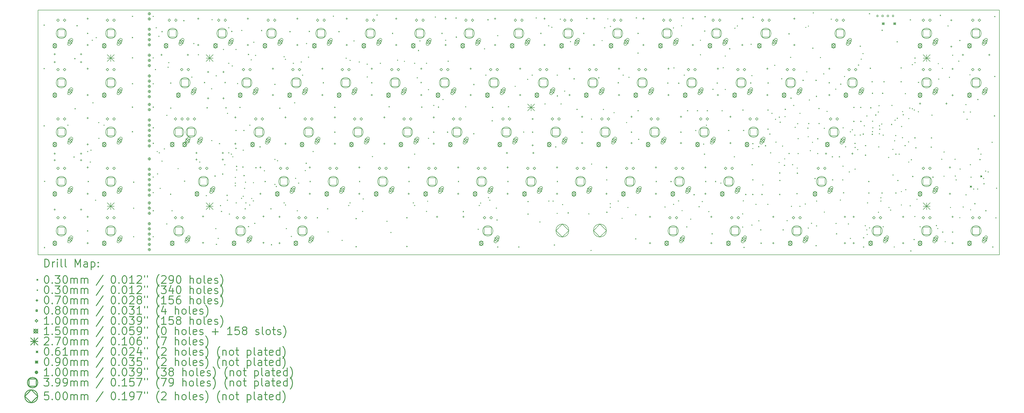
<source format=gbr>
%FSLAX45Y45*%
G04 Gerber Fmt 4.5, Leading zero omitted, Abs format (unit mm)*
G04 Created by KiCad (PCBNEW 4.0.3-stable) date Saturday, August 27, 2016 'PMt' 08:14:31 PM*
%MOMM*%
%LPD*%
G01*
G04 APERTURE LIST*
%ADD10C,0.127000*%
%ADD11C,0.150000*%
%ADD12C,0.200000*%
%ADD13C,0.300000*%
G04 APERTURE END LIST*
D10*
D11*
X2908300Y-1955800D02*
X2908300Y-11400000D01*
X39954200Y-1955800D02*
X2908300Y-1955800D01*
X39954200Y-11400000D02*
X39954200Y-1955800D01*
X2908300Y-11400000D02*
X39954200Y-11400000D01*
D12*
X3134600Y-2525000D02*
X3164600Y-2555000D01*
X3164600Y-2525000D02*
X3134600Y-2555000D01*
X3134600Y-4201400D02*
X3164600Y-4231400D01*
X3164600Y-4201400D02*
X3134600Y-4231400D01*
X3134600Y-6411200D02*
X3164600Y-6441200D01*
X3164600Y-6411200D02*
X3134600Y-6441200D01*
X3144760Y-11105120D02*
X3174760Y-11135120D01*
X3174760Y-11105120D02*
X3144760Y-11135120D01*
X3149840Y-8554960D02*
X3179840Y-8584960D01*
X3179840Y-8554960D02*
X3149840Y-8584960D01*
X4282680Y-7615160D02*
X4312680Y-7645160D01*
X4312680Y-7615160D02*
X4282680Y-7645160D01*
X4318240Y-3815320D02*
X4348240Y-3845320D01*
X4348240Y-3815320D02*
X4318240Y-3845320D01*
X4328400Y-5750800D02*
X4358400Y-5780800D01*
X4358400Y-5750800D02*
X4328400Y-5780800D01*
X4405000Y-2545000D02*
X4435000Y-2575000D01*
X4435000Y-2545000D02*
X4405000Y-2575000D01*
X4811000Y-2842500D02*
X4841000Y-2872500D01*
X4841000Y-2842500D02*
X4811000Y-2872500D01*
X4811000Y-10462500D02*
X4841000Y-10492500D01*
X4841000Y-10462500D02*
X4811000Y-10492500D01*
X4836400Y-8557500D02*
X4866400Y-8587500D01*
X4866400Y-8557500D02*
X4836400Y-8587500D01*
X6535000Y-2185000D02*
X6565000Y-2215000D01*
X6565000Y-2185000D02*
X6535000Y-2215000D01*
X6535000Y-3005000D02*
X6565000Y-3035000D01*
X6565000Y-3005000D02*
X6535000Y-3035000D01*
X6535000Y-3785000D02*
X6565000Y-3815000D01*
X6565000Y-3785000D02*
X6535000Y-3815000D01*
X6535000Y-4785000D02*
X6565000Y-4815000D01*
X6565000Y-4785000D02*
X6535000Y-4815000D01*
X6535000Y-5685000D02*
X6565000Y-5715000D01*
X6565000Y-5685000D02*
X6535000Y-5715000D01*
X6535000Y-6635000D02*
X6565000Y-6665000D01*
X6565000Y-6635000D02*
X6535000Y-6665000D01*
X6585000Y-8585000D02*
X6615000Y-8615000D01*
X6615000Y-8585000D02*
X6585000Y-8615000D01*
X6585000Y-9585000D02*
X6615000Y-9615000D01*
X6615000Y-9585000D02*
X6585000Y-9615000D01*
X6585000Y-10685000D02*
X6615000Y-10715000D01*
X6615000Y-10685000D02*
X6585000Y-10715000D01*
X7335000Y-2185000D02*
X7365000Y-2215000D01*
X7365000Y-2185000D02*
X7335000Y-2215000D01*
X7335000Y-3785000D02*
X7365000Y-3815000D01*
X7365000Y-3785000D02*
X7335000Y-3815000D01*
X7335000Y-4785000D02*
X7365000Y-4815000D01*
X7365000Y-4785000D02*
X7335000Y-4815000D01*
X7335000Y-5685000D02*
X7365000Y-5715000D01*
X7365000Y-5685000D02*
X7335000Y-5715000D01*
X7335000Y-6485000D02*
X7365000Y-6515000D01*
X7365000Y-6485000D02*
X7335000Y-6515000D01*
X7335000Y-7085000D02*
X7365000Y-7115000D01*
X7365000Y-7085000D02*
X7335000Y-7115000D01*
X7335000Y-8385000D02*
X7365000Y-8415000D01*
X7365000Y-8385000D02*
X7335000Y-8415000D01*
X7335000Y-8985000D02*
X7365000Y-9015000D01*
X7365000Y-8985000D02*
X7335000Y-9015000D01*
X7335000Y-9685000D02*
X7365000Y-9715000D01*
X7365000Y-9685000D02*
X7335000Y-9715000D01*
X7335000Y-10685000D02*
X7365000Y-10715000D01*
X7365000Y-10685000D02*
X7335000Y-10715000D01*
X7675000Y-2775000D02*
X7705000Y-2805000D01*
X7705000Y-2775000D02*
X7675000Y-2805000D01*
X8005050Y-9046450D02*
X8035050Y-9076450D01*
X8035050Y-9046450D02*
X8005050Y-9076450D01*
X8011400Y-4760200D02*
X8041400Y-4790200D01*
X8041400Y-4760200D02*
X8011400Y-4790200D01*
X8011400Y-5725400D02*
X8041400Y-5755400D01*
X8041400Y-5725400D02*
X8011400Y-5755400D01*
X8519400Y-2352280D02*
X8549400Y-2382280D01*
X8549400Y-2352280D02*
X8519400Y-2382280D01*
X8544800Y-8544800D02*
X8574800Y-8574800D01*
X8574800Y-8544800D02*
X8544800Y-8574800D01*
X9315000Y-4740000D02*
X9345000Y-4770000D01*
X9345000Y-4740000D02*
X9315000Y-4770000D01*
X9414750Y-5712700D02*
X9444750Y-5742700D01*
X9444750Y-5712700D02*
X9414750Y-5742700D01*
X9605000Y-2315000D02*
X9635000Y-2345000D01*
X9635000Y-2315000D02*
X9605000Y-2345000D01*
X9719550Y-8347950D02*
X9749550Y-8377950D01*
X9749550Y-8347950D02*
X9719550Y-8377950D01*
X9750000Y-10375000D02*
X9780000Y-10405000D01*
X9780000Y-10375000D02*
X9750000Y-10405000D01*
X9769721Y-10983200D02*
X9799721Y-11013200D01*
X9799721Y-10983200D02*
X9769721Y-11013200D01*
X9891000Y-7097000D02*
X9921000Y-7127000D01*
X9921000Y-7097000D02*
X9891000Y-7127000D01*
X9967200Y-9713200D02*
X9997200Y-9743200D01*
X9997200Y-9713200D02*
X9967200Y-9743200D01*
X10011650Y-8271750D02*
X10041650Y-8301750D01*
X10041650Y-8271750D02*
X10011650Y-8301750D01*
X10105000Y-4740000D02*
X10135000Y-4770000D01*
X10135000Y-4740000D02*
X10105000Y-4770000D01*
X10138650Y-5712700D02*
X10168650Y-5742700D01*
X10168650Y-5712700D02*
X10138650Y-5742700D01*
X10183100Y-9090900D02*
X10213100Y-9120900D01*
X10213100Y-9090900D02*
X10183100Y-9120900D01*
X10365000Y-2765000D02*
X10395000Y-2795000D01*
X10395000Y-2765000D02*
X10365000Y-2795000D01*
X10526000Y-6589000D02*
X10556000Y-6619000D01*
X10556000Y-6589000D02*
X10526000Y-6619000D01*
X10526000Y-7281150D02*
X10556000Y-7311150D01*
X10556000Y-7281150D02*
X10526000Y-7311150D01*
X10551400Y-7973300D02*
X10581400Y-8003300D01*
X10581400Y-7973300D02*
X10551400Y-8003300D01*
X10586960Y-4775440D02*
X10616960Y-4805440D01*
X10616960Y-4775440D02*
X10586960Y-4805440D01*
X10678400Y-5700000D02*
X10708400Y-5730000D01*
X10708400Y-5700000D02*
X10678400Y-5730000D01*
X10741900Y-9205200D02*
X10771900Y-9235200D01*
X10771900Y-9205200D02*
X10741900Y-9235200D01*
X10748250Y-2728200D02*
X10778250Y-2758200D01*
X10778250Y-2728200D02*
X10748250Y-2758200D01*
X10792700Y-7998700D02*
X10822700Y-8028700D01*
X10822700Y-7998700D02*
X10792700Y-8028700D01*
X10830800Y-6589000D02*
X10860800Y-6619000D01*
X10860800Y-6589000D02*
X10830800Y-6619000D01*
X10837150Y-8328900D02*
X10867150Y-8358900D01*
X10867150Y-8328900D02*
X10837150Y-8358900D01*
X10881600Y-9611600D02*
X10911600Y-9641600D01*
X10911600Y-9611600D02*
X10881600Y-9641600D01*
X11008600Y-3655300D02*
X11038600Y-3685300D01*
X11038600Y-3655300D02*
X11008600Y-3685300D01*
X11008600Y-10297400D02*
X11038600Y-10327400D01*
X11038600Y-10297400D02*
X11008600Y-10327400D01*
X11294350Y-8024100D02*
X11324350Y-8054100D01*
X11324350Y-8024100D02*
X11294350Y-8054100D01*
X11453100Y-7217650D02*
X11483100Y-7247650D01*
X11483100Y-7217650D02*
X11453100Y-7247650D01*
X11510250Y-2734550D02*
X11540250Y-2764550D01*
X11540250Y-2734550D02*
X11510250Y-2764550D01*
X11649950Y-8557500D02*
X11679950Y-8587500D01*
X11679950Y-8557500D02*
X11649950Y-8587500D01*
X11872200Y-9611600D02*
X11902200Y-9641600D01*
X11902200Y-9611600D02*
X11872200Y-9641600D01*
X11891250Y-10995900D02*
X11921250Y-11025900D01*
X11921250Y-10995900D02*
X11891250Y-11025900D01*
X12024600Y-4811000D02*
X12054600Y-4841000D01*
X12054600Y-4811000D02*
X12024600Y-4841000D01*
X12215100Y-5731750D02*
X12245100Y-5761750D01*
X12245100Y-5731750D02*
X12215100Y-5761750D01*
X12469100Y-10373600D02*
X12499100Y-10403600D01*
X12499100Y-10373600D02*
X12469100Y-10403600D01*
X12608800Y-2772650D02*
X12638800Y-2802650D01*
X12638800Y-2772650D02*
X12608800Y-2802650D01*
X12825000Y-8435000D02*
X12855000Y-8465000D01*
X12855000Y-8435000D02*
X12825000Y-8465000D01*
X13230000Y-7855000D02*
X13260000Y-7885000D01*
X13260000Y-7855000D02*
X13230000Y-7885000D01*
X13351750Y-2766300D02*
X13381750Y-2796300D01*
X13381750Y-2766300D02*
X13351750Y-2796300D01*
X13383500Y-8557500D02*
X13413500Y-8587500D01*
X13413500Y-8557500D02*
X13383500Y-8587500D01*
X13662900Y-9954500D02*
X13692900Y-9984500D01*
X13692900Y-9954500D02*
X13662900Y-9984500D01*
X13891500Y-4747500D02*
X13921500Y-4777500D01*
X13921500Y-4747500D02*
X13891500Y-4777500D01*
X14056600Y-9611600D02*
X14086600Y-9641600D01*
X14086600Y-9611600D02*
X14056600Y-9641600D01*
X14075650Y-10500600D02*
X14105650Y-10530600D01*
X14105650Y-10500600D02*
X14075650Y-10530600D01*
X14280120Y-2179560D02*
X14310120Y-2209560D01*
X14310120Y-2179560D02*
X14280120Y-2209560D01*
X14335000Y-5695000D02*
X14365000Y-5725000D01*
X14365000Y-5695000D02*
X14335000Y-5725000D01*
X14336000Y-6652500D02*
X14366000Y-6682500D01*
X14366000Y-6652500D02*
X14336000Y-6682500D01*
X14494750Y-2772650D02*
X14524750Y-2802650D01*
X14524750Y-2772650D02*
X14494750Y-2802650D01*
X15155150Y-9986250D02*
X15185150Y-10016250D01*
X15185150Y-9986250D02*
X15155150Y-10016250D01*
X15155150Y-11072100D02*
X15185150Y-11102100D01*
X15185150Y-11072100D02*
X15155150Y-11102100D01*
X15288500Y-8557500D02*
X15318500Y-8587500D01*
X15318500Y-8557500D02*
X15288500Y-8587500D01*
X15758400Y-4747500D02*
X15788400Y-4777500D01*
X15788400Y-4747500D02*
X15758400Y-4777500D01*
X15961600Y-2135000D02*
X15991600Y-2165000D01*
X15991600Y-2135000D02*
X15961600Y-2165000D01*
X16425000Y-5675000D02*
X16455000Y-5705000D01*
X16455000Y-5675000D02*
X16425000Y-5705000D01*
X16558500Y-2842500D02*
X16588500Y-2872500D01*
X16588500Y-2842500D02*
X16558500Y-2872500D01*
X17110950Y-9954500D02*
X17140950Y-9984500D01*
X17140950Y-9954500D02*
X17110950Y-9984500D01*
X17110950Y-11065750D02*
X17140950Y-11095750D01*
X17140950Y-11065750D02*
X17110950Y-11095750D01*
X17193500Y-8557500D02*
X17223500Y-8587500D01*
X17223500Y-8557500D02*
X17193500Y-8587500D01*
X17555450Y-3502900D02*
X17585450Y-3532900D01*
X17585450Y-3502900D02*
X17555450Y-3532900D01*
X17657050Y-4741150D02*
X17687050Y-4771150D01*
X17687050Y-4741150D02*
X17657050Y-4771150D01*
X17685000Y-5685000D02*
X17715000Y-5715000D01*
X17715000Y-5685000D02*
X17685000Y-5715000D01*
X18146000Y-6652500D02*
X18176000Y-6682500D01*
X18176000Y-6652500D02*
X18146000Y-6682500D01*
X18206960Y-2210040D02*
X18236960Y-2240040D01*
X18236960Y-2210040D02*
X18206960Y-2240040D01*
X18325000Y-5685000D02*
X18355000Y-5715000D01*
X18355000Y-5685000D02*
X18325000Y-5715000D01*
X18463500Y-2842500D02*
X18493500Y-2872500D01*
X18493500Y-2842500D02*
X18463500Y-2872500D01*
X18679400Y-6652500D02*
X18709400Y-6682500D01*
X18709400Y-6652500D02*
X18679400Y-6682500D01*
X19003250Y-2251950D02*
X19033250Y-2281950D01*
X19033250Y-2251950D02*
X19003250Y-2281950D01*
X19015950Y-2988550D02*
X19045950Y-3018550D01*
X19045950Y-2988550D02*
X19015950Y-3018550D01*
X19098500Y-8557500D02*
X19128500Y-8587500D01*
X19128500Y-8557500D02*
X19098500Y-8587500D01*
X19282650Y-9719550D02*
X19312650Y-9749550D01*
X19312650Y-9719550D02*
X19282650Y-9749550D01*
X19375000Y-5675000D02*
X19405000Y-5705000D01*
X19405000Y-5675000D02*
X19375000Y-5705000D01*
X19685000Y-6715000D02*
X19715000Y-6745000D01*
X19715000Y-6715000D02*
X19685000Y-6745000D01*
X19688421Y-4817350D02*
X19718421Y-4847350D01*
X19718421Y-4817350D02*
X19688421Y-4847350D01*
X19860500Y-10399000D02*
X19890500Y-10429000D01*
X19890500Y-10399000D02*
X19860500Y-10429000D01*
X20235150Y-2315450D02*
X20265150Y-2345450D01*
X20265150Y-2315450D02*
X20235150Y-2345450D01*
X20395000Y-6215000D02*
X20425000Y-6245000D01*
X20425000Y-6215000D02*
X20395000Y-6245000D01*
X20415000Y-5695000D02*
X20445000Y-5725000D01*
X20445000Y-5695000D02*
X20415000Y-5725000D01*
X20584400Y-10043400D02*
X20614400Y-10073400D01*
X20614400Y-10043400D02*
X20584400Y-10073400D01*
X20609800Y-11084800D02*
X20639800Y-11114800D01*
X20639800Y-11084800D02*
X20609800Y-11114800D01*
X21003500Y-8557500D02*
X21033500Y-8587500D01*
X21033500Y-8557500D02*
X21003500Y-8587500D01*
X21025000Y-5675000D02*
X21055000Y-5705000D01*
X21055000Y-5675000D02*
X21025000Y-5705000D01*
X21422600Y-11084800D02*
X21452600Y-11114800D01*
X21452600Y-11084800D02*
X21422600Y-11114800D01*
X21610000Y-6650000D02*
X21640000Y-6680000D01*
X21640000Y-6650000D02*
X21610000Y-6680000D01*
X21765521Y-4615000D02*
X21795521Y-4645000D01*
X21795521Y-4615000D02*
X21765521Y-4645000D01*
X21778200Y-9332200D02*
X21808200Y-9362200D01*
X21808200Y-9332200D02*
X21778200Y-9362200D01*
X21778200Y-9814800D02*
X21808200Y-9844800D01*
X21808200Y-9814800D02*
X21778200Y-9844800D01*
X21956000Y-6652500D02*
X21986000Y-6682500D01*
X21986000Y-6652500D02*
X21956000Y-6682500D01*
X22093160Y-2245600D02*
X22123160Y-2275600D01*
X22123160Y-2245600D02*
X22093160Y-2275600D01*
X22273500Y-2842500D02*
X22303500Y-2872500D01*
X22303500Y-2842500D02*
X22273500Y-2872500D01*
X22794200Y-11008600D02*
X22824200Y-11038600D01*
X22824200Y-11008600D02*
X22794200Y-11038600D01*
X22845000Y-7224000D02*
X22875000Y-7254000D01*
X22875000Y-7224000D02*
X22845000Y-7254000D01*
X22908500Y-5255500D02*
X22938500Y-5285500D01*
X22938500Y-5255500D02*
X22908500Y-5285500D01*
X22908500Y-8557500D02*
X22938500Y-8587500D01*
X22938500Y-8557500D02*
X22908500Y-8587500D01*
X23327600Y-9769080D02*
X23357600Y-9799080D01*
X23357600Y-9769080D02*
X23327600Y-9799080D01*
X23416500Y-3160000D02*
X23446500Y-3190000D01*
X23446500Y-3160000D02*
X23416500Y-3190000D01*
X23556200Y-4595100D02*
X23586200Y-4625100D01*
X23586200Y-4595100D02*
X23556200Y-4625100D01*
X23665000Y-5775000D02*
X23695000Y-5805000D01*
X23695000Y-5775000D02*
X23665000Y-5805000D01*
X23861000Y-6652500D02*
X23891000Y-6682500D01*
X23891000Y-6652500D02*
X23861000Y-6682500D01*
X23924500Y-2842500D02*
X23954500Y-2872500D01*
X23954500Y-2842500D02*
X23924500Y-2872500D01*
X24043880Y-2265920D02*
X24073880Y-2295920D01*
X24073880Y-2265920D02*
X24043880Y-2295920D01*
X24502350Y-4557000D02*
X24532350Y-4587000D01*
X24532350Y-4557000D02*
X24502350Y-4587000D01*
X24686500Y-5775000D02*
X24716500Y-5805000D01*
X24716500Y-5775000D02*
X24686500Y-5805000D01*
X24813500Y-8494000D02*
X24843500Y-8524000D01*
X24843500Y-8494000D02*
X24813500Y-8524000D01*
X24816040Y-9743680D02*
X24846040Y-9773680D01*
X24846040Y-9743680D02*
X24816040Y-9773680D01*
X25258000Y-4747500D02*
X25288000Y-4777500D01*
X25288000Y-4747500D02*
X25258000Y-4777500D01*
X25766000Y-6652500D02*
X25796000Y-6682500D01*
X25796000Y-6652500D02*
X25766000Y-6682500D01*
X25923480Y-10769840D02*
X25953480Y-10799840D01*
X25953480Y-10769840D02*
X25923480Y-10799840D01*
X25928560Y-9840200D02*
X25958560Y-9870200D01*
X25958560Y-9840200D02*
X25928560Y-9870200D01*
X25948880Y-2245600D02*
X25978880Y-2275600D01*
X25978880Y-2245600D02*
X25948880Y-2275600D01*
X26020000Y-2842500D02*
X26050000Y-2872500D01*
X26050000Y-2842500D02*
X26020000Y-2872500D01*
X26020000Y-5827000D02*
X26050000Y-5857000D01*
X26050000Y-5827000D02*
X26020000Y-5857000D01*
X26718500Y-8557500D02*
X26748500Y-8587500D01*
X26748500Y-8557500D02*
X26718500Y-8587500D01*
X27163000Y-4760000D02*
X27193000Y-4790000D01*
X27193000Y-4760000D02*
X27163000Y-4790000D01*
X27290000Y-8557500D02*
X27320000Y-8587500D01*
X27320000Y-8557500D02*
X27290000Y-8587500D01*
X27585000Y-4765000D02*
X27615000Y-4795000D01*
X27615000Y-4765000D02*
X27585000Y-4795000D01*
X27671000Y-6652500D02*
X27701000Y-6682500D01*
X27701000Y-6652500D02*
X27671000Y-6682500D01*
X27757360Y-2245600D02*
X27787360Y-2275600D01*
X27787360Y-2245600D02*
X27757360Y-2275600D01*
X27925000Y-5827000D02*
X27955000Y-5857000D01*
X27955000Y-5827000D02*
X27925000Y-5857000D01*
X28179000Y-9065500D02*
X28209000Y-9095500D01*
X28209000Y-9065500D02*
X28179000Y-9095500D01*
X28242500Y-6589000D02*
X28272500Y-6619000D01*
X28272500Y-6589000D02*
X28242500Y-6619000D01*
X28306000Y-5827000D02*
X28336000Y-5857000D01*
X28336000Y-5827000D02*
X28306000Y-5857000D01*
X28545000Y-7115000D02*
X28575000Y-7145000D01*
X28575000Y-7115000D02*
X28545000Y-7145000D01*
X28575000Y-7505000D02*
X28605000Y-7535000D01*
X28605000Y-7505000D02*
X28575000Y-7535000D01*
X28585400Y-2753600D02*
X28615400Y-2783600D01*
X28615400Y-2753600D02*
X28585400Y-2783600D01*
X28600640Y-2199880D02*
X28630640Y-2229880D01*
X28630640Y-2199880D02*
X28600640Y-2229880D01*
X28623500Y-8557500D02*
X28653500Y-8587500D01*
X28653500Y-8557500D02*
X28623500Y-8587500D01*
X28687000Y-5827000D02*
X28717000Y-5857000D01*
X28717000Y-5827000D02*
X28687000Y-5857000D01*
X28870521Y-10576800D02*
X28900521Y-10606800D01*
X28900521Y-10576800D02*
X28870521Y-10606800D01*
X29004500Y-8557500D02*
X29034500Y-8587500D01*
X29034500Y-8557500D02*
X29004500Y-8587500D01*
X29068000Y-4760000D02*
X29098000Y-4790000D01*
X29098000Y-4760000D02*
X29068000Y-4790000D01*
X29258500Y-5827000D02*
X29288500Y-5857000D01*
X29288500Y-5827000D02*
X29258500Y-5857000D01*
X29506150Y-6589000D02*
X29536150Y-6619000D01*
X29536150Y-6589000D02*
X29506150Y-6619000D01*
X29550600Y-3434320D02*
X29580600Y-3464320D01*
X29580600Y-3434320D02*
X29550600Y-3464320D01*
X30058600Y-5801600D02*
X30088600Y-5831600D01*
X30088600Y-5801600D02*
X30058600Y-5831600D01*
X30084000Y-6589000D02*
X30114000Y-6619000D01*
X30114000Y-6589000D02*
X30084000Y-6619000D01*
X30099240Y-11100040D02*
X30129240Y-11130040D01*
X30129240Y-11100040D02*
X30099240Y-11130040D01*
X30165000Y-9055000D02*
X30195000Y-9085000D01*
X30195000Y-9055000D02*
X30165000Y-9085000D01*
X30358320Y-4755120D02*
X30388320Y-4785120D01*
X30388320Y-4755120D02*
X30358320Y-4785120D01*
X30373560Y-3261600D02*
X30403560Y-3291600D01*
X30403560Y-3261600D02*
X30373560Y-3291600D01*
X30414200Y-7909800D02*
X30444200Y-7939800D01*
X30444200Y-7909800D02*
X30414200Y-7939800D01*
X30439600Y-7097000D02*
X30469600Y-7127000D01*
X30469600Y-7097000D02*
X30439600Y-7127000D01*
X30439600Y-8494000D02*
X30469600Y-8524000D01*
X30469600Y-8494000D02*
X30439600Y-8524000D01*
X30439600Y-9055000D02*
X30469600Y-9085000D01*
X30469600Y-9055000D02*
X30439600Y-9085000D01*
X30454840Y-2220200D02*
X30484840Y-2250200D01*
X30484840Y-2220200D02*
X30454840Y-2250200D01*
X30668200Y-7211300D02*
X30698200Y-7241300D01*
X30698200Y-7211300D02*
X30668200Y-7241300D01*
X30744400Y-10424400D02*
X30774400Y-10454400D01*
X30774400Y-10424400D02*
X30744400Y-10454400D01*
X30760000Y-10935000D02*
X30790000Y-10965000D01*
X30790000Y-10935000D02*
X30760000Y-10965000D01*
X30795000Y-9055000D02*
X30825000Y-9085000D01*
X30825000Y-9055000D02*
X30795000Y-9085000D01*
X30927280Y-7178280D02*
X30957280Y-7208280D01*
X30957280Y-7178280D02*
X30927280Y-7208280D01*
X31023800Y-5801600D02*
X31053800Y-5831600D01*
X31053800Y-5801600D02*
X31023800Y-5831600D01*
X31023800Y-6538200D02*
X31053800Y-6568200D01*
X31053800Y-6538200D02*
X31023800Y-6568200D01*
X31025000Y-4755000D02*
X31055000Y-4785000D01*
X31055000Y-4755000D02*
X31025000Y-4785000D01*
X31475000Y-8225000D02*
X31505000Y-8255000D01*
X31505000Y-8225000D02*
X31475000Y-8255000D01*
X31475000Y-9055000D02*
X31505000Y-9085000D01*
X31505000Y-9055000D02*
X31475000Y-9085000D01*
X31481000Y-8519400D02*
X31511000Y-8549400D01*
X31511000Y-8519400D02*
X31481000Y-8549400D01*
X31608000Y-10424400D02*
X31638000Y-10454400D01*
X31638000Y-10424400D02*
X31608000Y-10454400D01*
X31658800Y-7935200D02*
X31688800Y-7965200D01*
X31688800Y-7935200D02*
X31658800Y-7965200D01*
X31689280Y-5771120D02*
X31719280Y-5801120D01*
X31719280Y-5771120D02*
X31689280Y-5801120D01*
X31835000Y-2860000D02*
X31865000Y-2890000D01*
X31865000Y-2860000D02*
X31835000Y-2890000D01*
X31836600Y-7478000D02*
X31866600Y-7508000D01*
X31866600Y-7478000D02*
X31836600Y-7508000D01*
X31912800Y-5339320D02*
X31942800Y-5369320D01*
X31942800Y-5339320D02*
X31912800Y-5369320D01*
X32141400Y-9027400D02*
X32171400Y-9057400D01*
X32171400Y-9027400D02*
X32141400Y-9057400D01*
X32155000Y-8235000D02*
X32185000Y-8265000D01*
X32185000Y-8235000D02*
X32155000Y-8265000D01*
X32187120Y-6903960D02*
X32217120Y-6933960D01*
X32217120Y-6903960D02*
X32187120Y-6933960D01*
X32187120Y-7478000D02*
X32217120Y-7508000D01*
X32217120Y-7478000D02*
X32187120Y-7508000D01*
X32375080Y-4653520D02*
X32405080Y-4683520D01*
X32405080Y-4653520D02*
X32375080Y-4683520D01*
X32751000Y-3414000D02*
X32781000Y-3444000D01*
X32781000Y-3414000D02*
X32751000Y-3444000D01*
X32771320Y-2052560D02*
X32801320Y-2082560D01*
X32801320Y-2052560D02*
X32771320Y-2082560D01*
X32835000Y-8445000D02*
X32865000Y-8475000D01*
X32865000Y-8445000D02*
X32835000Y-8475000D01*
X32878000Y-4653520D02*
X32908000Y-4683520D01*
X32908000Y-4653520D02*
X32878000Y-4683520D01*
X32878000Y-11034000D02*
X32908000Y-11064000D01*
X32908000Y-11034000D02*
X32878000Y-11064000D01*
X32888160Y-5273280D02*
X32918160Y-5303280D01*
X32918160Y-5273280D02*
X32888160Y-5303280D01*
X32941500Y-6906500D02*
X32971500Y-6936500D01*
X32971500Y-6906500D02*
X32941500Y-6936500D01*
X32941500Y-7478000D02*
X32971500Y-7508000D01*
X32971500Y-7478000D02*
X32941500Y-7508000D01*
X32984680Y-5740640D02*
X33014680Y-5770640D01*
X33014680Y-5740640D02*
X32984680Y-5770640D01*
X33386000Y-4747500D02*
X33416000Y-4777500D01*
X33416000Y-4747500D02*
X33386000Y-4777500D01*
X33505000Y-7605000D02*
X33535000Y-7635000D01*
X33535000Y-7605000D02*
X33505000Y-7635000D01*
X33513000Y-8494000D02*
X33543000Y-8524000D01*
X33543000Y-8494000D02*
X33513000Y-8524000D01*
X33665400Y-10576800D02*
X33695400Y-10606800D01*
X33695400Y-10576800D02*
X33665400Y-10606800D01*
X33775000Y-7605000D02*
X33805000Y-7635000D01*
X33805000Y-7605000D02*
X33775000Y-7635000D01*
X33822880Y-4800840D02*
X33852880Y-4830840D01*
X33852880Y-4800840D02*
X33822880Y-4830840D01*
X33905000Y-8495000D02*
X33935000Y-8525000D01*
X33935000Y-8495000D02*
X33905000Y-8525000D01*
X33935000Y-8995000D02*
X33965000Y-9025000D01*
X33965000Y-8995000D02*
X33935000Y-9025000D01*
X34015920Y-7213840D02*
X34045920Y-7243840D01*
X34045920Y-7213840D02*
X34015920Y-7243840D01*
X34330880Y-5700000D02*
X34360880Y-5730000D01*
X34360880Y-5700000D02*
X34330880Y-5730000D01*
X34330880Y-6238480D02*
X34360880Y-6268480D01*
X34360880Y-6238480D02*
X34330880Y-6268480D01*
X34371520Y-6766800D02*
X34401520Y-6796800D01*
X34401520Y-6766800D02*
X34371520Y-6796800D01*
X34376600Y-7086840D02*
X34406600Y-7116840D01*
X34406600Y-7086840D02*
X34376600Y-7116840D01*
X34510000Y-4065000D02*
X34540000Y-4095000D01*
X34540000Y-4065000D02*
X34510000Y-4095000D01*
X34579800Y-3337800D02*
X34609800Y-3367800D01*
X34609800Y-3337800D02*
X34579800Y-3367800D01*
X34595040Y-5700000D02*
X34625040Y-5730000D01*
X34625040Y-5700000D02*
X34595040Y-5730000D01*
X34605200Y-6238480D02*
X34635200Y-6268480D01*
X34635200Y-6238480D02*
X34605200Y-6268480D01*
X34694100Y-6728700D02*
X34724100Y-6758700D01*
X34724100Y-6728700D02*
X34694100Y-6758700D01*
X34705000Y-11084800D02*
X34735000Y-11114800D01*
X34735000Y-11084800D02*
X34705000Y-11114800D01*
X34706800Y-10729200D02*
X34736800Y-10759200D01*
X34736800Y-10729200D02*
X34706800Y-10759200D01*
X34783000Y-7173200D02*
X34813000Y-7203200D01*
X34813000Y-7173200D02*
X34783000Y-7203200D01*
X34783000Y-7541500D02*
X34813000Y-7571500D01*
X34813000Y-7541500D02*
X34783000Y-7571500D01*
X34910000Y-8557500D02*
X34940000Y-8587500D01*
X34940000Y-8557500D02*
X34910000Y-8587500D01*
X34910000Y-9002000D02*
X34940000Y-9032000D01*
X34940000Y-9002000D02*
X34910000Y-9032000D01*
X34935000Y-2085000D02*
X34965000Y-2115000D01*
X34965000Y-2085000D02*
X34935000Y-2115000D01*
X34970000Y-4190000D02*
X35000000Y-4220000D01*
X35000000Y-4190000D02*
X34970000Y-4220000D01*
X34986200Y-5712700D02*
X35016200Y-5742700D01*
X35016200Y-5712700D02*
X34986200Y-5742700D01*
X35037000Y-4709400D02*
X35067000Y-4739400D01*
X35067000Y-4709400D02*
X35037000Y-4739400D01*
X35043350Y-6735000D02*
X35073350Y-6765000D01*
X35073350Y-6735000D02*
X35043350Y-6765000D01*
X35049700Y-5153900D02*
X35079700Y-5183900D01*
X35079700Y-5153900D02*
X35049700Y-5183900D01*
X35176700Y-5992100D02*
X35206700Y-6022100D01*
X35206700Y-5992100D02*
X35176700Y-6022100D01*
X35418000Y-9002000D02*
X35448000Y-9032000D01*
X35448000Y-9002000D02*
X35418000Y-9032000D01*
X35420000Y-2725000D02*
X35450000Y-2755000D01*
X35450000Y-2725000D02*
X35420000Y-2755000D01*
X35443400Y-5153900D02*
X35473400Y-5183900D01*
X35473400Y-5153900D02*
X35443400Y-5183900D01*
X35462450Y-6766800D02*
X35492450Y-6796800D01*
X35492450Y-6766800D02*
X35462450Y-6796800D01*
X35494200Y-4709400D02*
X35524200Y-4739400D01*
X35524200Y-4709400D02*
X35494200Y-4739400D01*
X35785000Y-6355000D02*
X35815000Y-6385000D01*
X35815000Y-6355000D02*
X35785000Y-6385000D01*
X35945000Y-6785000D02*
X35975000Y-6815000D01*
X35975000Y-6785000D02*
X35945000Y-6815000D01*
X35951400Y-7503400D02*
X35981400Y-7533400D01*
X35981400Y-7503400D02*
X35951400Y-7533400D01*
X35951400Y-9002000D02*
X35981400Y-9032000D01*
X35981400Y-9002000D02*
X35951400Y-9032000D01*
X36002200Y-3170160D02*
X36032200Y-3200160D01*
X36032200Y-3170160D02*
X36002200Y-3200160D01*
X36027600Y-8519400D02*
X36057600Y-8549400D01*
X36057600Y-8519400D02*
X36027600Y-8549400D01*
X36154600Y-4175000D02*
X36184600Y-4205000D01*
X36184600Y-4175000D02*
X36154600Y-4205000D01*
X36154600Y-4709400D02*
X36184600Y-4739400D01*
X36184600Y-4709400D02*
X36154600Y-4739400D01*
X36307000Y-7173200D02*
X36337000Y-7203200D01*
X36337000Y-7173200D02*
X36307000Y-7203200D01*
X36319700Y-5166600D02*
X36349700Y-5196600D01*
X36349700Y-5166600D02*
X36319700Y-5196600D01*
X36505120Y-9494760D02*
X36535120Y-9524760D01*
X36535120Y-9494760D02*
X36505120Y-9524760D01*
X36510200Y-2321800D02*
X36540200Y-2351800D01*
X36540200Y-2321800D02*
X36510200Y-2351800D01*
X36525440Y-11237200D02*
X36555440Y-11267200D01*
X36555440Y-11237200D02*
X36525440Y-11267200D01*
X36601640Y-8361920D02*
X36631640Y-8391920D01*
X36631640Y-8361920D02*
X36601640Y-8391920D01*
X36652440Y-10795240D02*
X36682440Y-10825240D01*
X36682440Y-10795240D02*
X36652440Y-10825240D01*
X36685000Y-3795000D02*
X36715000Y-3825000D01*
X36715000Y-3795000D02*
X36685000Y-3825000D01*
X36688000Y-6873480D02*
X36718000Y-6903480D01*
X36718000Y-6873480D02*
X36688000Y-6903480D01*
X36718480Y-7259560D02*
X36748480Y-7289560D01*
X36748480Y-7259560D02*
X36718480Y-7289560D01*
X36820080Y-4734800D02*
X36850080Y-4764800D01*
X36850080Y-4734800D02*
X36820080Y-4764800D01*
X37312840Y-7234160D02*
X37342840Y-7264160D01*
X37342840Y-7234160D02*
X37312840Y-7264160D01*
X37323000Y-6878560D02*
X37353000Y-6908560D01*
X37353000Y-6878560D02*
X37323000Y-6908560D01*
X37343320Y-5995000D02*
X37373320Y-6025000D01*
X37373320Y-5995000D02*
X37343320Y-6025000D01*
X37378880Y-8387320D02*
X37408880Y-8417320D01*
X37408880Y-8387320D02*
X37378880Y-8417320D01*
X37663360Y-2149080D02*
X37693360Y-2179080D01*
X37693360Y-2149080D02*
X37663360Y-2179080D01*
X37754800Y-10510760D02*
X37784800Y-10540760D01*
X37784800Y-10510760D02*
X37754800Y-10540760D01*
X38135800Y-10510760D02*
X38165800Y-10540760D01*
X38165800Y-10510760D02*
X38135800Y-10540760D01*
X38272960Y-8494000D02*
X38302960Y-8524000D01*
X38302960Y-8494000D02*
X38272960Y-8524000D01*
X38375000Y-3911840D02*
X38405000Y-3941840D01*
X38405000Y-3911840D02*
X38375000Y-3941840D01*
X38415200Y-3119360D02*
X38445200Y-3149360D01*
X38445200Y-3119360D02*
X38415200Y-3149360D01*
X38653960Y-9068040D02*
X38683960Y-9098040D01*
X38683960Y-9068040D02*
X38653960Y-9098040D01*
X38994320Y-9413480D02*
X39024320Y-9443480D01*
X39024320Y-9413480D02*
X38994320Y-9443480D01*
X39106080Y-5395200D02*
X39136080Y-5425200D01*
X39136080Y-5395200D02*
X39106080Y-5425200D01*
X39126400Y-7300200D02*
X39156400Y-7330200D01*
X39156400Y-7300200D02*
X39126400Y-7330200D01*
X39192440Y-7711680D02*
X39222440Y-7741680D01*
X39222440Y-7711680D02*
X39192440Y-7741680D01*
X39344840Y-8646400D02*
X39374840Y-8676400D01*
X39374840Y-8646400D02*
X39344840Y-8676400D01*
X39415960Y-9682720D02*
X39445960Y-9712720D01*
X39445960Y-9682720D02*
X39415960Y-9712720D01*
X39685000Y-11085000D02*
X39715000Y-11115000D01*
X39715000Y-11085000D02*
X39685000Y-11115000D01*
X39751240Y-6025120D02*
X39781240Y-6055120D01*
X39781240Y-6025120D02*
X39751240Y-6055120D01*
X39761400Y-2194800D02*
X39791400Y-2224800D01*
X39791400Y-2194800D02*
X39761400Y-2224800D01*
X39761400Y-4506200D02*
X39791400Y-4536200D01*
X39791400Y-4506200D02*
X39761400Y-4536200D01*
X39807120Y-9957040D02*
X39837120Y-9987040D01*
X39837120Y-9957040D02*
X39807120Y-9987040D01*
X39832520Y-8814040D02*
X39862520Y-8844040D01*
X39862520Y-8814040D02*
X39832520Y-8844040D01*
X4079240Y-6400800D02*
G75*
G03X4079240Y-6400800I-15240J0D01*
G01*
X4841240Y-7416800D02*
G75*
G03X4841240Y-7416800I-15240J0D01*
G01*
X4942840Y-7823200D02*
G75*
G03X4942840Y-7823200I-15240J0D01*
G01*
X4965827Y-7366000D02*
G75*
G03X4965827Y-7366000I-15240J0D01*
G01*
X5019040Y-3124200D02*
G75*
G03X5019040Y-3124200I-15240J0D01*
G01*
X5044440Y-5537200D02*
G75*
G03X5044440Y-5537200I-15240J0D01*
G01*
X5146040Y-9296400D02*
G75*
G03X5146040Y-9296400I-15240J0D01*
G01*
X5171440Y-3022600D02*
G75*
G03X5171440Y-3022600I-15240J0D01*
G01*
X5265240Y-6300000D02*
G75*
G03X5265240Y-6300000I-15240J0D01*
G01*
X5273010Y-6908800D02*
G75*
G03X5273010Y-6908800I-15240J0D01*
G01*
X5470690Y-6400800D02*
G75*
G03X5470690Y-6400800I-15240J0D01*
G01*
X7453870Y-4254500D02*
G75*
G03X7453870Y-4254500I-15240J0D01*
G01*
X7482840Y-2641600D02*
G75*
G03X7482840Y-2641600I-15240J0D01*
G01*
X7520940Y-7416800D02*
G75*
G03X7520940Y-7416800I-15240J0D01*
G01*
X7533640Y-8280400D02*
G75*
G03X7533640Y-8280400I-15240J0D01*
G01*
X7584440Y-2971800D02*
G75*
G03X7584440Y-2971800I-15240J0D01*
G01*
X7599687Y-7469307D02*
G75*
G03X7599687Y-7469307I-15240J0D01*
G01*
X7635240Y-8839200D02*
G75*
G03X7635240Y-8839200I-15240J0D01*
G01*
X7705090Y-7787512D02*
G75*
G03X7705090Y-7787512I-15240J0D01*
G01*
X7795240Y-7315200D02*
G75*
G03X7795240Y-7315200I-15240J0D01*
G01*
X7889240Y-10210800D02*
G75*
G03X7889240Y-10210800I-15240J0D01*
G01*
X7890240Y-6020130D02*
G75*
G03X7890240Y-6020130I-15240J0D01*
G01*
X7940040Y-4165600D02*
G75*
G03X7940040Y-4165600I-15240J0D01*
G01*
X7965440Y-3987800D02*
G75*
G03X7965440Y-3987800I-15240J0D01*
G01*
X8092440Y-9702800D02*
G75*
G03X8092440Y-9702800I-15240J0D01*
G01*
X8322615Y-8077200D02*
G75*
G03X8322615Y-8077200I-15240J0D01*
G01*
X8854440Y-4546600D02*
G75*
G03X8854440Y-4546600I-15240J0D01*
G01*
X8930640Y-3251200D02*
G75*
G03X8930640Y-3251200I-15240J0D01*
G01*
X9108440Y-3683000D02*
G75*
G03X9108440Y-3683000I-15240J0D01*
G01*
X9159240Y-7823200D02*
G75*
G03X9159240Y-7823200I-15240J0D01*
G01*
X9413240Y-9118600D02*
G75*
G03X9413240Y-9118600I-15240J0D01*
G01*
X9615240Y-4996697D02*
G75*
G03X9615240Y-4996697I-15240J0D01*
G01*
X9620784Y-6995496D02*
G75*
G03X9620784Y-6995496I-15240J0D01*
G01*
X9794240Y-4495800D02*
G75*
G03X9794240Y-4495800I-15240J0D01*
G01*
X9870440Y-10769600D02*
G75*
G03X9870440Y-10769600I-15240J0D01*
G01*
X9957787Y-9501796D02*
G75*
G03X9957787Y-9501796I-15240J0D01*
G01*
X10073640Y-3479800D02*
G75*
G03X10073640Y-3479800I-15240J0D01*
G01*
X10124440Y-7924800D02*
G75*
G03X10124440Y-7924800I-15240J0D01*
G01*
X10226040Y-5945378D02*
G75*
G03X10226040Y-5945378I-15240J0D01*
G01*
X10226040Y-9296400D02*
G75*
G03X10226040Y-9296400I-15240J0D01*
G01*
X10276840Y-2641600D02*
G75*
G03X10276840Y-2641600I-15240J0D01*
G01*
X10276840Y-4013200D02*
G75*
G03X10276840Y-4013200I-15240J0D01*
G01*
X10276840Y-7467600D02*
G75*
G03X10276840Y-7467600I-15240J0D01*
G01*
X10302240Y-9829800D02*
G75*
G03X10302240Y-9829800I-15240J0D01*
G01*
X10378440Y-7518400D02*
G75*
G03X10378440Y-7518400I-15240J0D01*
G01*
X10410096Y-4115492D02*
G75*
G03X10410096Y-4115492I-15240J0D01*
G01*
X10431190Y-7620000D02*
G75*
G03X10431190Y-7620000I-15240J0D01*
G01*
X10530840Y-8415800D02*
G75*
G03X10530840Y-8415800I-15240J0D01*
G01*
X10530840Y-8636000D02*
G75*
G03X10530840Y-8636000I-15240J0D01*
G01*
X10530840Y-8737600D02*
G75*
G03X10530840Y-8737600I-15240J0D01*
G01*
X10556240Y-3479800D02*
G75*
G03X10556240Y-3479800I-15240J0D01*
G01*
X10563491Y-9398000D02*
G75*
G03X10563491Y-9398000I-15240J0D01*
G01*
X10581640Y-8128000D02*
G75*
G03X10581640Y-8128000I-15240J0D01*
G01*
X10835640Y-7366000D02*
G75*
G03X10835640Y-7366000I-15240J0D01*
G01*
X10835640Y-9144000D02*
G75*
G03X10835640Y-9144000I-15240J0D01*
G01*
X10886440Y-8839200D02*
G75*
G03X10886440Y-8839200I-15240J0D01*
G01*
X10920918Y-8598191D02*
G75*
G03X10920918Y-8598191I-15240J0D01*
G01*
X10937240Y-9398000D02*
G75*
G03X10937240Y-9398000I-15240J0D01*
G01*
X11081340Y-9480550D02*
G75*
G03X11081340Y-9480550I-15240J0D01*
G01*
X11089640Y-6400800D02*
G75*
G03X11089640Y-6400800I-15240J0D01*
G01*
X11140440Y-3881120D02*
G75*
G03X11140440Y-3881120I-15240J0D01*
G01*
X11160317Y-9228089D02*
G75*
G03X11160317Y-9228089I-15240J0D01*
G01*
X11222342Y-9322437D02*
G75*
G03X11222342Y-9322437I-15240J0D01*
G01*
X11227062Y-8619639D02*
G75*
G03X11227062Y-8619639I-15240J0D01*
G01*
X11242040Y-3200400D02*
G75*
G03X11242040Y-3200400I-15240J0D01*
G01*
X11278578Y-10188143D02*
G75*
G03X11278578Y-10188143I-15240J0D01*
G01*
X11309490Y-3708400D02*
G75*
G03X11309490Y-3708400I-15240J0D01*
G01*
X11648440Y-8159750D02*
G75*
G03X11648440Y-8159750I-15240J0D01*
G01*
X12054840Y-7721600D02*
G75*
G03X12054840Y-7721600I-15240J0D01*
G01*
X12054840Y-8686800D02*
G75*
G03X12054840Y-8686800I-15240J0D01*
G01*
X12108919Y-8765522D02*
G75*
G03X12108919Y-8765522I-15240J0D01*
G01*
X12156440Y-7772400D02*
G75*
G03X12156440Y-7772400I-15240J0D01*
G01*
X12410440Y-3759200D02*
G75*
G03X12410440Y-3759200I-15240J0D01*
G01*
X12410440Y-9398000D02*
G75*
G03X12410440Y-9398000I-15240J0D01*
G01*
X12461240Y-3860800D02*
G75*
G03X12461240Y-3860800I-15240J0D01*
G01*
X12461240Y-9480550D02*
G75*
G03X12461240Y-9480550I-15240J0D01*
G01*
X12689840Y-10693400D02*
G75*
G03X12689840Y-10693400I-15240J0D01*
G01*
X12766040Y-4013200D02*
G75*
G03X12766040Y-4013200I-15240J0D01*
G01*
X12816840Y-5537200D02*
G75*
G03X12816840Y-5537200I-15240J0D01*
G01*
X12918440Y-9702800D02*
G75*
G03X12918440Y-9702800I-15240J0D01*
G01*
X12969240Y-8636000D02*
G75*
G03X12969240Y-8636000I-15240J0D01*
G01*
X13070840Y-3962400D02*
G75*
G03X13070840Y-3962400I-15240J0D01*
G01*
X13121640Y-4470400D02*
G75*
G03X13121640Y-4470400I-15240J0D01*
G01*
X13223240Y-8150785D02*
G75*
G03X13223240Y-8150785I-15240J0D01*
G01*
X13274040Y-3251200D02*
G75*
G03X13274040Y-3251200I-15240J0D01*
G01*
X13347774Y-3774884D02*
G75*
G03X13347774Y-3774884I-15240J0D01*
G01*
X13528040Y-7416800D02*
G75*
G03X13528040Y-7416800I-15240J0D01*
G01*
X14645640Y-10845800D02*
G75*
G03X14645640Y-10845800I-15240J0D01*
G01*
X14798040Y-3815617D02*
G75*
G03X14798040Y-3815617I-15240J0D01*
G01*
X14899640Y-9499600D02*
G75*
G03X14899640Y-9499600I-15240J0D01*
G01*
X14950440Y-3900171D02*
G75*
G03X14950440Y-3900171I-15240J0D01*
G01*
X14950440Y-9398000D02*
G75*
G03X14950440Y-9398000I-15240J0D01*
G01*
X15102840Y-3149600D02*
G75*
G03X15102840Y-3149600I-15240J0D01*
G01*
X15306040Y-3962400D02*
G75*
G03X15306040Y-3962400I-15240J0D01*
G01*
X15433040Y-9728200D02*
G75*
G03X15433040Y-9728200I-15240J0D01*
G01*
X15458440Y-9245600D02*
G75*
G03X15458440Y-9245600I-15240J0D01*
G01*
X15607488Y-4047115D02*
G75*
G03X15607488Y-4047115I-15240J0D01*
G01*
X15610840Y-4540250D02*
G75*
G03X15610840Y-4540250I-15240J0D01*
G01*
X15814040Y-7612015D02*
G75*
G03X15814040Y-7612015I-15240J0D01*
G01*
X16118840Y-4013200D02*
G75*
G03X16118840Y-4013200I-15240J0D01*
G01*
X16372840Y-10109200D02*
G75*
G03X16372840Y-10109200I-15240J0D01*
G01*
X16525240Y-10541000D02*
G75*
G03X16525240Y-10541000I-15240J0D01*
G01*
X16779240Y-3891750D02*
G75*
G03X16779240Y-3891750I-15240J0D01*
G01*
X17044695Y-3936326D02*
G75*
G03X17044695Y-3936326I-15240J0D01*
G01*
X17388840Y-9398000D02*
G75*
G03X17388840Y-9398000I-15240J0D01*
G01*
X17439640Y-4013200D02*
G75*
G03X17439640Y-4013200I-15240J0D01*
G01*
X17439640Y-7518400D02*
G75*
G03X17439640Y-7518400I-15240J0D01*
G01*
X17439640Y-9499600D02*
G75*
G03X17439640Y-9499600I-15240J0D01*
G01*
X17541240Y-4572000D02*
G75*
G03X17541240Y-4572000I-15240J0D01*
G01*
X17642840Y-3149600D02*
G75*
G03X17642840Y-3149600I-15240J0D01*
G01*
X17896840Y-4013200D02*
G75*
G03X17896840Y-4013200I-15240J0D01*
G01*
X17896840Y-9728200D02*
G75*
G03X17896840Y-9728200I-15240J0D01*
G01*
X17938295Y-9333821D02*
G75*
G03X17938295Y-9333821I-15240J0D01*
G01*
X17973040Y-5029200D02*
G75*
G03X17973040Y-5029200I-15240J0D01*
G01*
X17973040Y-6908800D02*
G75*
G03X17973040Y-6908800I-15240J0D01*
G01*
X18176240Y-5638800D02*
G75*
G03X18176240Y-5638800I-15240J0D01*
G01*
X18531840Y-5410200D02*
G75*
G03X18531840Y-5410200I-15240J0D01*
G01*
X18633440Y-3124200D02*
G75*
G03X18633440Y-3124200I-15240J0D01*
G01*
X18730952Y-3931919D02*
G75*
G03X18730952Y-3931919I-15240J0D01*
G01*
X19928840Y-9499600D02*
G75*
G03X19928840Y-9499600I-15240J0D01*
G01*
X19979640Y-9403113D02*
G75*
G03X19979640Y-9403113I-15240J0D01*
G01*
X20132040Y-3454400D02*
G75*
G03X20132040Y-3454400I-15240J0D01*
G01*
X20182840Y-4470400D02*
G75*
G03X20182840Y-4470400I-15240J0D01*
G01*
X20284440Y-9194800D02*
G75*
G03X20284440Y-9194800I-15240J0D01*
G01*
X20335240Y-9296400D02*
G75*
G03X20335240Y-9296400I-15240J0D01*
G01*
X20589240Y-9601200D02*
G75*
G03X20589240Y-9601200I-15240J0D01*
G01*
X20640040Y-2946400D02*
G75*
G03X20640040Y-2946400I-15240J0D01*
G01*
X21313140Y-4902200D02*
G75*
G03X21313140Y-4902200I-15240J0D01*
G01*
X21967190Y-4470400D02*
G75*
G03X21967190Y-4470400I-15240J0D01*
G01*
X22265640Y-10134600D02*
G75*
G03X22265640Y-10134600I-15240J0D01*
G01*
X22462490Y-5581650D02*
G75*
G03X22462490Y-5581650I-15240J0D01*
G01*
X22602190Y-2565400D02*
G75*
G03X22602190Y-2565400I-15240J0D01*
G01*
X22609240Y-9328150D02*
G75*
G03X22609240Y-9328150I-15240J0D01*
G01*
X22722840Y-2622550D02*
G75*
G03X22722840Y-2622550I-15240J0D01*
G01*
X22773640Y-9329299D02*
G75*
G03X22773640Y-9329299I-15240J0D01*
G01*
X22929399Y-9804721D02*
G75*
G03X22929399Y-9804721I-15240J0D01*
G01*
X22932390Y-4470400D02*
G75*
G03X22932390Y-4470400I-15240J0D01*
G01*
X23053040Y-2311400D02*
G75*
G03X23053040Y-2311400I-15240J0D01*
G01*
X23078440Y-5581650D02*
G75*
G03X23078440Y-5581650I-15240J0D01*
G01*
X23139049Y-9465385D02*
G75*
G03X23139049Y-9465385I-15240J0D01*
G01*
X23218140Y-5086350D02*
G75*
G03X23218140Y-5086350I-15240J0D01*
G01*
X24150320Y-9824720D02*
G75*
G03X24150320Y-9824720I-15240J0D01*
G01*
X24234140Y-11233150D02*
G75*
G03X24234140Y-11233150I-15240J0D01*
G01*
X24253190Y-6165850D02*
G75*
G03X24253190Y-6165850I-15240J0D01*
G01*
X24255221Y-7902119D02*
G75*
G03X24255221Y-7902119I-15240J0D01*
G01*
X24659590Y-3136900D02*
G75*
G03X24659590Y-3136900I-15240J0D01*
G01*
X24761190Y-2641600D02*
G75*
G03X24761190Y-2641600I-15240J0D01*
G01*
X24881840Y-2298700D02*
G75*
G03X24881840Y-2298700I-15240J0D01*
G01*
X24977090Y-9429750D02*
G75*
G03X24977090Y-9429750I-15240J0D01*
G01*
X24977090Y-9569450D02*
G75*
G03X24977090Y-9569450I-15240J0D01*
G01*
X24983440Y-2590800D02*
G75*
G03X24983440Y-2590800I-15240J0D01*
G01*
X25120740Y-5918200D02*
G75*
G03X25120740Y-5918200I-15240J0D01*
G01*
X25280603Y-9327294D02*
G75*
G03X25280603Y-9327294I-15240J0D01*
G01*
X25430944Y-9994617D02*
G75*
G03X25430944Y-9994617I-15240J0D01*
G01*
X25472390Y-4470400D02*
G75*
G03X25472390Y-4470400I-15240J0D01*
G01*
X25605740Y-6298870D02*
G75*
G03X25605740Y-6298870I-15240J0D01*
G01*
X25656540Y-9575800D02*
G75*
G03X25656540Y-9575800I-15240J0D01*
G01*
X25694640Y-4552950D02*
G75*
G03X25694640Y-4552950I-15240J0D01*
G01*
X26044690Y-3621673D02*
G75*
G03X26044690Y-3621673I-15240J0D01*
G01*
X26069290Y-6946900D02*
G75*
G03X26069290Y-6946900I-15240J0D01*
G01*
X27085290Y-9556750D02*
G75*
G03X27085290Y-9556750I-15240J0D01*
G01*
X27409140Y-2647950D02*
G75*
G03X27409140Y-2647950I-15240J0D01*
G01*
X27415490Y-9455150D02*
G75*
G03X27415490Y-9455150I-15240J0D01*
G01*
X27428190Y-4191000D02*
G75*
G03X27428190Y-4191000I-15240J0D01*
G01*
X27605990Y-9321341D02*
G75*
G03X27605990Y-9321341I-15240J0D01*
G01*
X27720290Y-2565400D02*
G75*
G03X27720290Y-2565400I-15240J0D01*
G01*
X27742791Y-9697759D02*
G75*
G03X27742791Y-9697759I-15240J0D01*
G01*
X27828240Y-4470400D02*
G75*
G03X27828240Y-4470400I-15240J0D01*
G01*
X27923490Y-10325100D02*
G75*
G03X27923490Y-10325100I-15240J0D01*
G01*
X28075890Y-10026650D02*
G75*
G03X28075890Y-10026650I-15240J0D01*
G01*
X28399740Y-9546588D02*
G75*
G03X28399740Y-9546588I-15240J0D01*
G01*
X28450540Y-3124200D02*
G75*
G03X28450540Y-3124200I-15240J0D01*
G01*
X28450540Y-3683428D02*
G75*
G03X28450540Y-3683428I-15240J0D01*
G01*
X28520390Y-9347200D02*
G75*
G03X28520390Y-9347200I-15240J0D01*
G01*
X28679140Y-6403034D02*
G75*
G03X28679140Y-6403034I-15240J0D01*
G01*
X28773121Y-9733829D02*
G75*
G03X28773121Y-9733829I-15240J0D01*
G01*
X28933140Y-5016500D02*
G75*
G03X28933140Y-5016500I-15240J0D01*
G01*
X29237940Y-8636000D02*
G75*
G03X29237940Y-8636000I-15240J0D01*
G01*
X29326840Y-4184650D02*
G75*
G03X29326840Y-4184650I-15240J0D01*
G01*
X29406990Y-3733800D02*
G75*
G03X29406990Y-3733800I-15240J0D01*
G01*
X29409390Y-5022850D02*
G75*
G03X29409390Y-5022850I-15240J0D01*
G01*
X29758640Y-7620000D02*
G75*
G03X29758640Y-7620000I-15240J0D01*
G01*
X29777690Y-2660650D02*
G75*
G03X29777690Y-2660650I-15240J0D01*
G01*
X29872940Y-2571750D02*
G75*
G03X29872940Y-2571750I-15240J0D01*
G01*
X30076140Y-9823450D02*
G75*
G03X30076140Y-9823450I-15240J0D01*
G01*
X30076140Y-10331450D02*
G75*
G03X30076140Y-10331450I-15240J0D01*
G01*
X30101540Y-9321341D02*
G75*
G03X30101540Y-9321341I-15240J0D01*
G01*
X30431740Y-4489450D02*
G75*
G03X30431740Y-4489450I-15240J0D01*
G01*
X30431740Y-10255250D02*
G75*
G03X30431740Y-10255250I-15240J0D01*
G01*
X30469840Y-7302500D02*
G75*
G03X30469840Y-7302500I-15240J0D01*
G01*
X30590490Y-9455150D02*
G75*
G03X30590490Y-9455150I-15240J0D01*
G01*
X30698440Y-10090150D02*
G75*
G03X30698440Y-10090150I-15240J0D01*
G01*
X30850840Y-8705850D02*
G75*
G03X30850840Y-8705850I-15240J0D01*
G01*
X31047690Y-9455150D02*
G75*
G03X31047690Y-9455150I-15240J0D01*
G01*
X31123890Y-6743700D02*
G75*
G03X31123890Y-6743700I-15240J0D01*
G01*
X31155640Y-7467600D02*
G75*
G03X31155640Y-7467600I-15240J0D01*
G01*
X31206440Y-5943600D02*
G75*
G03X31206440Y-5943600I-15240J0D01*
G01*
X31314390Y-4092119D02*
G75*
G03X31314390Y-4092119I-15240J0D01*
G01*
X31343317Y-6172632D02*
G75*
G03X31343317Y-6172632I-15240J0D01*
G01*
X31358840Y-7054850D02*
G75*
G03X31358840Y-7054850I-15240J0D01*
G01*
X31480850Y-7839637D02*
G75*
G03X31480850Y-7839637I-15240J0D01*
G01*
X31488997Y-6093133D02*
G75*
G03X31488997Y-6093133I-15240J0D01*
G01*
X31523940Y-6286500D02*
G75*
G03X31523940Y-6286500I-15240J0D01*
G01*
X31581090Y-4610100D02*
G75*
G03X31581090Y-4610100I-15240J0D01*
G01*
X31612840Y-7207250D02*
G75*
G03X31612840Y-7207250I-15240J0D01*
G01*
X31695201Y-7700393D02*
G75*
G03X31695201Y-7700393I-15240J0D01*
G01*
X31710040Y-6070100D02*
G75*
G03X31710040Y-6070100I-15240J0D01*
G01*
X31790640Y-10083800D02*
G75*
G03X31790640Y-10083800I-15240J0D01*
G01*
X31922251Y-3784600D02*
G75*
G03X31922251Y-3784600I-15240J0D01*
G01*
X31955740Y-9531350D02*
G75*
G03X31955740Y-9531350I-15240J0D01*
G01*
X32001356Y-7925130D02*
G75*
G03X32001356Y-7925130I-15240J0D01*
G01*
X32044640Y-5638800D02*
G75*
G03X32044640Y-5638800I-15240J0D01*
G01*
X32100520Y-6482080D02*
G75*
G03X32100520Y-6482080I-15240J0D01*
G01*
X32178864Y-8056731D02*
G75*
G03X32178864Y-8056731I-15240J0D01*
G01*
X32196278Y-6343018D02*
G75*
G03X32196278Y-6343018I-15240J0D01*
G01*
X32281708Y-9532020D02*
G75*
G03X32281708Y-9532020I-15240J0D01*
G01*
X32285940Y-5943600D02*
G75*
G03X32285940Y-5943600I-15240J0D01*
G01*
X32489140Y-9442450D02*
G75*
G03X32489140Y-9442450I-15240J0D01*
G01*
X32508190Y-2628900D02*
G75*
G03X32508190Y-2628900I-15240J0D01*
G01*
X32546290Y-4343400D02*
G75*
G03X32546290Y-4343400I-15240J0D01*
G01*
X32589118Y-6515849D02*
G75*
G03X32589118Y-6515849I-15240J0D01*
G01*
X32603440Y-6845300D02*
G75*
G03X32603440Y-6845300I-15240J0D01*
G01*
X32603440Y-10369550D02*
G75*
G03X32603440Y-10369550I-15240J0D01*
G01*
X32609790Y-2578100D02*
G75*
G03X32609790Y-2578100I-15240J0D01*
G01*
X32622490Y-6337300D02*
G75*
G03X32622490Y-6337300I-15240J0D01*
G01*
X32647890Y-5429250D02*
G75*
G03X32647890Y-5429250I-15240J0D01*
G01*
X32685990Y-7385050D02*
G75*
G03X32685990Y-7385050I-15240J0D01*
G01*
X32728610Y-10185400D02*
G75*
G03X32728610Y-10185400I-15240J0D01*
G01*
X32768540Y-7061200D02*
G75*
G03X32768540Y-7061200I-15240J0D01*
G01*
X32923293Y-10288217D02*
G75*
G03X32923293Y-10288217I-15240J0D01*
G01*
X32927290Y-9328150D02*
G75*
G03X32927290Y-9328150I-15240J0D01*
G01*
X33022540Y-6337300D02*
G75*
G03X33022540Y-6337300I-15240J0D01*
G01*
X33073340Y-3790950D02*
G75*
G03X33073340Y-3790950I-15240J0D01*
G01*
X33200340Y-4421979D02*
G75*
G03X33200340Y-4421979I-15240J0D01*
G01*
X33221937Y-6522015D02*
G75*
G03X33221937Y-6522015I-15240J0D01*
G01*
X33225740Y-9753600D02*
G75*
G03X33225740Y-9753600I-15240J0D01*
G01*
X33328716Y-5869087D02*
G75*
G03X33328716Y-5869087I-15240J0D01*
G01*
X33492440Y-2311400D02*
G75*
G03X33492440Y-2311400I-15240J0D01*
G01*
X33663890Y-5010150D02*
G75*
G03X33663890Y-5010150I-15240J0D01*
G01*
X33676590Y-10191750D02*
G75*
G03X33676590Y-10191750I-15240J0D01*
G01*
X33841690Y-9290050D02*
G75*
G03X33841690Y-9290050I-15240J0D01*
G01*
X33943290Y-7981950D02*
G75*
G03X33943290Y-7981950I-15240J0D01*
G01*
X33949640Y-6502400D02*
G75*
G03X33949640Y-6502400I-15240J0D01*
G01*
X34000440Y-4523739D02*
G75*
G03X34000440Y-4523739I-15240J0D01*
G01*
X34152136Y-10210800D02*
G75*
G03X34152136Y-10210800I-15240J0D01*
G01*
X34185987Y-8204200D02*
G75*
G03X34185987Y-8204200I-15240J0D01*
G01*
X34229040Y-6654800D02*
G75*
G03X34229040Y-6654800I-15240J0D01*
G01*
X34229040Y-10769600D02*
G75*
G03X34229040Y-10769600I-15240J0D01*
G01*
X34305240Y-6578600D02*
G75*
G03X34305240Y-6578600I-15240J0D01*
G01*
X34406840Y-8096250D02*
G75*
G03X34406840Y-8096250I-15240J0D01*
G01*
X34409106Y-7259206D02*
G75*
G03X34409106Y-7259206I-15240J0D01*
G01*
X34509902Y-7342062D02*
G75*
G03X34509902Y-7342062I-15240J0D01*
G01*
X34610040Y-6781800D02*
G75*
G03X34610040Y-6781800I-15240J0D01*
G01*
X34645469Y-3854223D02*
G75*
G03X34645469Y-3854223I-15240J0D01*
G01*
X34711935Y-3638451D02*
G75*
G03X34711935Y-3638451I-15240J0D01*
G01*
X34762440Y-6424900D02*
G75*
G03X34762440Y-6424900I-15240J0D01*
G01*
X34801728Y-10282146D02*
G75*
G03X34801728Y-10282146I-15240J0D01*
G01*
X34857690Y-10439400D02*
G75*
G03X34857690Y-10439400I-15240J0D01*
G01*
X34864040Y-6045200D02*
G75*
G03X34864040Y-6045200I-15240J0D01*
G01*
X34876740Y-10617200D02*
G75*
G03X34876740Y-10617200I-15240J0D01*
G01*
X34889440Y-9398000D02*
G75*
G03X34889440Y-9398000I-15240J0D01*
G01*
X34965640Y-10363200D02*
G75*
G03X34965640Y-10363200I-15240J0D01*
G01*
X35078762Y-6649266D02*
G75*
G03X35078762Y-6649266I-15240J0D01*
G01*
X35082480Y-6247400D02*
G75*
G03X35082480Y-6247400I-15240J0D01*
G01*
X35092640Y-6502400D02*
G75*
G03X35092640Y-6502400I-15240J0D01*
G01*
X35302190Y-5892800D02*
G75*
G03X35302190Y-5892800I-15240J0D01*
G01*
X35308540Y-9759950D02*
G75*
G03X35308540Y-9759950I-15240J0D01*
G01*
X35321240Y-7239000D02*
G75*
G03X35321240Y-7239000I-15240J0D01*
G01*
X35329995Y-5650751D02*
G75*
G03X35329995Y-5650751I-15240J0D01*
G01*
X35346640Y-6424900D02*
G75*
G03X35346640Y-6424900I-15240J0D01*
G01*
X35346640Y-6731000D02*
G75*
G03X35346640Y-6731000I-15240J0D01*
G01*
X35357966Y-6559264D02*
G75*
G03X35357966Y-6559264I-15240J0D01*
G01*
X35403456Y-9201150D02*
G75*
G03X35403456Y-9201150I-15240J0D01*
G01*
X35403790Y-9328150D02*
G75*
G03X35403790Y-9328150I-15240J0D01*
G01*
X35436938Y-6355198D02*
G75*
G03X35436938Y-6355198I-15240J0D01*
G01*
X35492690Y-10318750D02*
G75*
G03X35492690Y-10318750I-15240J0D01*
G01*
X35702240Y-7645400D02*
G75*
G03X35702240Y-7645400I-15240J0D01*
G01*
X35714940Y-9575800D02*
G75*
G03X35714940Y-9575800I-15240J0D01*
G01*
X35778440Y-9677400D02*
G75*
G03X35778440Y-9677400I-15240J0D01*
G01*
X35829240Y-5638800D02*
G75*
G03X35829240Y-5638800I-15240J0D01*
G01*
X35864812Y-7333806D02*
G75*
G03X35864812Y-7333806I-15240J0D01*
G01*
X35871581Y-8323611D02*
G75*
G03X35871581Y-8323611I-15240J0D01*
G01*
X35918140Y-11099800D02*
G75*
G03X35918140Y-11099800I-15240J0D01*
G01*
X35930840Y-7005319D02*
G75*
G03X35930840Y-7005319I-15240J0D01*
G01*
X35949303Y-6206686D02*
G75*
G03X35949303Y-6206686I-15240J0D01*
G01*
X36035897Y-6135373D02*
G75*
G03X36035897Y-6135373I-15240J0D01*
G01*
X36108640Y-7518400D02*
G75*
G03X36108640Y-7518400I-15240J0D01*
G01*
X36192142Y-8960802D02*
G75*
G03X36192142Y-8960802I-15240J0D01*
G01*
X36192142Y-9478328D02*
G75*
G03X36192142Y-9478328I-15240J0D01*
G01*
X36198740Y-6451600D02*
G75*
G03X36198740Y-6451600I-15240J0D01*
G01*
X36235640Y-6883400D02*
G75*
G03X36235640Y-6883400I-15240J0D01*
G01*
X36237951Y-5875590D02*
G75*
G03X36237951Y-5875590I-15240J0D01*
G01*
X36263255Y-5996656D02*
G75*
G03X36263255Y-5996656I-15240J0D01*
G01*
X36362640Y-8890000D02*
G75*
G03X36362640Y-8890000I-15240J0D01*
G01*
X36469295Y-7047471D02*
G75*
G03X36469295Y-7047471I-15240J0D01*
G01*
X36474571Y-6146800D02*
G75*
G03X36474571Y-6146800I-15240J0D01*
G01*
X36476940Y-7823200D02*
G75*
G03X36476940Y-7823200I-15240J0D01*
G01*
X36515040Y-5740400D02*
G75*
G03X36515040Y-5740400I-15240J0D01*
G01*
X36578540Y-7734300D02*
G75*
G03X36578540Y-7734300I-15240J0D01*
G01*
X36616640Y-4064000D02*
G75*
G03X36616640Y-4064000I-15240J0D01*
G01*
X36616640Y-5765800D02*
G75*
G03X36616640Y-5765800I-15240J0D01*
G01*
X36692840Y-5816600D02*
G75*
G03X36692840Y-5816600I-15240J0D01*
G01*
X36711890Y-9925050D02*
G75*
G03X36711890Y-9925050I-15240J0D01*
G01*
X36718240Y-3987800D02*
G75*
G03X36718240Y-3987800I-15240J0D01*
G01*
X36792270Y-9258300D02*
G75*
G03X36792270Y-9258300I-15240J0D01*
G01*
X36845240Y-5881100D02*
G75*
G03X36845240Y-5881100I-15240J0D01*
G01*
X36915090Y-10318750D02*
G75*
G03X36915090Y-10318750I-15240J0D01*
G01*
X37543740Y-10274300D02*
G75*
G03X37543740Y-10274300I-15240J0D01*
G01*
X37594540Y-10388600D02*
G75*
G03X37594540Y-10388600I-15240J0D01*
G01*
X37613590Y-4025900D02*
G75*
G03X37613590Y-4025900I-15240J0D01*
G01*
X37632640Y-4622800D02*
G75*
G03X37632640Y-4622800I-15240J0D01*
G01*
X37746940Y-7715250D02*
G75*
G03X37746940Y-7715250I-15240J0D01*
G01*
X37772340Y-4210050D02*
G75*
G03X37772340Y-4210050I-15240J0D01*
G01*
X37835840Y-7435850D02*
G75*
G03X37835840Y-7435850I-15240J0D01*
G01*
X37835840Y-8369300D02*
G75*
G03X37835840Y-8369300I-15240J0D01*
G01*
X37880290Y-10896600D02*
G75*
G03X37880290Y-10896600I-15240J0D01*
G01*
X37988240Y-2571750D02*
G75*
G03X37988240Y-2571750I-15240J0D01*
G01*
X38045390Y-4552950D02*
G75*
G03X38045390Y-4552950I-15240J0D01*
G01*
X38083490Y-9575800D02*
G75*
G03X38083490Y-9575800I-15240J0D01*
G01*
X38166040Y-3702050D02*
G75*
G03X38166040Y-3702050I-15240J0D01*
G01*
X38260040Y-7715250D02*
G75*
G03X38260040Y-7715250I-15240J0D01*
G01*
X38267640Y-8362950D02*
G75*
G03X38267640Y-8362950I-15240J0D01*
G01*
X38445440Y-9969500D02*
G75*
G03X38445440Y-9969500I-15240J0D01*
G01*
X38455462Y-8092513D02*
G75*
G03X38455462Y-8092513I-15240J0D01*
G01*
X38572440Y-9556750D02*
G75*
G03X38572440Y-9556750I-15240J0D01*
G01*
X38597840Y-5892800D02*
G75*
G03X38597840Y-5892800I-15240J0D01*
G01*
X38680390Y-5607050D02*
G75*
G03X38680390Y-5607050I-15240J0D01*
G01*
X38724840Y-6172200D02*
G75*
G03X38724840Y-6172200I-15240J0D01*
G01*
X38832790Y-4457700D02*
G75*
G03X38832790Y-4457700I-15240J0D01*
G01*
X38851840Y-5892800D02*
G75*
G03X38851840Y-5892800I-15240J0D01*
G01*
X38851840Y-7924800D02*
G75*
G03X38851840Y-7924800I-15240J0D01*
G01*
X38858190Y-9664700D02*
G75*
G03X38858190Y-9664700I-15240J0D01*
G01*
X38877240Y-8407400D02*
G75*
G03X38877240Y-8407400I-15240J0D01*
G01*
X38978840Y-8864600D02*
G75*
G03X38978840Y-8864600I-15240J0D01*
G01*
X39131240Y-8864600D02*
G75*
G03X39131240Y-8864600I-15240J0D01*
G01*
X39258240Y-7518400D02*
G75*
G03X39258240Y-7518400I-15240J0D01*
G01*
X39359840Y-8458200D02*
G75*
G03X39359840Y-8458200I-15240J0D01*
G01*
X39437018Y-8171799D02*
G75*
G03X39437018Y-8171799I-15240J0D01*
G01*
X39535162Y-8204200D02*
G75*
G03X39535162Y-8204200I-15240J0D01*
G01*
X39690040Y-7061200D02*
G75*
G03X39690040Y-7061200I-15240J0D01*
G01*
X3555948Y-3622802D02*
X3555948Y-3692906D01*
X3520896Y-3657854D02*
X3591000Y-3657854D01*
X3555948Y-3927602D02*
X3555948Y-3997706D01*
X3520896Y-3962654D02*
X3591000Y-3962654D01*
X3555948Y-7458202D02*
X3555948Y-7528306D01*
X3520896Y-7493254D02*
X3591000Y-7493254D01*
X3555948Y-7712202D02*
X3555948Y-7782306D01*
X3520896Y-7747254D02*
X3591000Y-7747254D01*
X3555948Y-9617202D02*
X3555948Y-9687306D01*
X3520896Y-9652254D02*
X3591000Y-9652254D01*
X4571948Y-3622802D02*
X4571948Y-3692906D01*
X4536896Y-3657854D02*
X4607000Y-3657854D01*
X4571948Y-3927602D02*
X4571948Y-3997706D01*
X4536896Y-3962654D02*
X4607000Y-3962654D01*
X4571948Y-7458202D02*
X4571948Y-7528306D01*
X4536896Y-7493254D02*
X4607000Y-7493254D01*
X4571948Y-7712202D02*
X4571948Y-7782306D01*
X4536896Y-7747254D02*
X4607000Y-7747254D01*
X4571948Y-9617202D02*
X4571948Y-9687306D01*
X4536896Y-9652254D02*
X4607000Y-9652254D01*
X4826000Y-2250948D02*
X4826000Y-2321052D01*
X4790948Y-2286000D02*
X4861052Y-2286000D01*
X4826000Y-3266948D02*
X4826000Y-3337052D01*
X4790948Y-3302000D02*
X4861052Y-3302000D01*
X4826254Y-4181400D02*
X4826254Y-4251504D01*
X4791202Y-4216452D02*
X4861306Y-4216452D01*
X4826254Y-5197400D02*
X4826254Y-5267504D01*
X4791202Y-5232452D02*
X4861306Y-5232452D01*
X4826254Y-6086400D02*
X4826254Y-6156504D01*
X4791202Y-6121452D02*
X4861306Y-6121452D01*
X4826254Y-7102400D02*
X4826254Y-7172504D01*
X4791202Y-7137452D02*
X4861306Y-7137452D01*
X4826254Y-7991400D02*
X4826254Y-8061504D01*
X4791202Y-8026452D02*
X4861306Y-8026452D01*
X4826254Y-9007400D02*
X4826254Y-9077504D01*
X4791202Y-9042452D02*
X4861306Y-9042452D01*
X4826254Y-9896400D02*
X4826254Y-9966504D01*
X4791202Y-9931452D02*
X4861306Y-9931452D01*
X4826254Y-10912400D02*
X4826254Y-10982504D01*
X4791202Y-10947452D02*
X4861306Y-10947452D01*
X7670748Y-3648202D02*
X7670748Y-3718306D01*
X7635696Y-3683254D02*
X7705800Y-3683254D01*
X8686748Y-3648202D02*
X8686748Y-3718306D01*
X8651696Y-3683254D02*
X8721800Y-3683254D01*
X9017000Y-7432548D02*
X9017000Y-7502652D01*
X8981948Y-7467600D02*
X9052052Y-7467600D01*
X9017000Y-7686548D02*
X9017000Y-7756652D01*
X8981948Y-7721600D02*
X9052052Y-7721600D01*
X9080500Y-2250948D02*
X9080500Y-2321052D01*
X9045448Y-2286000D02*
X9115552Y-2286000D01*
X9080500Y-3266948D02*
X9080500Y-3337052D01*
X9045448Y-3302000D02*
X9115552Y-3302000D01*
X9271254Y-9883648D02*
X9271254Y-9953752D01*
X9236202Y-9918700D02*
X9306306Y-9918700D01*
X9271254Y-10899648D02*
X9271254Y-10969752D01*
X9236202Y-10934700D02*
X9306306Y-10934700D01*
X9461500Y-4308348D02*
X9461500Y-4378452D01*
X9426448Y-4343400D02*
X9496552Y-4343400D01*
X9461500Y-5324348D02*
X9461500Y-5394452D01*
X9426448Y-5359400D02*
X9496552Y-5359400D01*
X10033000Y-7432548D02*
X10033000Y-7502652D01*
X9997948Y-7467600D02*
X10068052Y-7467600D01*
X10033000Y-7686548D02*
X10033000Y-7756652D01*
X9997948Y-7721600D02*
X10068052Y-7721600D01*
X10058654Y-4308348D02*
X10058654Y-4378452D01*
X10023602Y-4343400D02*
X10093706Y-4343400D01*
X10058654Y-5324348D02*
X10058654Y-5394452D01*
X10023602Y-5359400D02*
X10093706Y-5359400D01*
X10515854Y-6061000D02*
X10515854Y-6131104D01*
X10480802Y-6096052D02*
X10550906Y-6096052D01*
X10515854Y-7077000D02*
X10515854Y-7147104D01*
X10480802Y-7112052D02*
X10550906Y-7112052D01*
X10998200Y-2250948D02*
X10998200Y-2321052D01*
X10963148Y-2286000D02*
X11033252Y-2286000D01*
X10998200Y-3266948D02*
X10998200Y-3337052D01*
X10963148Y-3302000D02*
X11033252Y-3302000D01*
X11481054Y-7991400D02*
X11481054Y-8061504D01*
X11446002Y-8026452D02*
X11516106Y-8026452D01*
X11481054Y-9007400D02*
X11481054Y-9077504D01*
X11446002Y-9042452D02*
X11516106Y-9042452D01*
X11595100Y-9883648D02*
X11595100Y-9953752D01*
X11560048Y-9918700D02*
X11630152Y-9918700D01*
X11595100Y-10899648D02*
X11595100Y-10969752D01*
X11560048Y-10934700D02*
X11630152Y-10934700D01*
X11963654Y-4181400D02*
X11963654Y-4251504D01*
X11928602Y-4216452D02*
X11998706Y-4216452D01*
X11963654Y-5197400D02*
X11963654Y-5267504D01*
X11928602Y-5232452D02*
X11998706Y-5232452D01*
X12217654Y-9896400D02*
X12217654Y-9966504D01*
X12182602Y-9931452D02*
X12252706Y-9931452D01*
X12217654Y-10912400D02*
X12217654Y-10982504D01*
X12182602Y-10947452D02*
X12252706Y-10947452D01*
X12446254Y-6061000D02*
X12446254Y-6131104D01*
X12411202Y-6096052D02*
X12481306Y-6096052D01*
X12446254Y-7077000D02*
X12446254Y-7147104D01*
X12411202Y-7112052D02*
X12481306Y-7112052D01*
X12903200Y-2250948D02*
X12903200Y-2321052D01*
X12868148Y-2286000D02*
X12938252Y-2286000D01*
X12903200Y-3266948D02*
X12903200Y-3337052D01*
X12868148Y-3302000D02*
X12938252Y-3302000D01*
X13386054Y-7991400D02*
X13386054Y-8061504D01*
X13351002Y-8026452D02*
X13421106Y-8026452D01*
X13386054Y-9007400D02*
X13386054Y-9077504D01*
X13351002Y-9042452D02*
X13421106Y-9042452D01*
X13868654Y-4181400D02*
X13868654Y-4251504D01*
X13833602Y-4216452D02*
X13903706Y-4216452D01*
X13868654Y-5197400D02*
X13868654Y-5267504D01*
X13833602Y-5232452D02*
X13903706Y-5232452D01*
X14351254Y-6061000D02*
X14351254Y-6131104D01*
X14316202Y-6096052D02*
X14386306Y-6096052D01*
X14351254Y-7077000D02*
X14351254Y-7147104D01*
X14316202Y-7112052D02*
X14386306Y-7112052D01*
X14808200Y-2250948D02*
X14808200Y-2321052D01*
X14773148Y-2286000D02*
X14843252Y-2286000D01*
X14808200Y-3266948D02*
X14808200Y-3337052D01*
X14773148Y-3302000D02*
X14843252Y-3302000D01*
X15291054Y-7991400D02*
X15291054Y-8061504D01*
X15256002Y-8026452D02*
X15326106Y-8026452D01*
X15291054Y-9007400D02*
X15291054Y-9077504D01*
X15256002Y-9042452D02*
X15326106Y-9042452D01*
X15773654Y-4181400D02*
X15773654Y-4251504D01*
X15738602Y-4216452D02*
X15808706Y-4216452D01*
X15773654Y-5197400D02*
X15773654Y-5267504D01*
X15738602Y-5232452D02*
X15808706Y-5232452D01*
X16256254Y-6061000D02*
X16256254Y-6131104D01*
X16221202Y-6096052D02*
X16291306Y-6096052D01*
X16256254Y-7077000D02*
X16256254Y-7147104D01*
X16221202Y-7112052D02*
X16291306Y-7112052D01*
X16713200Y-2250948D02*
X16713200Y-2321052D01*
X16678148Y-2286000D02*
X16748252Y-2286000D01*
X16713200Y-3266948D02*
X16713200Y-3337052D01*
X16678148Y-3302000D02*
X16748252Y-3302000D01*
X17196054Y-7991400D02*
X17196054Y-8061504D01*
X17161002Y-8026452D02*
X17231106Y-8026452D01*
X17196054Y-9007400D02*
X17196054Y-9077504D01*
X17161002Y-9042452D02*
X17231106Y-9042452D01*
X17678654Y-4181400D02*
X17678654Y-4251504D01*
X17643602Y-4216452D02*
X17713706Y-4216452D01*
X17678654Y-5197400D02*
X17678654Y-5267504D01*
X17643602Y-5232452D02*
X17713706Y-5232452D01*
X18161254Y-6061000D02*
X18161254Y-6131104D01*
X18126202Y-6096052D02*
X18196306Y-6096052D01*
X18161254Y-7077000D02*
X18161254Y-7147104D01*
X18126202Y-7112052D02*
X18196306Y-7112052D01*
X18288000Y-9896348D02*
X18288000Y-9966452D01*
X18252948Y-9931400D02*
X18323052Y-9931400D01*
X18618200Y-2250948D02*
X18618200Y-2321052D01*
X18583148Y-2286000D02*
X18653252Y-2286000D01*
X18618200Y-3266948D02*
X18618200Y-3337052D01*
X18583148Y-3302000D02*
X18653252Y-3302000D01*
X19101054Y-7991400D02*
X19101054Y-8061504D01*
X19066002Y-8026452D02*
X19136106Y-8026452D01*
X19101054Y-9007400D02*
X19101054Y-9077504D01*
X19066002Y-9042452D02*
X19136106Y-9042452D01*
X19304000Y-9896348D02*
X19304000Y-9966452D01*
X19268948Y-9931400D02*
X19339052Y-9931400D01*
X19583654Y-4181400D02*
X19583654Y-4251504D01*
X19548602Y-4216452D02*
X19618706Y-4216452D01*
X19583654Y-5197400D02*
X19583654Y-5267504D01*
X19548602Y-5232452D02*
X19618706Y-5232452D01*
X20523200Y-2250948D02*
X20523200Y-2321052D01*
X20488148Y-2286000D02*
X20558252Y-2286000D01*
X20523200Y-3266948D02*
X20523200Y-3337052D01*
X20488148Y-3302000D02*
X20558252Y-3302000D01*
X20980400Y-7432548D02*
X20980400Y-7502652D01*
X20945348Y-7467600D02*
X21015452Y-7467600D01*
X21006054Y-7991400D02*
X21006054Y-8061504D01*
X20971002Y-8026452D02*
X21041106Y-8026452D01*
X21006054Y-9007400D02*
X21006054Y-9077504D01*
X20971002Y-9042452D02*
X21041106Y-9042452D01*
X21488654Y-4181400D02*
X21488654Y-4251504D01*
X21453602Y-4216452D02*
X21523706Y-4216452D01*
X21488654Y-5197400D02*
X21488654Y-5267504D01*
X21453602Y-5232452D02*
X21523706Y-5232452D01*
X21971254Y-6124448D02*
X21971254Y-6194552D01*
X21936202Y-6159500D02*
X22006306Y-6159500D01*
X21971254Y-7140448D02*
X21971254Y-7210552D01*
X21936202Y-7175500D02*
X22006306Y-7175500D01*
X21996400Y-7432548D02*
X21996400Y-7502652D01*
X21961348Y-7467600D02*
X22031452Y-7467600D01*
X22428200Y-2250948D02*
X22428200Y-2321052D01*
X22393148Y-2286000D02*
X22463252Y-2286000D01*
X22428200Y-3266948D02*
X22428200Y-3337052D01*
X22393148Y-3302000D02*
X22463252Y-3302000D01*
X22911054Y-7991400D02*
X22911054Y-8061504D01*
X22876002Y-8026452D02*
X22946106Y-8026452D01*
X22911054Y-9007400D02*
X22911054Y-9077504D01*
X22876002Y-9042452D02*
X22946106Y-9042452D01*
X23393654Y-4181400D02*
X23393654Y-4251504D01*
X23358602Y-4216452D02*
X23428706Y-4216452D01*
X23393654Y-5197400D02*
X23393654Y-5267504D01*
X23358602Y-5232452D02*
X23428706Y-5232452D01*
X23876254Y-6035600D02*
X23876254Y-6105704D01*
X23841202Y-6070652D02*
X23911306Y-6070652D01*
X23876254Y-7051600D02*
X23876254Y-7121704D01*
X23841202Y-7086652D02*
X23911306Y-7086652D01*
X24333200Y-2250948D02*
X24333200Y-2321052D01*
X24298148Y-2286000D02*
X24368252Y-2286000D01*
X24333200Y-3266948D02*
X24333200Y-3337052D01*
X24298148Y-3302000D02*
X24368252Y-3302000D01*
X24816054Y-7991400D02*
X24816054Y-8061504D01*
X24781002Y-8026452D02*
X24851106Y-8026452D01*
X24816054Y-9007400D02*
X24816054Y-9077504D01*
X24781002Y-9042452D02*
X24851106Y-9042452D01*
X25298654Y-4181400D02*
X25298654Y-4251504D01*
X25263602Y-4216452D02*
X25333706Y-4216452D01*
X25298654Y-5197400D02*
X25298654Y-5267504D01*
X25263602Y-5232452D02*
X25333706Y-5232452D01*
X25781254Y-6035600D02*
X25781254Y-6105704D01*
X25746202Y-6070652D02*
X25816306Y-6070652D01*
X25781254Y-7051600D02*
X25781254Y-7121704D01*
X25746202Y-7086652D02*
X25816306Y-7086652D01*
X26238200Y-2250948D02*
X26238200Y-2321052D01*
X26203148Y-2286000D02*
X26273252Y-2286000D01*
X26238200Y-3266948D02*
X26238200Y-3337052D01*
X26203148Y-3302000D02*
X26273252Y-3302000D01*
X26492454Y-9896400D02*
X26492454Y-9966504D01*
X26457402Y-9931452D02*
X26527506Y-9931452D01*
X26492454Y-10912400D02*
X26492454Y-10982504D01*
X26457402Y-10947452D02*
X26527506Y-10947452D01*
X26721054Y-7991400D02*
X26721054Y-8061504D01*
X26686002Y-8026452D02*
X26756106Y-8026452D01*
X26721054Y-9007400D02*
X26721054Y-9077504D01*
X26686002Y-9042452D02*
X26756106Y-9042452D01*
X27203654Y-4181400D02*
X27203654Y-4251504D01*
X27168602Y-4216452D02*
X27238706Y-4216452D01*
X27203654Y-5197400D02*
X27203654Y-5267504D01*
X27168602Y-5232452D02*
X27238706Y-5232452D01*
X27686254Y-6035600D02*
X27686254Y-6105704D01*
X27651202Y-6070652D02*
X27721306Y-6070652D01*
X27686254Y-7051600D02*
X27686254Y-7121704D01*
X27651202Y-7086652D02*
X27721306Y-7086652D01*
X28143200Y-2250948D02*
X28143200Y-2321052D01*
X28108148Y-2286000D02*
X28178252Y-2286000D01*
X28143200Y-3266948D02*
X28143200Y-3337052D01*
X28108148Y-3302000D02*
X28178252Y-3302000D01*
X28626054Y-7991400D02*
X28626054Y-8061504D01*
X28591002Y-8026452D02*
X28661106Y-8026452D01*
X28626054Y-9007400D02*
X28626054Y-9077504D01*
X28591002Y-9042452D02*
X28661106Y-9042452D01*
X28854654Y-9896400D02*
X28854654Y-9966504D01*
X28819602Y-9931452D02*
X28889706Y-9931452D01*
X28854654Y-10912400D02*
X28854654Y-10982504D01*
X28819602Y-10947452D02*
X28889706Y-10947452D01*
X29108654Y-4181400D02*
X29108654Y-4251504D01*
X29073602Y-4216452D02*
X29143706Y-4216452D01*
X29108654Y-5197400D02*
X29108654Y-5267504D01*
X29073602Y-5232452D02*
X29143706Y-5232452D01*
X29591254Y-6035600D02*
X29591254Y-6105704D01*
X29556202Y-6070652D02*
X29626306Y-6070652D01*
X29591254Y-7051600D02*
X29591254Y-7121704D01*
X29556202Y-7086652D02*
X29626306Y-7086652D01*
X30048200Y-2250948D02*
X30048200Y-2321052D01*
X30013148Y-2286000D02*
X30083252Y-2286000D01*
X30048200Y-3266948D02*
X30048200Y-3337052D01*
X30013148Y-3302000D02*
X30083252Y-3302000D01*
X31013654Y-4181400D02*
X31013654Y-4251504D01*
X30978602Y-4216452D02*
X31048706Y-4216452D01*
X31013654Y-5197400D02*
X31013654Y-5267504D01*
X30978602Y-5232452D02*
X31048706Y-5232452D01*
X31242254Y-9896400D02*
X31242254Y-9966504D01*
X31207202Y-9931452D02*
X31277306Y-9931452D01*
X31242254Y-10912400D02*
X31242254Y-10982504D01*
X31207202Y-10947452D02*
X31277306Y-10947452D01*
X32050000Y-2250948D02*
X32050000Y-2321052D01*
X32014948Y-2286000D02*
X32085052Y-2286000D01*
X32050000Y-3266948D02*
X32050000Y-3337052D01*
X32014948Y-3302000D02*
X32085052Y-3302000D01*
X33274000Y-7457948D02*
X33274000Y-7528052D01*
X33238948Y-7493000D02*
X33309052Y-7493000D01*
X33401254Y-4181400D02*
X33401254Y-4251504D01*
X33366202Y-4216452D02*
X33436306Y-4216452D01*
X33401254Y-5197400D02*
X33401254Y-5267504D01*
X33366202Y-5232452D02*
X33436306Y-5232452D01*
X34000000Y-9896400D02*
X34000000Y-9966504D01*
X33964948Y-9931452D02*
X34035052Y-9931452D01*
X34000000Y-10912400D02*
X34000000Y-10982504D01*
X33964948Y-10947452D02*
X34035052Y-10947452D01*
X34290000Y-7457948D02*
X34290000Y-7528052D01*
X34254948Y-7493000D02*
X34325052Y-7493000D01*
X34341054Y-9896400D02*
X34341054Y-9966504D01*
X34306002Y-9931452D02*
X34376106Y-9931452D01*
X34341054Y-10912400D02*
X34341054Y-10982504D01*
X34306002Y-10947452D02*
X34376106Y-10947452D01*
X36246054Y-9896400D02*
X36246054Y-9966504D01*
X36211002Y-9931452D02*
X36281106Y-9931452D01*
X36246054Y-10912400D02*
X36246054Y-10982504D01*
X36211002Y-10947452D02*
X36281106Y-10947452D01*
X36893500Y-5527548D02*
X36893500Y-5597652D01*
X36858448Y-5562600D02*
X36928552Y-5562600D01*
X37909500Y-5527548D02*
X37909500Y-5597652D01*
X37874448Y-5562600D02*
X37944552Y-5562600D01*
X38049454Y-7991400D02*
X38049454Y-8061504D01*
X38014402Y-8026452D02*
X38084506Y-8026452D01*
X38049454Y-9007400D02*
X38049454Y-9077504D01*
X38014402Y-9042452D02*
X38084506Y-9042452D01*
X38099492Y-2314448D02*
X38099492Y-2384552D01*
X38064440Y-2349500D02*
X38134544Y-2349500D01*
X38099492Y-3330448D02*
X38099492Y-3400552D01*
X38064440Y-3365500D02*
X38134544Y-3365500D01*
X38150800Y-4190448D02*
X38150800Y-4260552D01*
X38115748Y-4225500D02*
X38185852Y-4225500D01*
X38150800Y-5206448D02*
X38150800Y-5276552D01*
X38115748Y-5241500D02*
X38185852Y-5241500D01*
X38150800Y-9896348D02*
X38150800Y-9966452D01*
X38115748Y-9931400D02*
X38185852Y-9931400D01*
X38150800Y-10912348D02*
X38150800Y-10982452D01*
X38115748Y-10947400D02*
X38185852Y-10947400D01*
X38544500Y-3647948D02*
X38544500Y-3718052D01*
X38509448Y-3683000D02*
X38579552Y-3683000D01*
X39560500Y-3647948D02*
X39560500Y-3718052D01*
X39525448Y-3683000D02*
X39595552Y-3683000D01*
X35283277Y-2213401D02*
X35283277Y-2156832D01*
X35226708Y-2156832D01*
X35226708Y-2213401D01*
X35283277Y-2213401D01*
X35483277Y-2213401D02*
X35483277Y-2156832D01*
X35426708Y-2156832D01*
X35426708Y-2213401D01*
X35483277Y-2213401D01*
X35683277Y-2213401D02*
X35683277Y-2156832D01*
X35626708Y-2156832D01*
X35626708Y-2213401D01*
X35683277Y-2213401D01*
X35883277Y-2213401D02*
X35883277Y-2156832D01*
X35826708Y-2156832D01*
X35826708Y-2213401D01*
X35883277Y-2213401D01*
X3683000Y-2399500D02*
X3733000Y-2349500D01*
X3683000Y-2299500D01*
X3633000Y-2349500D01*
X3683000Y-2399500D01*
X3683000Y-4304500D02*
X3733000Y-4254500D01*
X3683000Y-4204500D01*
X3633000Y-4254500D01*
X3683000Y-4304500D01*
X3683000Y-6209500D02*
X3733000Y-6159500D01*
X3683000Y-6109500D01*
X3633000Y-6159500D01*
X3683000Y-6209500D01*
X3683000Y-8114500D02*
X3733000Y-8064500D01*
X3683000Y-8014500D01*
X3633000Y-8064500D01*
X3683000Y-8114500D01*
X3683000Y-10019500D02*
X3733000Y-9969500D01*
X3683000Y-9919500D01*
X3633000Y-9969500D01*
X3683000Y-10019500D01*
X3937000Y-2399500D02*
X3987000Y-2349500D01*
X3937000Y-2299500D01*
X3887000Y-2349500D01*
X3937000Y-2399500D01*
X3937000Y-4304500D02*
X3987000Y-4254500D01*
X3937000Y-4204500D01*
X3887000Y-4254500D01*
X3937000Y-4304500D01*
X3937000Y-6209500D02*
X3987000Y-6159500D01*
X3937000Y-6109500D01*
X3887000Y-6159500D01*
X3937000Y-6209500D01*
X3937000Y-8114500D02*
X3987000Y-8064500D01*
X3937000Y-8014500D01*
X3887000Y-8064500D01*
X3937000Y-8114500D01*
X3937000Y-10019500D02*
X3987000Y-9969500D01*
X3937000Y-9919500D01*
X3887000Y-9969500D01*
X3937000Y-10019500D01*
X5588000Y-2399500D02*
X5638000Y-2349500D01*
X5588000Y-2299500D01*
X5538000Y-2349500D01*
X5588000Y-2399500D01*
X5588000Y-4304500D02*
X5638000Y-4254500D01*
X5588000Y-4204500D01*
X5538000Y-4254500D01*
X5588000Y-4304500D01*
X5588000Y-6209500D02*
X5638000Y-6159500D01*
X5588000Y-6109500D01*
X5538000Y-6159500D01*
X5588000Y-6209500D01*
X5588000Y-8114500D02*
X5638000Y-8064500D01*
X5588000Y-8014500D01*
X5538000Y-8064500D01*
X5588000Y-8114500D01*
X5588000Y-10019500D02*
X5638000Y-9969500D01*
X5588000Y-9919500D01*
X5538000Y-9969500D01*
X5588000Y-10019500D01*
X5842000Y-2399500D02*
X5892000Y-2349500D01*
X5842000Y-2299500D01*
X5792000Y-2349500D01*
X5842000Y-2399500D01*
X5842000Y-4304500D02*
X5892000Y-4254500D01*
X5842000Y-4204500D01*
X5792000Y-4254500D01*
X5842000Y-4304500D01*
X5842000Y-6209500D02*
X5892000Y-6159500D01*
X5842000Y-6109500D01*
X5792000Y-6159500D01*
X5842000Y-6209500D01*
X5842000Y-8114500D02*
X5892000Y-8064500D01*
X5842000Y-8014500D01*
X5792000Y-8064500D01*
X5842000Y-8114500D01*
X5842000Y-10019500D02*
X5892000Y-9969500D01*
X5842000Y-9919500D01*
X5792000Y-9969500D01*
X5842000Y-10019500D01*
X7969250Y-2399500D02*
X8019250Y-2349500D01*
X7969250Y-2299500D01*
X7919250Y-2349500D01*
X7969250Y-2399500D01*
X8207375Y-6209500D02*
X8257375Y-6159500D01*
X8207375Y-6109500D01*
X8157375Y-6159500D01*
X8207375Y-6209500D01*
X8207375Y-10019500D02*
X8257375Y-9969500D01*
X8207375Y-9919500D01*
X8157375Y-9969500D01*
X8207375Y-10019500D01*
X8223250Y-2399500D02*
X8273250Y-2349500D01*
X8223250Y-2299500D01*
X8173250Y-2349500D01*
X8223250Y-2399500D01*
X8445500Y-4304500D02*
X8495500Y-4254500D01*
X8445500Y-4204500D01*
X8395500Y-4254500D01*
X8445500Y-4304500D01*
X8461375Y-6209500D02*
X8511375Y-6159500D01*
X8461375Y-6109500D01*
X8411375Y-6159500D01*
X8461375Y-6209500D01*
X8461375Y-10019500D02*
X8511375Y-9969500D01*
X8461375Y-9919500D01*
X8411375Y-9969500D01*
X8461375Y-10019500D01*
X8683625Y-6209500D02*
X8733625Y-6159500D01*
X8683625Y-6109500D01*
X8633625Y-6159500D01*
X8683625Y-6209500D01*
X8699500Y-4304500D02*
X8749500Y-4254500D01*
X8699500Y-4204500D01*
X8649500Y-4254500D01*
X8699500Y-4304500D01*
X8937625Y-6209500D02*
X8987625Y-6159500D01*
X8937625Y-6109500D01*
X8887625Y-6159500D01*
X8937625Y-6209500D01*
X9159875Y-8114500D02*
X9209875Y-8064500D01*
X9159875Y-8014500D01*
X9109875Y-8064500D01*
X9159875Y-8114500D01*
X9413875Y-8114500D02*
X9463875Y-8064500D01*
X9413875Y-8014500D01*
X9363875Y-8064500D01*
X9413875Y-8114500D01*
X9874250Y-2399500D02*
X9924250Y-2349500D01*
X9874250Y-2299500D01*
X9824250Y-2349500D01*
X9874250Y-2399500D01*
X10128250Y-2399500D02*
X10178250Y-2349500D01*
X10128250Y-2299500D01*
X10078250Y-2349500D01*
X10128250Y-2399500D01*
X10588625Y-10019500D02*
X10638625Y-9969500D01*
X10588625Y-9919500D01*
X10538625Y-9969500D01*
X10588625Y-10019500D01*
X10826750Y-4304500D02*
X10876750Y-4254500D01*
X10826750Y-4204500D01*
X10776750Y-4254500D01*
X10826750Y-4304500D01*
X10842625Y-10019500D02*
X10892625Y-9969500D01*
X10842625Y-9919500D01*
X10792625Y-9969500D01*
X10842625Y-10019500D01*
X11080750Y-4304500D02*
X11130750Y-4254500D01*
X11080750Y-4204500D01*
X11030750Y-4254500D01*
X11080750Y-4304500D01*
X11303000Y-6209500D02*
X11353000Y-6159500D01*
X11303000Y-6109500D01*
X11253000Y-6159500D01*
X11303000Y-6209500D01*
X11557000Y-6209500D02*
X11607000Y-6159500D01*
X11557000Y-6109500D01*
X11507000Y-6159500D01*
X11557000Y-6209500D01*
X11779250Y-2399500D02*
X11829250Y-2349500D01*
X11779250Y-2299500D01*
X11729250Y-2349500D01*
X11779250Y-2399500D01*
X12033250Y-2399500D02*
X12083250Y-2349500D01*
X12033250Y-2299500D01*
X11983250Y-2349500D01*
X12033250Y-2399500D01*
X12255500Y-8114500D02*
X12305500Y-8064500D01*
X12255500Y-8014500D01*
X12205500Y-8064500D01*
X12255500Y-8114500D01*
X12509500Y-8114500D02*
X12559500Y-8064500D01*
X12509500Y-8014500D01*
X12459500Y-8064500D01*
X12509500Y-8114500D01*
X12731750Y-4304500D02*
X12781750Y-4254500D01*
X12731750Y-4204500D01*
X12681750Y-4254500D01*
X12731750Y-4304500D01*
X12969875Y-10019500D02*
X13019875Y-9969500D01*
X12969875Y-9919500D01*
X12919875Y-9969500D01*
X12969875Y-10019500D01*
X12985750Y-4304500D02*
X13035750Y-4254500D01*
X12985750Y-4204500D01*
X12935750Y-4254500D01*
X12985750Y-4304500D01*
X13208000Y-6209500D02*
X13258000Y-6159500D01*
X13208000Y-6109500D01*
X13158000Y-6159500D01*
X13208000Y-6209500D01*
X13223875Y-10019500D02*
X13273875Y-9969500D01*
X13223875Y-9919500D01*
X13173875Y-9969500D01*
X13223875Y-10019500D01*
X13462000Y-6209500D02*
X13512000Y-6159500D01*
X13462000Y-6109500D01*
X13412000Y-6159500D01*
X13462000Y-6209500D01*
X13684250Y-2399500D02*
X13734250Y-2349500D01*
X13684250Y-2299500D01*
X13634250Y-2349500D01*
X13684250Y-2399500D01*
X13938250Y-2399500D02*
X13988250Y-2349500D01*
X13938250Y-2299500D01*
X13888250Y-2349500D01*
X13938250Y-2399500D01*
X14160500Y-8114500D02*
X14210500Y-8064500D01*
X14160500Y-8014500D01*
X14110500Y-8064500D01*
X14160500Y-8114500D01*
X14414500Y-8114500D02*
X14464500Y-8064500D01*
X14414500Y-8014500D01*
X14364500Y-8064500D01*
X14414500Y-8114500D01*
X14636750Y-4304500D02*
X14686750Y-4254500D01*
X14636750Y-4204500D01*
X14586750Y-4254500D01*
X14636750Y-4304500D01*
X14890750Y-4304500D02*
X14940750Y-4254500D01*
X14890750Y-4204500D01*
X14840750Y-4254500D01*
X14890750Y-4304500D01*
X15113000Y-6209500D02*
X15163000Y-6159500D01*
X15113000Y-6109500D01*
X15063000Y-6159500D01*
X15113000Y-6209500D01*
X15367000Y-6209500D02*
X15417000Y-6159500D01*
X15367000Y-6109500D01*
X15317000Y-6159500D01*
X15367000Y-6209500D01*
X15589250Y-2399500D02*
X15639250Y-2349500D01*
X15589250Y-2299500D01*
X15539250Y-2349500D01*
X15589250Y-2399500D01*
X15843250Y-2399500D02*
X15893250Y-2349500D01*
X15843250Y-2299500D01*
X15793250Y-2349500D01*
X15843250Y-2399500D01*
X16065500Y-8114500D02*
X16115500Y-8064500D01*
X16065500Y-8014500D01*
X16015500Y-8064500D01*
X16065500Y-8114500D01*
X16319500Y-8114500D02*
X16369500Y-8064500D01*
X16319500Y-8014500D01*
X16269500Y-8064500D01*
X16319500Y-8114500D01*
X16541750Y-4304500D02*
X16591750Y-4254500D01*
X16541750Y-4204500D01*
X16491750Y-4254500D01*
X16541750Y-4304500D01*
X16795750Y-4304500D02*
X16845750Y-4254500D01*
X16795750Y-4204500D01*
X16745750Y-4254500D01*
X16795750Y-4304500D01*
X17018000Y-6209500D02*
X17068000Y-6159500D01*
X17018000Y-6109500D01*
X16968000Y-6159500D01*
X17018000Y-6209500D01*
X17272000Y-6209500D02*
X17322000Y-6159500D01*
X17272000Y-6109500D01*
X17222000Y-6159500D01*
X17272000Y-6209500D01*
X17494250Y-2399500D02*
X17544250Y-2349500D01*
X17494250Y-2299500D01*
X17444250Y-2349500D01*
X17494250Y-2399500D01*
X17748250Y-2399500D02*
X17798250Y-2349500D01*
X17748250Y-2299500D01*
X17698250Y-2349500D01*
X17748250Y-2399500D01*
X17970500Y-8114500D02*
X18020500Y-8064500D01*
X17970500Y-8014500D01*
X17920500Y-8064500D01*
X17970500Y-8114500D01*
X18224500Y-8114500D02*
X18274500Y-8064500D01*
X18224500Y-8014500D01*
X18174500Y-8064500D01*
X18224500Y-8114500D01*
X18446750Y-4304500D02*
X18496750Y-4254500D01*
X18446750Y-4204500D01*
X18396750Y-4254500D01*
X18446750Y-4304500D01*
X18700750Y-4304500D02*
X18750750Y-4254500D01*
X18700750Y-4204500D01*
X18650750Y-4254500D01*
X18700750Y-4304500D01*
X18923000Y-6209500D02*
X18973000Y-6159500D01*
X18923000Y-6109500D01*
X18873000Y-6159500D01*
X18923000Y-6209500D01*
X19177000Y-6209500D02*
X19227000Y-6159500D01*
X19177000Y-6109500D01*
X19127000Y-6159500D01*
X19177000Y-6209500D01*
X19399250Y-2399500D02*
X19449250Y-2349500D01*
X19399250Y-2299500D01*
X19349250Y-2349500D01*
X19399250Y-2399500D01*
X19653250Y-2399500D02*
X19703250Y-2349500D01*
X19653250Y-2299500D01*
X19603250Y-2349500D01*
X19653250Y-2399500D01*
X19875500Y-8114500D02*
X19925500Y-8064500D01*
X19875500Y-8014500D01*
X19825500Y-8064500D01*
X19875500Y-8114500D01*
X20113625Y-10019500D02*
X20163625Y-9969500D01*
X20113625Y-9919500D01*
X20063625Y-9969500D01*
X20113625Y-10019500D01*
X20129500Y-8114500D02*
X20179500Y-8064500D01*
X20129500Y-8014500D01*
X20079500Y-8064500D01*
X20129500Y-8114500D01*
X20351750Y-4304500D02*
X20401750Y-4254500D01*
X20351750Y-4204500D01*
X20301750Y-4254500D01*
X20351750Y-4304500D01*
X20367625Y-10019500D02*
X20417625Y-9969500D01*
X20367625Y-9919500D01*
X20317625Y-9969500D01*
X20367625Y-10019500D01*
X20605750Y-4304500D02*
X20655750Y-4254500D01*
X20605750Y-4204500D01*
X20555750Y-4254500D01*
X20605750Y-4304500D01*
X20828000Y-6209500D02*
X20878000Y-6159500D01*
X20828000Y-6109500D01*
X20778000Y-6159500D01*
X20828000Y-6209500D01*
X21082000Y-6209500D02*
X21132000Y-6159500D01*
X21082000Y-6109500D01*
X21032000Y-6159500D01*
X21082000Y-6209500D01*
X21304250Y-2399500D02*
X21354250Y-2349500D01*
X21304250Y-2299500D01*
X21254250Y-2349500D01*
X21304250Y-2399500D01*
X21558250Y-2399500D02*
X21608250Y-2349500D01*
X21558250Y-2299500D01*
X21508250Y-2349500D01*
X21558250Y-2399500D01*
X21780500Y-8114500D02*
X21830500Y-8064500D01*
X21780500Y-8014500D01*
X21730500Y-8064500D01*
X21780500Y-8114500D01*
X22034500Y-8114500D02*
X22084500Y-8064500D01*
X22034500Y-8014500D01*
X21984500Y-8064500D01*
X22034500Y-8114500D01*
X22256750Y-4304500D02*
X22306750Y-4254500D01*
X22256750Y-4204500D01*
X22206750Y-4254500D01*
X22256750Y-4304500D01*
X22510750Y-4304500D02*
X22560750Y-4254500D01*
X22510750Y-4204500D01*
X22460750Y-4254500D01*
X22510750Y-4304500D01*
X22733000Y-6209500D02*
X22783000Y-6159500D01*
X22733000Y-6109500D01*
X22683000Y-6159500D01*
X22733000Y-6209500D01*
X22987000Y-6209500D02*
X23037000Y-6159500D01*
X22987000Y-6109500D01*
X22937000Y-6159500D01*
X22987000Y-6209500D01*
X23209250Y-2399500D02*
X23259250Y-2349500D01*
X23209250Y-2299500D01*
X23159250Y-2349500D01*
X23209250Y-2399500D01*
X23463250Y-2399500D02*
X23513250Y-2349500D01*
X23463250Y-2299500D01*
X23413250Y-2349500D01*
X23463250Y-2399500D01*
X23685500Y-8114500D02*
X23735500Y-8064500D01*
X23685500Y-8014500D01*
X23635500Y-8064500D01*
X23685500Y-8114500D01*
X23939500Y-8114500D02*
X23989500Y-8064500D01*
X23939500Y-8014500D01*
X23889500Y-8064500D01*
X23939500Y-8114500D01*
X24161750Y-4304500D02*
X24211750Y-4254500D01*
X24161750Y-4204500D01*
X24111750Y-4254500D01*
X24161750Y-4304500D01*
X24415750Y-4304500D02*
X24465750Y-4254500D01*
X24415750Y-4204500D01*
X24365750Y-4254500D01*
X24415750Y-4304500D01*
X24638000Y-6209500D02*
X24688000Y-6159500D01*
X24638000Y-6109500D01*
X24588000Y-6159500D01*
X24638000Y-6209500D01*
X24892000Y-6209500D02*
X24942000Y-6159500D01*
X24892000Y-6109500D01*
X24842000Y-6159500D01*
X24892000Y-6209500D01*
X25114250Y-2399500D02*
X25164250Y-2349500D01*
X25114250Y-2299500D01*
X25064250Y-2349500D01*
X25114250Y-2399500D01*
X25368250Y-2399500D02*
X25418250Y-2349500D01*
X25368250Y-2299500D01*
X25318250Y-2349500D01*
X25368250Y-2399500D01*
X25590500Y-8114500D02*
X25640500Y-8064500D01*
X25590500Y-8014500D01*
X25540500Y-8064500D01*
X25590500Y-8114500D01*
X25844500Y-8114500D02*
X25894500Y-8064500D01*
X25844500Y-8014500D01*
X25794500Y-8064500D01*
X25844500Y-8114500D01*
X26066750Y-4304500D02*
X26116750Y-4254500D01*
X26066750Y-4204500D01*
X26016750Y-4254500D01*
X26066750Y-4304500D01*
X26320750Y-4304500D02*
X26370750Y-4254500D01*
X26320750Y-4204500D01*
X26270750Y-4254500D01*
X26320750Y-4304500D01*
X26543000Y-6209500D02*
X26593000Y-6159500D01*
X26543000Y-6109500D01*
X26493000Y-6159500D01*
X26543000Y-6209500D01*
X26797000Y-6209500D02*
X26847000Y-6159500D01*
X26797000Y-6109500D01*
X26747000Y-6159500D01*
X26797000Y-6209500D01*
X27019250Y-2399500D02*
X27069250Y-2349500D01*
X27019250Y-2299500D01*
X26969250Y-2349500D01*
X27019250Y-2399500D01*
X27257375Y-10019500D02*
X27307375Y-9969500D01*
X27257375Y-9919500D01*
X27207375Y-9969500D01*
X27257375Y-10019500D01*
X27273250Y-2399500D02*
X27323250Y-2349500D01*
X27273250Y-2299500D01*
X27223250Y-2349500D01*
X27273250Y-2399500D01*
X27495500Y-8114500D02*
X27545500Y-8064500D01*
X27495500Y-8014500D01*
X27445500Y-8064500D01*
X27495500Y-8114500D01*
X27511375Y-10019500D02*
X27561375Y-9969500D01*
X27511375Y-9919500D01*
X27461375Y-9969500D01*
X27511375Y-10019500D01*
X27749500Y-8114500D02*
X27799500Y-8064500D01*
X27749500Y-8014500D01*
X27699500Y-8064500D01*
X27749500Y-8114500D01*
X27971750Y-4304500D02*
X28021750Y-4254500D01*
X27971750Y-4204500D01*
X27921750Y-4254500D01*
X27971750Y-4304500D01*
X28225750Y-4304500D02*
X28275750Y-4254500D01*
X28225750Y-4204500D01*
X28175750Y-4254500D01*
X28225750Y-4304500D01*
X28448000Y-6209500D02*
X28498000Y-6159500D01*
X28448000Y-6109500D01*
X28398000Y-6159500D01*
X28448000Y-6209500D01*
X28702000Y-6209500D02*
X28752000Y-6159500D01*
X28702000Y-6109500D01*
X28652000Y-6159500D01*
X28702000Y-6209500D01*
X28924250Y-2399500D02*
X28974250Y-2349500D01*
X28924250Y-2299500D01*
X28874250Y-2349500D01*
X28924250Y-2399500D01*
X29178250Y-2399500D02*
X29228250Y-2349500D01*
X29178250Y-2299500D01*
X29128250Y-2349500D01*
X29178250Y-2399500D01*
X29400500Y-8114500D02*
X29450500Y-8064500D01*
X29400500Y-8014500D01*
X29350500Y-8064500D01*
X29400500Y-8114500D01*
X29638625Y-10019500D02*
X29688625Y-9969500D01*
X29638625Y-9919500D01*
X29588625Y-9969500D01*
X29638625Y-10019500D01*
X29654500Y-8114500D02*
X29704500Y-8064500D01*
X29654500Y-8014500D01*
X29604500Y-8064500D01*
X29654500Y-8114500D01*
X29876750Y-4304500D02*
X29926750Y-4254500D01*
X29876750Y-4204500D01*
X29826750Y-4254500D01*
X29876750Y-4304500D01*
X29892625Y-10019500D02*
X29942625Y-9969500D01*
X29892625Y-9919500D01*
X29842625Y-9969500D01*
X29892625Y-10019500D01*
X30130750Y-4304500D02*
X30180750Y-4254500D01*
X30130750Y-4204500D01*
X30080750Y-4254500D01*
X30130750Y-4304500D01*
X30353000Y-6209500D02*
X30403000Y-6159500D01*
X30353000Y-6109500D01*
X30303000Y-6159500D01*
X30353000Y-6209500D01*
X30607000Y-6209500D02*
X30657000Y-6159500D01*
X30607000Y-6109500D01*
X30557000Y-6159500D01*
X30607000Y-6209500D01*
X30829250Y-2399500D02*
X30879250Y-2349500D01*
X30829250Y-2299500D01*
X30779250Y-2349500D01*
X30829250Y-2399500D01*
X31083250Y-2399500D02*
X31133250Y-2349500D01*
X31083250Y-2299500D01*
X31033250Y-2349500D01*
X31083250Y-2399500D01*
X31781750Y-4304500D02*
X31831750Y-4254500D01*
X31781750Y-4204500D01*
X31731750Y-4254500D01*
X31781750Y-4304500D01*
X32019875Y-10019500D02*
X32069875Y-9969500D01*
X32019875Y-9919500D01*
X31969875Y-9969500D01*
X32019875Y-10019500D01*
X32035750Y-4304500D02*
X32085750Y-4254500D01*
X32035750Y-4204500D01*
X31985750Y-4254500D01*
X32035750Y-4304500D01*
X32273875Y-10019500D02*
X32323875Y-9969500D01*
X32273875Y-9919500D01*
X32223875Y-9969500D01*
X32273875Y-10019500D01*
X32972375Y-8114500D02*
X33022375Y-8064500D01*
X32972375Y-8014500D01*
X32922375Y-8064500D01*
X32972375Y-8114500D01*
X33226375Y-8114500D02*
X33276375Y-8064500D01*
X33226375Y-8014500D01*
X33176375Y-8064500D01*
X33226375Y-8114500D01*
X33448625Y-6209500D02*
X33498625Y-6159500D01*
X33448625Y-6109500D01*
X33398625Y-6159500D01*
X33448625Y-6209500D01*
X33686750Y-2399500D02*
X33736750Y-2349500D01*
X33686750Y-2299500D01*
X33636750Y-2349500D01*
X33686750Y-2399500D01*
X33702625Y-6209500D02*
X33752625Y-6159500D01*
X33702625Y-6109500D01*
X33652625Y-6159500D01*
X33702625Y-6209500D01*
X33940750Y-2399500D02*
X33990750Y-2349500D01*
X33940750Y-2299500D01*
X33890750Y-2349500D01*
X33940750Y-2399500D01*
X34163000Y-4304500D02*
X34213000Y-4254500D01*
X34163000Y-4204500D01*
X34113000Y-4254500D01*
X34163000Y-4304500D01*
X34417000Y-4304500D02*
X34467000Y-4254500D01*
X34417000Y-4204500D01*
X34367000Y-4254500D01*
X34417000Y-4304500D01*
X35115500Y-10019500D02*
X35165500Y-9969500D01*
X35115500Y-9919500D01*
X35065500Y-9969500D01*
X35115500Y-10019500D01*
X35369500Y-10019500D02*
X35419500Y-9969500D01*
X35369500Y-9919500D01*
X35319500Y-9969500D01*
X35369500Y-10019500D01*
X37020500Y-2399500D02*
X37070500Y-2349500D01*
X37020500Y-2299500D01*
X36970500Y-2349500D01*
X37020500Y-2399500D01*
X37020500Y-4304500D02*
X37070500Y-4254500D01*
X37020500Y-4204500D01*
X36970500Y-4254500D01*
X37020500Y-4304500D01*
X37020500Y-8114500D02*
X37070500Y-8064500D01*
X37020500Y-8014500D01*
X36970500Y-8064500D01*
X37020500Y-8114500D01*
X37020500Y-10019500D02*
X37070500Y-9969500D01*
X37020500Y-9919500D01*
X36970500Y-9969500D01*
X37020500Y-10019500D01*
X37274500Y-2399500D02*
X37324500Y-2349500D01*
X37274500Y-2299500D01*
X37224500Y-2349500D01*
X37274500Y-2399500D01*
X37274500Y-4304500D02*
X37324500Y-4254500D01*
X37274500Y-4204500D01*
X37224500Y-4254500D01*
X37274500Y-4304500D01*
X37274500Y-8114500D02*
X37324500Y-8064500D01*
X37274500Y-8014500D01*
X37224500Y-8064500D01*
X37274500Y-8114500D01*
X37274500Y-10019500D02*
X37324500Y-9969500D01*
X37274500Y-9919500D01*
X37224500Y-9969500D01*
X37274500Y-10019500D01*
X38925500Y-2399500D02*
X38975500Y-2349500D01*
X38925500Y-2299500D01*
X38875500Y-2349500D01*
X38925500Y-2399500D01*
X38925500Y-4304500D02*
X38975500Y-4254500D01*
X38925500Y-4204500D01*
X38875500Y-4254500D01*
X38925500Y-4304500D01*
X38925500Y-10019500D02*
X38975500Y-9969500D01*
X38925500Y-9919500D01*
X38875500Y-9969500D01*
X38925500Y-10019500D01*
X39179500Y-2399500D02*
X39229500Y-2349500D01*
X39179500Y-2299500D01*
X39129500Y-2349500D01*
X39179500Y-2399500D01*
X39179500Y-4304500D02*
X39229500Y-4254500D01*
X39179500Y-4204500D01*
X39129500Y-4254500D01*
X39179500Y-4304500D01*
X39179500Y-10019500D02*
X39229500Y-9969500D01*
X39179500Y-9919500D01*
X39129500Y-9969500D01*
X39179500Y-10019500D01*
X3483000Y-3261500D02*
X3633000Y-3411500D01*
X3633000Y-3261500D02*
X3483000Y-3411500D01*
X3633000Y-3336500D02*
G75*
G03X3633000Y-3336500I-75000J0D01*
G01*
X3620877Y-3369854D02*
X3624822Y-3311988D01*
X3491178Y-3361012D02*
X3495123Y-3303146D01*
X3624822Y-3311988D02*
G75*
G03X3495123Y-3303146I-64850J4421D01*
G01*
X3491178Y-3361012D02*
G75*
G03X3620877Y-3369854I64850J-4421D01*
G01*
X3483000Y-5166500D02*
X3633000Y-5316500D01*
X3633000Y-5166500D02*
X3483000Y-5316500D01*
X3633000Y-5241500D02*
G75*
G03X3633000Y-5241500I-75000J0D01*
G01*
X3620877Y-5274854D02*
X3624822Y-5216988D01*
X3491178Y-5266012D02*
X3495123Y-5208146D01*
X3624822Y-5216988D02*
G75*
G03X3495123Y-5208146I-64850J4421D01*
G01*
X3491178Y-5266012D02*
G75*
G03X3620877Y-5274854I64850J-4421D01*
G01*
X3483000Y-7071500D02*
X3633000Y-7221500D01*
X3633000Y-7071500D02*
X3483000Y-7221500D01*
X3633000Y-7146500D02*
G75*
G03X3633000Y-7146500I-75000J0D01*
G01*
X3620877Y-7179854D02*
X3624822Y-7121988D01*
X3491178Y-7171012D02*
X3495123Y-7113146D01*
X3624822Y-7121988D02*
G75*
G03X3495123Y-7113146I-64850J4421D01*
G01*
X3491178Y-7171012D02*
G75*
G03X3620877Y-7179854I64850J-4421D01*
G01*
X3483000Y-8976500D02*
X3633000Y-9126500D01*
X3633000Y-8976500D02*
X3483000Y-9126500D01*
X3633000Y-9051500D02*
G75*
G03X3633000Y-9051500I-75000J0D01*
G01*
X3620877Y-9084854D02*
X3624822Y-9026988D01*
X3491178Y-9076012D02*
X3495123Y-9018146D01*
X3624822Y-9026988D02*
G75*
G03X3495123Y-9018146I-64850J4421D01*
G01*
X3491178Y-9076012D02*
G75*
G03X3620877Y-9084854I64850J-4421D01*
G01*
X3483000Y-10881500D02*
X3633000Y-11031500D01*
X3633000Y-10881500D02*
X3483000Y-11031500D01*
X3633000Y-10956500D02*
G75*
G03X3633000Y-10956500I-75000J0D01*
G01*
X3620877Y-10989854D02*
X3624822Y-10931988D01*
X3491178Y-10981012D02*
X3495123Y-10923146D01*
X3624822Y-10931988D02*
G75*
G03X3495123Y-10923146I-64850J4421D01*
G01*
X3491178Y-10981012D02*
G75*
G03X3620877Y-10989854I64850J-4421D01*
G01*
X4075500Y-3109500D02*
X4225500Y-3259500D01*
X4225500Y-3109500D02*
X4075500Y-3259500D01*
X4225500Y-3184500D02*
G75*
G03X4225500Y-3184500I-75000J0D01*
G01*
X4166777Y-3289058D02*
X4247868Y-3143067D01*
X4053132Y-3225933D02*
X4134223Y-3079942D01*
X4247868Y-3143067D02*
G75*
G03X4134222Y-3079942I-56823J31562D01*
G01*
X4053132Y-3225933D02*
G75*
G03X4166777Y-3289058I56823J-31562D01*
G01*
X4075500Y-5014500D02*
X4225500Y-5164500D01*
X4225500Y-5014500D02*
X4075500Y-5164500D01*
X4225500Y-5089500D02*
G75*
G03X4225500Y-5089500I-75000J0D01*
G01*
X4166777Y-5194058D02*
X4247868Y-5048067D01*
X4053132Y-5130933D02*
X4134223Y-4984942D01*
X4247868Y-5048067D02*
G75*
G03X4134222Y-4984942I-56823J31562D01*
G01*
X4053132Y-5130933D02*
G75*
G03X4166777Y-5194058I56823J-31562D01*
G01*
X4075500Y-6919500D02*
X4225500Y-7069500D01*
X4225500Y-6919500D02*
X4075500Y-7069500D01*
X4225500Y-6994500D02*
G75*
G03X4225500Y-6994500I-75000J0D01*
G01*
X4166777Y-7099058D02*
X4247868Y-6953067D01*
X4053132Y-7035933D02*
X4134223Y-6889942D01*
X4247868Y-6953067D02*
G75*
G03X4134222Y-6889942I-56823J31562D01*
G01*
X4053132Y-7035933D02*
G75*
G03X4166777Y-7099058I56823J-31562D01*
G01*
X4075500Y-8824500D02*
X4225500Y-8974500D01*
X4225500Y-8824500D02*
X4075500Y-8974500D01*
X4225500Y-8899500D02*
G75*
G03X4225500Y-8899500I-75000J0D01*
G01*
X4166777Y-9004058D02*
X4247868Y-8858067D01*
X4053132Y-8940933D02*
X4134223Y-8794942D01*
X4247868Y-8858067D02*
G75*
G03X4134222Y-8794942I-56823J31562D01*
G01*
X4053132Y-8940933D02*
G75*
G03X4166777Y-9004058I56823J-31562D01*
G01*
X4075500Y-10729500D02*
X4225500Y-10879500D01*
X4225500Y-10729500D02*
X4075500Y-10879500D01*
X4225500Y-10804500D02*
G75*
G03X4225500Y-10804500I-75000J0D01*
G01*
X4166777Y-10909058D02*
X4247868Y-10763067D01*
X4053132Y-10845933D02*
X4134223Y-10699942D01*
X4247868Y-10763067D02*
G75*
G03X4134222Y-10699942I-56823J31562D01*
G01*
X4053132Y-10845933D02*
G75*
G03X4166777Y-10909058I56823J-31562D01*
G01*
X5388000Y-3261500D02*
X5538000Y-3411500D01*
X5538000Y-3261500D02*
X5388000Y-3411500D01*
X5538000Y-3336500D02*
G75*
G03X5538000Y-3336500I-75000J0D01*
G01*
X5525877Y-3369854D02*
X5529822Y-3311988D01*
X5396178Y-3361012D02*
X5400123Y-3303146D01*
X5529822Y-3311988D02*
G75*
G03X5400123Y-3303146I-64850J4421D01*
G01*
X5396178Y-3361012D02*
G75*
G03X5525877Y-3369854I64850J-4421D01*
G01*
X5388000Y-5166500D02*
X5538000Y-5316500D01*
X5538000Y-5166500D02*
X5388000Y-5316500D01*
X5538000Y-5241500D02*
G75*
G03X5538000Y-5241500I-75000J0D01*
G01*
X5525877Y-5274854D02*
X5529822Y-5216988D01*
X5396178Y-5266012D02*
X5400123Y-5208146D01*
X5529822Y-5216988D02*
G75*
G03X5400123Y-5208146I-64850J4421D01*
G01*
X5396178Y-5266012D02*
G75*
G03X5525877Y-5274854I64850J-4421D01*
G01*
X5388000Y-7071500D02*
X5538000Y-7221500D01*
X5538000Y-7071500D02*
X5388000Y-7221500D01*
X5538000Y-7146500D02*
G75*
G03X5538000Y-7146500I-75000J0D01*
G01*
X5525877Y-7179854D02*
X5529822Y-7121988D01*
X5396178Y-7171012D02*
X5400123Y-7113146D01*
X5529822Y-7121988D02*
G75*
G03X5400123Y-7113146I-64850J4421D01*
G01*
X5396178Y-7171012D02*
G75*
G03X5525877Y-7179854I64850J-4421D01*
G01*
X5388000Y-8976500D02*
X5538000Y-9126500D01*
X5538000Y-8976500D02*
X5388000Y-9126500D01*
X5538000Y-9051500D02*
G75*
G03X5538000Y-9051500I-75000J0D01*
G01*
X5525877Y-9084854D02*
X5529822Y-9026988D01*
X5396178Y-9076012D02*
X5400123Y-9018146D01*
X5529822Y-9026988D02*
G75*
G03X5400123Y-9018146I-64850J4421D01*
G01*
X5396178Y-9076012D02*
G75*
G03X5525877Y-9084854I64850J-4421D01*
G01*
X5388000Y-10881500D02*
X5538000Y-11031500D01*
X5538000Y-10881500D02*
X5388000Y-11031500D01*
X5538000Y-10956500D02*
G75*
G03X5538000Y-10956500I-75000J0D01*
G01*
X5525877Y-10989854D02*
X5529822Y-10931988D01*
X5396178Y-10981012D02*
X5400123Y-10923146D01*
X5529822Y-10931988D02*
G75*
G03X5400123Y-10923146I-64850J4421D01*
G01*
X5396178Y-10981012D02*
G75*
G03X5525877Y-10989854I64850J-4421D01*
G01*
X5980500Y-3109500D02*
X6130500Y-3259500D01*
X6130500Y-3109500D02*
X5980500Y-3259500D01*
X6130500Y-3184500D02*
G75*
G03X6130500Y-3184500I-75000J0D01*
G01*
X6071777Y-3289058D02*
X6152868Y-3143067D01*
X5958132Y-3225933D02*
X6039223Y-3079942D01*
X6152868Y-3143067D02*
G75*
G03X6039222Y-3079942I-56823J31562D01*
G01*
X5958132Y-3225933D02*
G75*
G03X6071777Y-3289058I56823J-31562D01*
G01*
X5980500Y-5014500D02*
X6130500Y-5164500D01*
X6130500Y-5014500D02*
X5980500Y-5164500D01*
X6130500Y-5089500D02*
G75*
G03X6130500Y-5089500I-75000J0D01*
G01*
X6071777Y-5194058D02*
X6152868Y-5048067D01*
X5958132Y-5130933D02*
X6039223Y-4984942D01*
X6152868Y-5048067D02*
G75*
G03X6039222Y-4984942I-56823J31562D01*
G01*
X5958132Y-5130933D02*
G75*
G03X6071777Y-5194058I56823J-31562D01*
G01*
X5980500Y-6919500D02*
X6130500Y-7069500D01*
X6130500Y-6919500D02*
X5980500Y-7069500D01*
X6130500Y-6994500D02*
G75*
G03X6130500Y-6994500I-75000J0D01*
G01*
X6071777Y-7099058D02*
X6152868Y-6953067D01*
X5958132Y-7035933D02*
X6039223Y-6889942D01*
X6152868Y-6953067D02*
G75*
G03X6039222Y-6889942I-56823J31562D01*
G01*
X5958132Y-7035933D02*
G75*
G03X6071777Y-7099058I56823J-31562D01*
G01*
X5980500Y-8824500D02*
X6130500Y-8974500D01*
X6130500Y-8824500D02*
X5980500Y-8974500D01*
X6130500Y-8899500D02*
G75*
G03X6130500Y-8899500I-75000J0D01*
G01*
X6071777Y-9004058D02*
X6152868Y-8858067D01*
X5958132Y-8940933D02*
X6039223Y-8794942D01*
X6152868Y-8858067D02*
G75*
G03X6039222Y-8794942I-56823J31562D01*
G01*
X5958132Y-8940933D02*
G75*
G03X6071777Y-9004058I56823J-31562D01*
G01*
X5980500Y-10729500D02*
X6130500Y-10879500D01*
X6130500Y-10729500D02*
X5980500Y-10879500D01*
X6130500Y-10804500D02*
G75*
G03X6130500Y-10804500I-75000J0D01*
G01*
X6071777Y-10909058D02*
X6152868Y-10763067D01*
X5958132Y-10845933D02*
X6039223Y-10699942D01*
X6152868Y-10763067D02*
G75*
G03X6039222Y-10699942I-56823J31562D01*
G01*
X5958132Y-10845933D02*
G75*
G03X6071777Y-10909058I56823J-31562D01*
G01*
X7769250Y-3261500D02*
X7919250Y-3411500D01*
X7919250Y-3261500D02*
X7769250Y-3411500D01*
X7919250Y-3336500D02*
G75*
G03X7919250Y-3336500I-75000J0D01*
G01*
X7907127Y-3369854D02*
X7911072Y-3311988D01*
X7777428Y-3361012D02*
X7781373Y-3303146D01*
X7911072Y-3311988D02*
G75*
G03X7781373Y-3303146I-64850J4421D01*
G01*
X7777428Y-3361012D02*
G75*
G03X7907127Y-3369854I64850J-4421D01*
G01*
X8007375Y-7071500D02*
X8157375Y-7221500D01*
X8157375Y-7071500D02*
X8007375Y-7221500D01*
X8157375Y-7146500D02*
G75*
G03X8157375Y-7146500I-75000J0D01*
G01*
X8145252Y-7179854D02*
X8149197Y-7121988D01*
X8015553Y-7171012D02*
X8019498Y-7113146D01*
X8149197Y-7121988D02*
G75*
G03X8019498Y-7113146I-64850J4421D01*
G01*
X8015553Y-7171012D02*
G75*
G03X8145252Y-7179854I64850J-4421D01*
G01*
X8007375Y-10881500D02*
X8157375Y-11031500D01*
X8157375Y-10881500D02*
X8007375Y-11031500D01*
X8157375Y-10956500D02*
G75*
G03X8157375Y-10956500I-75000J0D01*
G01*
X8145252Y-10989854D02*
X8149197Y-10931988D01*
X8015553Y-10981012D02*
X8019498Y-10923146D01*
X8149197Y-10931988D02*
G75*
G03X8019498Y-10923146I-64850J4421D01*
G01*
X8015553Y-10981012D02*
G75*
G03X8145252Y-10989854I64850J-4421D01*
G01*
X8245500Y-5166500D02*
X8395500Y-5316500D01*
X8395500Y-5166500D02*
X8245500Y-5316500D01*
X8395500Y-5241500D02*
G75*
G03X8395500Y-5241500I-75000J0D01*
G01*
X8383377Y-5274854D02*
X8387322Y-5216988D01*
X8253678Y-5266012D02*
X8257623Y-5208146D01*
X8387322Y-5216988D02*
G75*
G03X8257623Y-5208146I-64850J4421D01*
G01*
X8253678Y-5266012D02*
G75*
G03X8383377Y-5274854I64850J-4421D01*
G01*
X8361750Y-3109500D02*
X8511750Y-3259500D01*
X8511750Y-3109500D02*
X8361750Y-3259500D01*
X8511750Y-3184500D02*
G75*
G03X8511750Y-3184500I-75000J0D01*
G01*
X8453027Y-3289058D02*
X8534118Y-3143067D01*
X8339382Y-3225933D02*
X8420473Y-3079942D01*
X8534118Y-3143067D02*
G75*
G03X8420473Y-3079942I-56823J31562D01*
G01*
X8339382Y-3225933D02*
G75*
G03X8453028Y-3289058I56823J-31562D01*
G01*
X8483625Y-7071500D02*
X8633625Y-7221500D01*
X8633625Y-7071500D02*
X8483625Y-7221500D01*
X8633625Y-7146500D02*
G75*
G03X8633625Y-7146500I-75000J0D01*
G01*
X8621502Y-7179854D02*
X8625447Y-7121988D01*
X8491803Y-7171012D02*
X8495748Y-7113146D01*
X8625447Y-7121988D02*
G75*
G03X8495748Y-7113146I-64850J4421D01*
G01*
X8491803Y-7171012D02*
G75*
G03X8621502Y-7179854I64850J-4421D01*
G01*
X8599875Y-6919500D02*
X8749875Y-7069500D01*
X8749875Y-6919500D02*
X8599875Y-7069500D01*
X8749875Y-6994500D02*
G75*
G03X8749875Y-6994500I-75000J0D01*
G01*
X8691152Y-7099058D02*
X8772243Y-6953067D01*
X8577507Y-7035933D02*
X8658598Y-6889942D01*
X8772243Y-6953067D02*
G75*
G03X8658598Y-6889942I-56823J31562D01*
G01*
X8577507Y-7035933D02*
G75*
G03X8691153Y-7099058I56823J-31562D01*
G01*
X8599875Y-10729500D02*
X8749875Y-10879500D01*
X8749875Y-10729500D02*
X8599875Y-10879500D01*
X8749875Y-10804500D02*
G75*
G03X8749875Y-10804500I-75000J0D01*
G01*
X8691152Y-10909058D02*
X8772243Y-10763067D01*
X8577507Y-10845933D02*
X8658598Y-10699942D01*
X8772243Y-10763067D02*
G75*
G03X8658598Y-10699942I-56823J31562D01*
G01*
X8577507Y-10845933D02*
G75*
G03X8691153Y-10909058I56823J-31562D01*
G01*
X8838000Y-5014500D02*
X8988000Y-5164500D01*
X8988000Y-5014500D02*
X8838000Y-5164500D01*
X8988000Y-5089500D02*
G75*
G03X8988000Y-5089500I-75000J0D01*
G01*
X8929277Y-5194058D02*
X9010368Y-5048067D01*
X8815632Y-5130933D02*
X8896723Y-4984942D01*
X9010368Y-5048067D02*
G75*
G03X8896723Y-4984942I-56823J31562D01*
G01*
X8815632Y-5130933D02*
G75*
G03X8929278Y-5194058I56823J-31562D01*
G01*
X8959875Y-8976500D02*
X9109875Y-9126500D01*
X9109875Y-8976500D02*
X8959875Y-9126500D01*
X9109875Y-9051500D02*
G75*
G03X9109875Y-9051500I-75000J0D01*
G01*
X9097752Y-9084854D02*
X9101697Y-9026988D01*
X8968053Y-9076012D02*
X8971998Y-9018146D01*
X9101697Y-9026988D02*
G75*
G03X8971998Y-9018146I-64850J4421D01*
G01*
X8968053Y-9076012D02*
G75*
G03X9097752Y-9084854I64850J-4421D01*
G01*
X9076125Y-6919500D02*
X9226125Y-7069500D01*
X9226125Y-6919500D02*
X9076125Y-7069500D01*
X9226125Y-6994500D02*
G75*
G03X9226125Y-6994500I-75000J0D01*
G01*
X9167402Y-7099058D02*
X9248493Y-6953067D01*
X9053757Y-7035933D02*
X9134848Y-6889942D01*
X9248493Y-6953067D02*
G75*
G03X9134848Y-6889942I-56823J31562D01*
G01*
X9053757Y-7035933D02*
G75*
G03X9167403Y-7099058I56823J-31562D01*
G01*
X9552375Y-8824500D02*
X9702375Y-8974500D01*
X9702375Y-8824500D02*
X9552375Y-8974500D01*
X9702375Y-8899500D02*
G75*
G03X9702375Y-8899500I-75000J0D01*
G01*
X9643652Y-9004058D02*
X9724743Y-8858067D01*
X9530007Y-8940933D02*
X9611098Y-8794942D01*
X9724743Y-8858067D02*
G75*
G03X9611098Y-8794942I-56823J31562D01*
G01*
X9530007Y-8940933D02*
G75*
G03X9643653Y-9004058I56823J-31562D01*
G01*
X9674250Y-3261500D02*
X9824250Y-3411500D01*
X9824250Y-3261500D02*
X9674250Y-3411500D01*
X9824250Y-3336500D02*
G75*
G03X9824250Y-3336500I-75000J0D01*
G01*
X9812127Y-3369854D02*
X9816072Y-3311988D01*
X9682428Y-3361012D02*
X9686373Y-3303146D01*
X9816072Y-3311988D02*
G75*
G03X9686373Y-3303146I-64850J4421D01*
G01*
X9682428Y-3361012D02*
G75*
G03X9812127Y-3369854I64850J-4421D01*
G01*
X10266750Y-3109500D02*
X10416750Y-3259500D01*
X10416750Y-3109500D02*
X10266750Y-3259500D01*
X10416750Y-3184500D02*
G75*
G03X10416750Y-3184500I-75000J0D01*
G01*
X10358027Y-3289058D02*
X10439118Y-3143067D01*
X10244382Y-3225933D02*
X10325473Y-3079942D01*
X10439118Y-3143067D02*
G75*
G03X10325473Y-3079942I-56823J31562D01*
G01*
X10244382Y-3225933D02*
G75*
G03X10358028Y-3289058I56823J-31562D01*
G01*
X10388625Y-10881500D02*
X10538625Y-11031500D01*
X10538625Y-10881500D02*
X10388625Y-11031500D01*
X10538625Y-10956500D02*
G75*
G03X10538625Y-10956500I-75000J0D01*
G01*
X10526502Y-10989854D02*
X10530447Y-10931988D01*
X10396803Y-10981012D02*
X10400748Y-10923146D01*
X10530447Y-10931988D02*
G75*
G03X10400748Y-10923146I-64850J4421D01*
G01*
X10396803Y-10981012D02*
G75*
G03X10526502Y-10989854I64850J-4421D01*
G01*
X10626750Y-5166500D02*
X10776750Y-5316500D01*
X10776750Y-5166500D02*
X10626750Y-5316500D01*
X10776750Y-5241500D02*
G75*
G03X10776750Y-5241500I-75000J0D01*
G01*
X10764627Y-5274854D02*
X10768572Y-5216988D01*
X10634928Y-5266012D02*
X10638873Y-5208146D01*
X10768572Y-5216988D02*
G75*
G03X10638873Y-5208146I-64850J4421D01*
G01*
X10634928Y-5266012D02*
G75*
G03X10764627Y-5274854I64850J-4421D01*
G01*
X10981125Y-10729500D02*
X11131125Y-10879500D01*
X11131125Y-10729500D02*
X10981125Y-10879500D01*
X11131125Y-10804500D02*
G75*
G03X11131125Y-10804500I-75000J0D01*
G01*
X11072402Y-10909058D02*
X11153493Y-10763067D01*
X10958757Y-10845933D02*
X11039848Y-10699942D01*
X11153493Y-10763067D02*
G75*
G03X11039848Y-10699942I-56823J31562D01*
G01*
X10958757Y-10845933D02*
G75*
G03X11072403Y-10909058I56823J-31562D01*
G01*
X11103000Y-7071500D02*
X11253000Y-7221500D01*
X11253000Y-7071500D02*
X11103000Y-7221500D01*
X11253000Y-7146500D02*
G75*
G03X11253000Y-7146500I-75000J0D01*
G01*
X11240877Y-7179854D02*
X11244822Y-7121988D01*
X11111178Y-7171012D02*
X11115123Y-7113146D01*
X11244822Y-7121988D02*
G75*
G03X11115123Y-7113146I-64850J4421D01*
G01*
X11111178Y-7171012D02*
G75*
G03X11240877Y-7179854I64850J-4421D01*
G01*
X11219250Y-5014500D02*
X11369250Y-5164500D01*
X11369250Y-5014500D02*
X11219250Y-5164500D01*
X11369250Y-5089500D02*
G75*
G03X11369250Y-5089500I-75000J0D01*
G01*
X11310527Y-5194058D02*
X11391618Y-5048067D01*
X11196882Y-5130933D02*
X11277973Y-4984942D01*
X11391618Y-5048067D02*
G75*
G03X11277972Y-4984942I-56823J31562D01*
G01*
X11196882Y-5130933D02*
G75*
G03X11310527Y-5194058I56823J-31562D01*
G01*
X11579250Y-3261500D02*
X11729250Y-3411500D01*
X11729250Y-3261500D02*
X11579250Y-3411500D01*
X11729250Y-3336500D02*
G75*
G03X11729250Y-3336500I-75000J0D01*
G01*
X11717127Y-3369854D02*
X11721072Y-3311988D01*
X11587428Y-3361012D02*
X11591373Y-3303146D01*
X11721072Y-3311988D02*
G75*
G03X11591373Y-3303146I-64850J4421D01*
G01*
X11587428Y-3361012D02*
G75*
G03X11717127Y-3369854I64850J-4421D01*
G01*
X11695500Y-6919500D02*
X11845500Y-7069500D01*
X11845500Y-6919500D02*
X11695500Y-7069500D01*
X11845500Y-6994500D02*
G75*
G03X11845500Y-6994500I-75000J0D01*
G01*
X11786777Y-7099058D02*
X11867868Y-6953067D01*
X11673132Y-7035933D02*
X11754223Y-6889942D01*
X11867868Y-6953067D02*
G75*
G03X11754222Y-6889942I-56823J31562D01*
G01*
X11673132Y-7035933D02*
G75*
G03X11786777Y-7099058I56823J-31562D01*
G01*
X12055500Y-8976500D02*
X12205500Y-9126500D01*
X12205500Y-8976500D02*
X12055500Y-9126500D01*
X12205500Y-9051500D02*
G75*
G03X12205500Y-9051500I-75000J0D01*
G01*
X12193377Y-9084854D02*
X12197322Y-9026988D01*
X12063678Y-9076012D02*
X12067623Y-9018146D01*
X12197322Y-9026988D02*
G75*
G03X12067623Y-9018146I-64850J4421D01*
G01*
X12063678Y-9076012D02*
G75*
G03X12193377Y-9084854I64850J-4421D01*
G01*
X12171750Y-3109500D02*
X12321750Y-3259500D01*
X12321750Y-3109500D02*
X12171750Y-3259500D01*
X12321750Y-3184500D02*
G75*
G03X12321750Y-3184500I-75000J0D01*
G01*
X12263027Y-3289058D02*
X12344118Y-3143067D01*
X12149382Y-3225933D02*
X12230473Y-3079942D01*
X12344118Y-3143067D02*
G75*
G03X12230472Y-3079942I-56823J31562D01*
G01*
X12149382Y-3225933D02*
G75*
G03X12263027Y-3289058I56823J-31562D01*
G01*
X12531750Y-5166500D02*
X12681750Y-5316500D01*
X12681750Y-5166500D02*
X12531750Y-5316500D01*
X12681750Y-5241500D02*
G75*
G03X12681750Y-5241500I-75000J0D01*
G01*
X12669627Y-5274854D02*
X12673572Y-5216988D01*
X12539928Y-5266012D02*
X12543873Y-5208146D01*
X12673572Y-5216988D02*
G75*
G03X12543873Y-5208146I-64850J4421D01*
G01*
X12539928Y-5266012D02*
G75*
G03X12669627Y-5274854I64850J-4421D01*
G01*
X12648000Y-8824500D02*
X12798000Y-8974500D01*
X12798000Y-8824500D02*
X12648000Y-8974500D01*
X12798000Y-8899500D02*
G75*
G03X12798000Y-8899500I-75000J0D01*
G01*
X12739277Y-9004058D02*
X12820368Y-8858067D01*
X12625632Y-8940933D02*
X12706723Y-8794942D01*
X12820368Y-8858067D02*
G75*
G03X12706722Y-8794942I-56823J31562D01*
G01*
X12625632Y-8940933D02*
G75*
G03X12739277Y-9004058I56823J-31562D01*
G01*
X12769875Y-10881500D02*
X12919875Y-11031500D01*
X12919875Y-10881500D02*
X12769875Y-11031500D01*
X12919875Y-10956500D02*
G75*
G03X12919875Y-10956500I-75000J0D01*
G01*
X12907752Y-10989854D02*
X12911697Y-10931988D01*
X12778053Y-10981012D02*
X12781998Y-10923146D01*
X12911697Y-10931988D02*
G75*
G03X12781998Y-10923146I-64850J4421D01*
G01*
X12778053Y-10981012D02*
G75*
G03X12907752Y-10989854I64850J-4421D01*
G01*
X13008000Y-7071500D02*
X13158000Y-7221500D01*
X13158000Y-7071500D02*
X13008000Y-7221500D01*
X13158000Y-7146500D02*
G75*
G03X13158000Y-7146500I-75000J0D01*
G01*
X13145877Y-7179854D02*
X13149822Y-7121988D01*
X13016178Y-7171012D02*
X13020123Y-7113146D01*
X13149822Y-7121988D02*
G75*
G03X13020123Y-7113146I-64850J4421D01*
G01*
X13016178Y-7171012D02*
G75*
G03X13145877Y-7179854I64850J-4421D01*
G01*
X13124250Y-5014500D02*
X13274250Y-5164500D01*
X13274250Y-5014500D02*
X13124250Y-5164500D01*
X13274250Y-5089500D02*
G75*
G03X13274250Y-5089500I-75000J0D01*
G01*
X13215527Y-5194058D02*
X13296618Y-5048067D01*
X13101882Y-5130933D02*
X13182973Y-4984942D01*
X13296618Y-5048067D02*
G75*
G03X13182972Y-4984942I-56823J31562D01*
G01*
X13101882Y-5130933D02*
G75*
G03X13215527Y-5194058I56823J-31562D01*
G01*
X13362375Y-10729500D02*
X13512375Y-10879500D01*
X13512375Y-10729500D02*
X13362375Y-10879500D01*
X13512375Y-10804500D02*
G75*
G03X13512375Y-10804500I-75000J0D01*
G01*
X13453652Y-10909058D02*
X13534743Y-10763067D01*
X13340007Y-10845933D02*
X13421098Y-10699942D01*
X13534743Y-10763067D02*
G75*
G03X13421097Y-10699942I-56823J31562D01*
G01*
X13340007Y-10845933D02*
G75*
G03X13453652Y-10909058I56823J-31562D01*
G01*
X13484250Y-3261500D02*
X13634250Y-3411500D01*
X13634250Y-3261500D02*
X13484250Y-3411500D01*
X13634250Y-3336500D02*
G75*
G03X13634250Y-3336500I-75000J0D01*
G01*
X13622127Y-3369854D02*
X13626072Y-3311988D01*
X13492428Y-3361012D02*
X13496373Y-3303146D01*
X13626072Y-3311988D02*
G75*
G03X13496373Y-3303146I-64850J4421D01*
G01*
X13492428Y-3361012D02*
G75*
G03X13622127Y-3369854I64850J-4421D01*
G01*
X13600500Y-6919500D02*
X13750500Y-7069500D01*
X13750500Y-6919500D02*
X13600500Y-7069500D01*
X13750500Y-6994500D02*
G75*
G03X13750500Y-6994500I-75000J0D01*
G01*
X13691777Y-7099058D02*
X13772868Y-6953067D01*
X13578132Y-7035933D02*
X13659223Y-6889942D01*
X13772868Y-6953067D02*
G75*
G03X13659222Y-6889942I-56823J31562D01*
G01*
X13578132Y-7035933D02*
G75*
G03X13691777Y-7099058I56823J-31562D01*
G01*
X13960500Y-8976500D02*
X14110500Y-9126500D01*
X14110500Y-8976500D02*
X13960500Y-9126500D01*
X14110500Y-9051500D02*
G75*
G03X14110500Y-9051500I-75000J0D01*
G01*
X14098377Y-9084854D02*
X14102322Y-9026988D01*
X13968678Y-9076012D02*
X13972623Y-9018146D01*
X14102322Y-9026988D02*
G75*
G03X13972623Y-9018146I-64850J4421D01*
G01*
X13968678Y-9076012D02*
G75*
G03X14098377Y-9084854I64850J-4421D01*
G01*
X14076750Y-3109500D02*
X14226750Y-3259500D01*
X14226750Y-3109500D02*
X14076750Y-3259500D01*
X14226750Y-3184500D02*
G75*
G03X14226750Y-3184500I-75000J0D01*
G01*
X14168027Y-3289058D02*
X14249118Y-3143067D01*
X14054382Y-3225933D02*
X14135473Y-3079942D01*
X14249118Y-3143067D02*
G75*
G03X14135472Y-3079942I-56823J31562D01*
G01*
X14054382Y-3225933D02*
G75*
G03X14168027Y-3289058I56823J-31562D01*
G01*
X14436750Y-5166500D02*
X14586750Y-5316500D01*
X14586750Y-5166500D02*
X14436750Y-5316500D01*
X14586750Y-5241500D02*
G75*
G03X14586750Y-5241500I-75000J0D01*
G01*
X14574627Y-5274854D02*
X14578572Y-5216988D01*
X14444928Y-5266012D02*
X14448873Y-5208146D01*
X14578572Y-5216988D02*
G75*
G03X14448873Y-5208146I-64850J4421D01*
G01*
X14444928Y-5266012D02*
G75*
G03X14574627Y-5274854I64850J-4421D01*
G01*
X14553000Y-8824500D02*
X14703000Y-8974500D01*
X14703000Y-8824500D02*
X14553000Y-8974500D01*
X14703000Y-8899500D02*
G75*
G03X14703000Y-8899500I-75000J0D01*
G01*
X14644277Y-9004058D02*
X14725368Y-8858067D01*
X14530632Y-8940933D02*
X14611723Y-8794942D01*
X14725368Y-8858067D02*
G75*
G03X14611722Y-8794942I-56823J31562D01*
G01*
X14530632Y-8940933D02*
G75*
G03X14644277Y-9004058I56823J-31562D01*
G01*
X14913000Y-7071500D02*
X15063000Y-7221500D01*
X15063000Y-7071500D02*
X14913000Y-7221500D01*
X15063000Y-7146500D02*
G75*
G03X15063000Y-7146500I-75000J0D01*
G01*
X15050877Y-7179854D02*
X15054822Y-7121988D01*
X14921178Y-7171012D02*
X14925123Y-7113146D01*
X15054822Y-7121988D02*
G75*
G03X14925123Y-7113146I-64850J4421D01*
G01*
X14921178Y-7171012D02*
G75*
G03X15050877Y-7179854I64850J-4421D01*
G01*
X15029250Y-5014500D02*
X15179250Y-5164500D01*
X15179250Y-5014500D02*
X15029250Y-5164500D01*
X15179250Y-5089500D02*
G75*
G03X15179250Y-5089500I-75000J0D01*
G01*
X15120527Y-5194058D02*
X15201618Y-5048067D01*
X15006882Y-5130933D02*
X15087973Y-4984942D01*
X15201618Y-5048067D02*
G75*
G03X15087972Y-4984942I-56823J31562D01*
G01*
X15006882Y-5130933D02*
G75*
G03X15120527Y-5194058I56823J-31562D01*
G01*
X15389250Y-3261500D02*
X15539250Y-3411500D01*
X15539250Y-3261500D02*
X15389250Y-3411500D01*
X15539250Y-3336500D02*
G75*
G03X15539250Y-3336500I-75000J0D01*
G01*
X15527127Y-3369854D02*
X15531072Y-3311988D01*
X15397428Y-3361012D02*
X15401373Y-3303146D01*
X15531072Y-3311988D02*
G75*
G03X15401373Y-3303146I-64850J4421D01*
G01*
X15397428Y-3361012D02*
G75*
G03X15527127Y-3369854I64850J-4421D01*
G01*
X15505500Y-6919500D02*
X15655500Y-7069500D01*
X15655500Y-6919500D02*
X15505500Y-7069500D01*
X15655500Y-6994500D02*
G75*
G03X15655500Y-6994500I-75000J0D01*
G01*
X15596777Y-7099058D02*
X15677868Y-6953067D01*
X15483132Y-7035933D02*
X15564223Y-6889942D01*
X15677868Y-6953067D02*
G75*
G03X15564222Y-6889942I-56823J31562D01*
G01*
X15483132Y-7035933D02*
G75*
G03X15596777Y-7099058I56823J-31562D01*
G01*
X15865500Y-8976500D02*
X16015500Y-9126500D01*
X16015500Y-8976500D02*
X15865500Y-9126500D01*
X16015500Y-9051500D02*
G75*
G03X16015500Y-9051500I-75000J0D01*
G01*
X16003377Y-9084854D02*
X16007322Y-9026988D01*
X15873678Y-9076012D02*
X15877623Y-9018146D01*
X16007322Y-9026988D02*
G75*
G03X15877623Y-9018146I-64850J4421D01*
G01*
X15873678Y-9076012D02*
G75*
G03X16003377Y-9084854I64850J-4421D01*
G01*
X15981750Y-3109500D02*
X16131750Y-3259500D01*
X16131750Y-3109500D02*
X15981750Y-3259500D01*
X16131750Y-3184500D02*
G75*
G03X16131750Y-3184500I-75000J0D01*
G01*
X16073027Y-3289058D02*
X16154118Y-3143067D01*
X15959382Y-3225933D02*
X16040473Y-3079942D01*
X16154118Y-3143067D02*
G75*
G03X16040472Y-3079942I-56823J31562D01*
G01*
X15959382Y-3225933D02*
G75*
G03X16073027Y-3289058I56823J-31562D01*
G01*
X16341750Y-5166500D02*
X16491750Y-5316500D01*
X16491750Y-5166500D02*
X16341750Y-5316500D01*
X16491750Y-5241500D02*
G75*
G03X16491750Y-5241500I-75000J0D01*
G01*
X16479627Y-5274854D02*
X16483572Y-5216988D01*
X16349928Y-5266012D02*
X16353873Y-5208146D01*
X16483572Y-5216988D02*
G75*
G03X16353873Y-5208146I-64850J4421D01*
G01*
X16349928Y-5266012D02*
G75*
G03X16479627Y-5274854I64850J-4421D01*
G01*
X16458000Y-8824500D02*
X16608000Y-8974500D01*
X16608000Y-8824500D02*
X16458000Y-8974500D01*
X16608000Y-8899500D02*
G75*
G03X16608000Y-8899500I-75000J0D01*
G01*
X16549277Y-9004058D02*
X16630368Y-8858067D01*
X16435632Y-8940933D02*
X16516723Y-8794942D01*
X16630368Y-8858067D02*
G75*
G03X16516722Y-8794942I-56823J31562D01*
G01*
X16435632Y-8940933D02*
G75*
G03X16549277Y-9004058I56823J-31562D01*
G01*
X16818000Y-7071500D02*
X16968000Y-7221500D01*
X16968000Y-7071500D02*
X16818000Y-7221500D01*
X16968000Y-7146500D02*
G75*
G03X16968000Y-7146500I-75000J0D01*
G01*
X16955877Y-7179854D02*
X16959822Y-7121988D01*
X16826178Y-7171012D02*
X16830123Y-7113146D01*
X16959822Y-7121988D02*
G75*
G03X16830123Y-7113146I-64850J4421D01*
G01*
X16826178Y-7171012D02*
G75*
G03X16955877Y-7179854I64850J-4421D01*
G01*
X16934250Y-5014500D02*
X17084250Y-5164500D01*
X17084250Y-5014500D02*
X16934250Y-5164500D01*
X17084250Y-5089500D02*
G75*
G03X17084250Y-5089500I-75000J0D01*
G01*
X17025527Y-5194058D02*
X17106618Y-5048067D01*
X16911882Y-5130933D02*
X16992973Y-4984942D01*
X17106618Y-5048067D02*
G75*
G03X16992973Y-4984942I-56823J31562D01*
G01*
X16911882Y-5130933D02*
G75*
G03X17025528Y-5194058I56823J-31562D01*
G01*
X17294250Y-3261500D02*
X17444250Y-3411500D01*
X17444250Y-3261500D02*
X17294250Y-3411500D01*
X17444250Y-3336500D02*
G75*
G03X17444250Y-3336500I-75000J0D01*
G01*
X17432127Y-3369854D02*
X17436072Y-3311988D01*
X17302428Y-3361012D02*
X17306373Y-3303146D01*
X17436072Y-3311988D02*
G75*
G03X17306373Y-3303146I-64850J4421D01*
G01*
X17302428Y-3361012D02*
G75*
G03X17432127Y-3369854I64850J-4421D01*
G01*
X17410500Y-6919500D02*
X17560500Y-7069500D01*
X17560500Y-6919500D02*
X17410500Y-7069500D01*
X17560500Y-6994500D02*
G75*
G03X17560500Y-6994500I-75000J0D01*
G01*
X17501777Y-7099058D02*
X17582868Y-6953067D01*
X17388132Y-7035933D02*
X17469223Y-6889942D01*
X17582868Y-6953067D02*
G75*
G03X17469223Y-6889942I-56823J31562D01*
G01*
X17388132Y-7035933D02*
G75*
G03X17501778Y-7099058I56823J-31562D01*
G01*
X17770500Y-8976500D02*
X17920500Y-9126500D01*
X17920500Y-8976500D02*
X17770500Y-9126500D01*
X17920500Y-9051500D02*
G75*
G03X17920500Y-9051500I-75000J0D01*
G01*
X17908377Y-9084854D02*
X17912322Y-9026988D01*
X17778678Y-9076012D02*
X17782623Y-9018146D01*
X17912322Y-9026988D02*
G75*
G03X17782623Y-9018146I-64850J4421D01*
G01*
X17778678Y-9076012D02*
G75*
G03X17908377Y-9084854I64850J-4421D01*
G01*
X17886750Y-3109500D02*
X18036750Y-3259500D01*
X18036750Y-3109500D02*
X17886750Y-3259500D01*
X18036750Y-3184500D02*
G75*
G03X18036750Y-3184500I-75000J0D01*
G01*
X17978027Y-3289058D02*
X18059118Y-3143067D01*
X17864382Y-3225933D02*
X17945473Y-3079942D01*
X18059118Y-3143067D02*
G75*
G03X17945473Y-3079942I-56823J31562D01*
G01*
X17864382Y-3225933D02*
G75*
G03X17978028Y-3289058I56823J-31562D01*
G01*
X18246750Y-5166500D02*
X18396750Y-5316500D01*
X18396750Y-5166500D02*
X18246750Y-5316500D01*
X18396750Y-5241500D02*
G75*
G03X18396750Y-5241500I-75000J0D01*
G01*
X18384627Y-5274854D02*
X18388572Y-5216988D01*
X18254928Y-5266012D02*
X18258873Y-5208146D01*
X18388572Y-5216988D02*
G75*
G03X18258873Y-5208146I-64850J4421D01*
G01*
X18254928Y-5266012D02*
G75*
G03X18384627Y-5274854I64850J-4421D01*
G01*
X18363000Y-8824500D02*
X18513000Y-8974500D01*
X18513000Y-8824500D02*
X18363000Y-8974500D01*
X18513000Y-8899500D02*
G75*
G03X18513000Y-8899500I-75000J0D01*
G01*
X18454277Y-9004058D02*
X18535368Y-8858067D01*
X18340632Y-8940933D02*
X18421723Y-8794942D01*
X18535368Y-8858067D02*
G75*
G03X18421723Y-8794942I-56823J31562D01*
G01*
X18340632Y-8940933D02*
G75*
G03X18454278Y-9004058I56823J-31562D01*
G01*
X18723000Y-7071500D02*
X18873000Y-7221500D01*
X18873000Y-7071500D02*
X18723000Y-7221500D01*
X18873000Y-7146500D02*
G75*
G03X18873000Y-7146500I-75000J0D01*
G01*
X18860877Y-7179854D02*
X18864822Y-7121988D01*
X18731178Y-7171012D02*
X18735123Y-7113146D01*
X18864822Y-7121988D02*
G75*
G03X18735123Y-7113146I-64850J4421D01*
G01*
X18731178Y-7171012D02*
G75*
G03X18860877Y-7179854I64850J-4421D01*
G01*
X18839250Y-5014500D02*
X18989250Y-5164500D01*
X18989250Y-5014500D02*
X18839250Y-5164500D01*
X18989250Y-5089500D02*
G75*
G03X18989250Y-5089500I-75000J0D01*
G01*
X18930527Y-5194058D02*
X19011618Y-5048067D01*
X18816882Y-5130933D02*
X18897973Y-4984942D01*
X19011618Y-5048067D02*
G75*
G03X18897973Y-4984942I-56823J31562D01*
G01*
X18816882Y-5130933D02*
G75*
G03X18930528Y-5194058I56823J-31562D01*
G01*
X19199250Y-3261500D02*
X19349250Y-3411500D01*
X19349250Y-3261500D02*
X19199250Y-3411500D01*
X19349250Y-3336500D02*
G75*
G03X19349250Y-3336500I-75000J0D01*
G01*
X19337127Y-3369854D02*
X19341072Y-3311988D01*
X19207428Y-3361012D02*
X19211373Y-3303146D01*
X19341072Y-3311988D02*
G75*
G03X19211373Y-3303146I-64850J4421D01*
G01*
X19207428Y-3361012D02*
G75*
G03X19337127Y-3369854I64850J-4421D01*
G01*
X19315500Y-6919500D02*
X19465500Y-7069500D01*
X19465500Y-6919500D02*
X19315500Y-7069500D01*
X19465500Y-6994500D02*
G75*
G03X19465500Y-6994500I-75000J0D01*
G01*
X19406777Y-7099058D02*
X19487868Y-6953067D01*
X19293132Y-7035933D02*
X19374223Y-6889942D01*
X19487868Y-6953067D02*
G75*
G03X19374223Y-6889942I-56823J31562D01*
G01*
X19293132Y-7035933D02*
G75*
G03X19406778Y-7099058I56823J-31562D01*
G01*
X19675500Y-8976500D02*
X19825500Y-9126500D01*
X19825500Y-8976500D02*
X19675500Y-9126500D01*
X19825500Y-9051500D02*
G75*
G03X19825500Y-9051500I-75000J0D01*
G01*
X19813377Y-9084854D02*
X19817322Y-9026988D01*
X19683678Y-9076012D02*
X19687623Y-9018146D01*
X19817322Y-9026988D02*
G75*
G03X19687623Y-9018146I-64850J4421D01*
G01*
X19683678Y-9076012D02*
G75*
G03X19813377Y-9084854I64850J-4421D01*
G01*
X19791750Y-3109500D02*
X19941750Y-3259500D01*
X19941750Y-3109500D02*
X19791750Y-3259500D01*
X19941750Y-3184500D02*
G75*
G03X19941750Y-3184500I-75000J0D01*
G01*
X19883027Y-3289058D02*
X19964118Y-3143067D01*
X19769382Y-3225933D02*
X19850473Y-3079942D01*
X19964118Y-3143067D02*
G75*
G03X19850473Y-3079942I-56823J31562D01*
G01*
X19769382Y-3225933D02*
G75*
G03X19883028Y-3289058I56823J-31562D01*
G01*
X19913625Y-10881500D02*
X20063625Y-11031500D01*
X20063625Y-10881500D02*
X19913625Y-11031500D01*
X20063625Y-10956500D02*
G75*
G03X20063625Y-10956500I-75000J0D01*
G01*
X20051502Y-10989854D02*
X20055447Y-10931988D01*
X19921803Y-10981012D02*
X19925748Y-10923146D01*
X20055447Y-10931988D02*
G75*
G03X19925748Y-10923146I-64850J4421D01*
G01*
X19921803Y-10981012D02*
G75*
G03X20051502Y-10989854I64850J-4421D01*
G01*
X20151750Y-5166500D02*
X20301750Y-5316500D01*
X20301750Y-5166500D02*
X20151750Y-5316500D01*
X20301750Y-5241500D02*
G75*
G03X20301750Y-5241500I-75000J0D01*
G01*
X20289627Y-5274854D02*
X20293572Y-5216988D01*
X20159928Y-5266012D02*
X20163873Y-5208146D01*
X20293572Y-5216988D02*
G75*
G03X20163873Y-5208146I-64850J4421D01*
G01*
X20159928Y-5266012D02*
G75*
G03X20289627Y-5274854I64850J-4421D01*
G01*
X20268000Y-8824500D02*
X20418000Y-8974500D01*
X20418000Y-8824500D02*
X20268000Y-8974500D01*
X20418000Y-8899500D02*
G75*
G03X20418000Y-8899500I-75000J0D01*
G01*
X20359277Y-9004058D02*
X20440368Y-8858067D01*
X20245632Y-8940933D02*
X20326723Y-8794942D01*
X20440368Y-8858067D02*
G75*
G03X20326723Y-8794942I-56823J31562D01*
G01*
X20245632Y-8940933D02*
G75*
G03X20359278Y-9004058I56823J-31562D01*
G01*
X20506125Y-10729500D02*
X20656125Y-10879500D01*
X20656125Y-10729500D02*
X20506125Y-10879500D01*
X20656125Y-10804500D02*
G75*
G03X20656125Y-10804500I-75000J0D01*
G01*
X20597402Y-10909058D02*
X20678493Y-10763067D01*
X20483757Y-10845933D02*
X20564848Y-10699942D01*
X20678493Y-10763067D02*
G75*
G03X20564848Y-10699942I-56823J31562D01*
G01*
X20483757Y-10845933D02*
G75*
G03X20597403Y-10909058I56823J-31562D01*
G01*
X20628000Y-7071500D02*
X20778000Y-7221500D01*
X20778000Y-7071500D02*
X20628000Y-7221500D01*
X20778000Y-7146500D02*
G75*
G03X20778000Y-7146500I-75000J0D01*
G01*
X20765877Y-7179854D02*
X20769822Y-7121988D01*
X20636178Y-7171012D02*
X20640123Y-7113146D01*
X20769822Y-7121988D02*
G75*
G03X20640123Y-7113146I-64850J4421D01*
G01*
X20636178Y-7171012D02*
G75*
G03X20765877Y-7179854I64850J-4421D01*
G01*
X20744250Y-5014500D02*
X20894250Y-5164500D01*
X20894250Y-5014500D02*
X20744250Y-5164500D01*
X20894250Y-5089500D02*
G75*
G03X20894250Y-5089500I-75000J0D01*
G01*
X20835527Y-5194058D02*
X20916618Y-5048067D01*
X20721882Y-5130933D02*
X20802973Y-4984942D01*
X20916618Y-5048067D02*
G75*
G03X20802973Y-4984942I-56823J31562D01*
G01*
X20721882Y-5130933D02*
G75*
G03X20835528Y-5194058I56823J-31562D01*
G01*
X21104250Y-3261500D02*
X21254250Y-3411500D01*
X21254250Y-3261500D02*
X21104250Y-3411500D01*
X21254250Y-3336500D02*
G75*
G03X21254250Y-3336500I-75000J0D01*
G01*
X21242127Y-3369854D02*
X21246072Y-3311988D01*
X21112428Y-3361012D02*
X21116373Y-3303146D01*
X21246072Y-3311988D02*
G75*
G03X21116373Y-3303146I-64850J4421D01*
G01*
X21112428Y-3361012D02*
G75*
G03X21242127Y-3369854I64850J-4421D01*
G01*
X21220500Y-6919500D02*
X21370500Y-7069500D01*
X21370500Y-6919500D02*
X21220500Y-7069500D01*
X21370500Y-6994500D02*
G75*
G03X21370500Y-6994500I-75000J0D01*
G01*
X21311777Y-7099058D02*
X21392868Y-6953067D01*
X21198132Y-7035933D02*
X21279223Y-6889942D01*
X21392868Y-6953067D02*
G75*
G03X21279223Y-6889942I-56823J31562D01*
G01*
X21198132Y-7035933D02*
G75*
G03X21311778Y-7099058I56823J-31562D01*
G01*
X21580500Y-8976500D02*
X21730500Y-9126500D01*
X21730500Y-8976500D02*
X21580500Y-9126500D01*
X21730500Y-9051500D02*
G75*
G03X21730500Y-9051500I-75000J0D01*
G01*
X21718377Y-9084854D02*
X21722322Y-9026988D01*
X21588678Y-9076012D02*
X21592623Y-9018146D01*
X21722322Y-9026988D02*
G75*
G03X21592623Y-9018146I-64850J4421D01*
G01*
X21588678Y-9076012D02*
G75*
G03X21718377Y-9084854I64850J-4421D01*
G01*
X21696750Y-3109500D02*
X21846750Y-3259500D01*
X21846750Y-3109500D02*
X21696750Y-3259500D01*
X21846750Y-3184500D02*
G75*
G03X21846750Y-3184500I-75000J0D01*
G01*
X21788027Y-3289058D02*
X21869118Y-3143067D01*
X21674382Y-3225933D02*
X21755473Y-3079942D01*
X21869118Y-3143067D02*
G75*
G03X21755473Y-3079942I-56823J31562D01*
G01*
X21674382Y-3225933D02*
G75*
G03X21788028Y-3289058I56823J-31562D01*
G01*
X22056750Y-5166500D02*
X22206750Y-5316500D01*
X22206750Y-5166500D02*
X22056750Y-5316500D01*
X22206750Y-5241500D02*
G75*
G03X22206750Y-5241500I-75000J0D01*
G01*
X22194627Y-5274854D02*
X22198572Y-5216988D01*
X22064928Y-5266012D02*
X22068873Y-5208146D01*
X22198572Y-5216988D02*
G75*
G03X22068873Y-5208146I-64850J4421D01*
G01*
X22064928Y-5266012D02*
G75*
G03X22194627Y-5274854I64850J-4421D01*
G01*
X22173000Y-8824500D02*
X22323000Y-8974500D01*
X22323000Y-8824500D02*
X22173000Y-8974500D01*
X22323000Y-8899500D02*
G75*
G03X22323000Y-8899500I-75000J0D01*
G01*
X22264277Y-9004058D02*
X22345368Y-8858067D01*
X22150632Y-8940933D02*
X22231723Y-8794942D01*
X22345368Y-8858067D02*
G75*
G03X22231723Y-8794942I-56823J31562D01*
G01*
X22150632Y-8940933D02*
G75*
G03X22264278Y-9004058I56823J-31562D01*
G01*
X22533000Y-7071500D02*
X22683000Y-7221500D01*
X22683000Y-7071500D02*
X22533000Y-7221500D01*
X22683000Y-7146500D02*
G75*
G03X22683000Y-7146500I-75000J0D01*
G01*
X22670877Y-7179854D02*
X22674822Y-7121988D01*
X22541178Y-7171012D02*
X22545123Y-7113146D01*
X22674822Y-7121988D02*
G75*
G03X22545123Y-7113146I-64850J4421D01*
G01*
X22541178Y-7171012D02*
G75*
G03X22670877Y-7179854I64850J-4421D01*
G01*
X22649250Y-5014500D02*
X22799250Y-5164500D01*
X22799250Y-5014500D02*
X22649250Y-5164500D01*
X22799250Y-5089500D02*
G75*
G03X22799250Y-5089500I-75000J0D01*
G01*
X22740527Y-5194058D02*
X22821618Y-5048067D01*
X22626882Y-5130933D02*
X22707973Y-4984942D01*
X22821618Y-5048067D02*
G75*
G03X22707972Y-4984942I-56823J31562D01*
G01*
X22626882Y-5130933D02*
G75*
G03X22740527Y-5194058I56823J-31562D01*
G01*
X23009250Y-3261500D02*
X23159250Y-3411500D01*
X23159250Y-3261500D02*
X23009250Y-3411500D01*
X23159250Y-3336500D02*
G75*
G03X23159250Y-3336500I-75000J0D01*
G01*
X23147127Y-3369854D02*
X23151072Y-3311988D01*
X23017428Y-3361012D02*
X23021373Y-3303146D01*
X23151072Y-3311988D02*
G75*
G03X23021373Y-3303146I-64850J4421D01*
G01*
X23017428Y-3361012D02*
G75*
G03X23147127Y-3369854I64850J-4421D01*
G01*
X23125500Y-6919500D02*
X23275500Y-7069500D01*
X23275500Y-6919500D02*
X23125500Y-7069500D01*
X23275500Y-6994500D02*
G75*
G03X23275500Y-6994500I-75000J0D01*
G01*
X23216777Y-7099058D02*
X23297868Y-6953067D01*
X23103132Y-7035933D02*
X23184223Y-6889942D01*
X23297868Y-6953067D02*
G75*
G03X23184222Y-6889942I-56823J31562D01*
G01*
X23103132Y-7035933D02*
G75*
G03X23216777Y-7099058I56823J-31562D01*
G01*
X23485500Y-8976500D02*
X23635500Y-9126500D01*
X23635500Y-8976500D02*
X23485500Y-9126500D01*
X23635500Y-9051500D02*
G75*
G03X23635500Y-9051500I-75000J0D01*
G01*
X23623377Y-9084854D02*
X23627322Y-9026988D01*
X23493678Y-9076012D02*
X23497623Y-9018146D01*
X23627322Y-9026988D02*
G75*
G03X23497623Y-9018146I-64850J4421D01*
G01*
X23493678Y-9076012D02*
G75*
G03X23623377Y-9084854I64850J-4421D01*
G01*
X23601750Y-3109500D02*
X23751750Y-3259500D01*
X23751750Y-3109500D02*
X23601750Y-3259500D01*
X23751750Y-3184500D02*
G75*
G03X23751750Y-3184500I-75000J0D01*
G01*
X23693027Y-3289058D02*
X23774118Y-3143067D01*
X23579382Y-3225933D02*
X23660473Y-3079942D01*
X23774118Y-3143067D02*
G75*
G03X23660472Y-3079942I-56823J31562D01*
G01*
X23579382Y-3225933D02*
G75*
G03X23693027Y-3289058I56823J-31562D01*
G01*
X23961750Y-5166500D02*
X24111750Y-5316500D01*
X24111750Y-5166500D02*
X23961750Y-5316500D01*
X24111750Y-5241500D02*
G75*
G03X24111750Y-5241500I-75000J0D01*
G01*
X24099627Y-5274854D02*
X24103572Y-5216988D01*
X23969928Y-5266012D02*
X23973873Y-5208146D01*
X24103572Y-5216988D02*
G75*
G03X23973873Y-5208146I-64850J4421D01*
G01*
X23969928Y-5266012D02*
G75*
G03X24099627Y-5274854I64850J-4421D01*
G01*
X24078000Y-8824500D02*
X24228000Y-8974500D01*
X24228000Y-8824500D02*
X24078000Y-8974500D01*
X24228000Y-8899500D02*
G75*
G03X24228000Y-8899500I-75000J0D01*
G01*
X24169277Y-9004058D02*
X24250368Y-8858067D01*
X24055632Y-8940933D02*
X24136723Y-8794942D01*
X24250368Y-8858067D02*
G75*
G03X24136722Y-8794942I-56823J31562D01*
G01*
X24055632Y-8940933D02*
G75*
G03X24169277Y-9004058I56823J-31562D01*
G01*
X24438000Y-7071500D02*
X24588000Y-7221500D01*
X24588000Y-7071500D02*
X24438000Y-7221500D01*
X24588000Y-7146500D02*
G75*
G03X24588000Y-7146500I-75000J0D01*
G01*
X24575877Y-7179854D02*
X24579822Y-7121988D01*
X24446178Y-7171012D02*
X24450123Y-7113146D01*
X24579822Y-7121988D02*
G75*
G03X24450123Y-7113146I-64850J4421D01*
G01*
X24446178Y-7171012D02*
G75*
G03X24575877Y-7179854I64850J-4421D01*
G01*
X24554250Y-5014500D02*
X24704250Y-5164500D01*
X24704250Y-5014500D02*
X24554250Y-5164500D01*
X24704250Y-5089500D02*
G75*
G03X24704250Y-5089500I-75000J0D01*
G01*
X24645527Y-5194058D02*
X24726618Y-5048067D01*
X24531882Y-5130933D02*
X24612973Y-4984942D01*
X24726618Y-5048067D02*
G75*
G03X24612972Y-4984942I-56823J31562D01*
G01*
X24531882Y-5130933D02*
G75*
G03X24645527Y-5194058I56823J-31562D01*
G01*
X24914250Y-3261500D02*
X25064250Y-3411500D01*
X25064250Y-3261500D02*
X24914250Y-3411500D01*
X25064250Y-3336500D02*
G75*
G03X25064250Y-3336500I-75000J0D01*
G01*
X25052127Y-3369854D02*
X25056072Y-3311988D01*
X24922428Y-3361012D02*
X24926373Y-3303146D01*
X25056072Y-3311988D02*
G75*
G03X24926373Y-3303146I-64850J4421D01*
G01*
X24922428Y-3361012D02*
G75*
G03X25052127Y-3369854I64850J-4421D01*
G01*
X25030500Y-6919500D02*
X25180500Y-7069500D01*
X25180500Y-6919500D02*
X25030500Y-7069500D01*
X25180500Y-6994500D02*
G75*
G03X25180500Y-6994500I-75000J0D01*
G01*
X25121777Y-7099058D02*
X25202868Y-6953067D01*
X25008132Y-7035933D02*
X25089223Y-6889942D01*
X25202868Y-6953067D02*
G75*
G03X25089222Y-6889942I-56823J31562D01*
G01*
X25008132Y-7035933D02*
G75*
G03X25121777Y-7099058I56823J-31562D01*
G01*
X25390500Y-8976500D02*
X25540500Y-9126500D01*
X25540500Y-8976500D02*
X25390500Y-9126500D01*
X25540500Y-9051500D02*
G75*
G03X25540500Y-9051500I-75000J0D01*
G01*
X25528377Y-9084854D02*
X25532322Y-9026988D01*
X25398678Y-9076012D02*
X25402623Y-9018146D01*
X25532322Y-9026988D02*
G75*
G03X25402623Y-9018146I-64850J4421D01*
G01*
X25398678Y-9076012D02*
G75*
G03X25528377Y-9084854I64850J-4421D01*
G01*
X25506750Y-3109500D02*
X25656750Y-3259500D01*
X25656750Y-3109500D02*
X25506750Y-3259500D01*
X25656750Y-3184500D02*
G75*
G03X25656750Y-3184500I-75000J0D01*
G01*
X25598027Y-3289058D02*
X25679118Y-3143067D01*
X25484382Y-3225933D02*
X25565473Y-3079942D01*
X25679118Y-3143067D02*
G75*
G03X25565472Y-3079942I-56823J31562D01*
G01*
X25484382Y-3225933D02*
G75*
G03X25598027Y-3289058I56823J-31562D01*
G01*
X25866750Y-5166500D02*
X26016750Y-5316500D01*
X26016750Y-5166500D02*
X25866750Y-5316500D01*
X26016750Y-5241500D02*
G75*
G03X26016750Y-5241500I-75000J0D01*
G01*
X26004627Y-5274854D02*
X26008572Y-5216988D01*
X25874928Y-5266012D02*
X25878873Y-5208146D01*
X26008572Y-5216988D02*
G75*
G03X25878873Y-5208146I-64850J4421D01*
G01*
X25874928Y-5266012D02*
G75*
G03X26004627Y-5274854I64850J-4421D01*
G01*
X25983000Y-8824500D02*
X26133000Y-8974500D01*
X26133000Y-8824500D02*
X25983000Y-8974500D01*
X26133000Y-8899500D02*
G75*
G03X26133000Y-8899500I-75000J0D01*
G01*
X26074277Y-9004058D02*
X26155368Y-8858067D01*
X25960632Y-8940933D02*
X26041723Y-8794942D01*
X26155368Y-8858067D02*
G75*
G03X26041722Y-8794942I-56823J31562D01*
G01*
X25960632Y-8940933D02*
G75*
G03X26074277Y-9004058I56823J-31562D01*
G01*
X26343000Y-7071500D02*
X26493000Y-7221500D01*
X26493000Y-7071500D02*
X26343000Y-7221500D01*
X26493000Y-7146500D02*
G75*
G03X26493000Y-7146500I-75000J0D01*
G01*
X26480877Y-7179854D02*
X26484822Y-7121988D01*
X26351178Y-7171012D02*
X26355123Y-7113146D01*
X26484822Y-7121988D02*
G75*
G03X26355123Y-7113146I-64850J4421D01*
G01*
X26351178Y-7171012D02*
G75*
G03X26480877Y-7179854I64850J-4421D01*
G01*
X26459250Y-5014500D02*
X26609250Y-5164500D01*
X26609250Y-5014500D02*
X26459250Y-5164500D01*
X26609250Y-5089500D02*
G75*
G03X26609250Y-5089500I-75000J0D01*
G01*
X26550527Y-5194058D02*
X26631618Y-5048067D01*
X26436882Y-5130933D02*
X26517973Y-4984942D01*
X26631618Y-5048067D02*
G75*
G03X26517972Y-4984942I-56823J31562D01*
G01*
X26436882Y-5130933D02*
G75*
G03X26550527Y-5194058I56823J-31562D01*
G01*
X26819250Y-3261500D02*
X26969250Y-3411500D01*
X26969250Y-3261500D02*
X26819250Y-3411500D01*
X26969250Y-3336500D02*
G75*
G03X26969250Y-3336500I-75000J0D01*
G01*
X26957127Y-3369854D02*
X26961072Y-3311988D01*
X26827428Y-3361012D02*
X26831373Y-3303146D01*
X26961072Y-3311988D02*
G75*
G03X26831373Y-3303146I-64850J4421D01*
G01*
X26827428Y-3361012D02*
G75*
G03X26957127Y-3369854I64850J-4421D01*
G01*
X26935500Y-6919500D02*
X27085500Y-7069500D01*
X27085500Y-6919500D02*
X26935500Y-7069500D01*
X27085500Y-6994500D02*
G75*
G03X27085500Y-6994500I-75000J0D01*
G01*
X27026777Y-7099058D02*
X27107868Y-6953067D01*
X26913132Y-7035933D02*
X26994223Y-6889942D01*
X27107868Y-6953067D02*
G75*
G03X26994222Y-6889942I-56823J31562D01*
G01*
X26913132Y-7035933D02*
G75*
G03X27026777Y-7099058I56823J-31562D01*
G01*
X27057375Y-10881500D02*
X27207375Y-11031500D01*
X27207375Y-10881500D02*
X27057375Y-11031500D01*
X27207375Y-10956500D02*
G75*
G03X27207375Y-10956500I-75000J0D01*
G01*
X27195252Y-10989854D02*
X27199197Y-10931988D01*
X27065553Y-10981012D02*
X27069498Y-10923146D01*
X27199197Y-10931988D02*
G75*
G03X27069498Y-10923146I-64850J4421D01*
G01*
X27065553Y-10981012D02*
G75*
G03X27195252Y-10989854I64850J-4421D01*
G01*
X27295500Y-8976500D02*
X27445500Y-9126500D01*
X27445500Y-8976500D02*
X27295500Y-9126500D01*
X27445500Y-9051500D02*
G75*
G03X27445500Y-9051500I-75000J0D01*
G01*
X27433377Y-9084854D02*
X27437322Y-9026988D01*
X27303678Y-9076012D02*
X27307623Y-9018146D01*
X27437322Y-9026988D02*
G75*
G03X27307623Y-9018146I-64850J4421D01*
G01*
X27303678Y-9076012D02*
G75*
G03X27433377Y-9084854I64850J-4421D01*
G01*
X27411750Y-3109500D02*
X27561750Y-3259500D01*
X27561750Y-3109500D02*
X27411750Y-3259500D01*
X27561750Y-3184500D02*
G75*
G03X27561750Y-3184500I-75000J0D01*
G01*
X27503027Y-3289058D02*
X27584118Y-3143067D01*
X27389382Y-3225933D02*
X27470473Y-3079942D01*
X27584118Y-3143067D02*
G75*
G03X27470472Y-3079942I-56823J31562D01*
G01*
X27389382Y-3225933D02*
G75*
G03X27503027Y-3289058I56823J-31562D01*
G01*
X27649875Y-10729500D02*
X27799875Y-10879500D01*
X27799875Y-10729500D02*
X27649875Y-10879500D01*
X27799875Y-10804500D02*
G75*
G03X27799875Y-10804500I-75000J0D01*
G01*
X27741152Y-10909058D02*
X27822243Y-10763067D01*
X27627507Y-10845933D02*
X27708598Y-10699942D01*
X27822243Y-10763067D02*
G75*
G03X27708597Y-10699942I-56823J31562D01*
G01*
X27627507Y-10845933D02*
G75*
G03X27741152Y-10909058I56823J-31562D01*
G01*
X27771750Y-5166500D02*
X27921750Y-5316500D01*
X27921750Y-5166500D02*
X27771750Y-5316500D01*
X27921750Y-5241500D02*
G75*
G03X27921750Y-5241500I-75000J0D01*
G01*
X27909627Y-5274854D02*
X27913572Y-5216988D01*
X27779928Y-5266012D02*
X27783873Y-5208146D01*
X27913572Y-5216988D02*
G75*
G03X27783873Y-5208146I-64850J4421D01*
G01*
X27779928Y-5266012D02*
G75*
G03X27909627Y-5274854I64850J-4421D01*
G01*
X27888000Y-8824500D02*
X28038000Y-8974500D01*
X28038000Y-8824500D02*
X27888000Y-8974500D01*
X28038000Y-8899500D02*
G75*
G03X28038000Y-8899500I-75000J0D01*
G01*
X27979277Y-9004058D02*
X28060368Y-8858067D01*
X27865632Y-8940933D02*
X27946723Y-8794942D01*
X28060368Y-8858067D02*
G75*
G03X27946722Y-8794942I-56823J31562D01*
G01*
X27865632Y-8940933D02*
G75*
G03X27979277Y-9004058I56823J-31562D01*
G01*
X28248000Y-7071500D02*
X28398000Y-7221500D01*
X28398000Y-7071500D02*
X28248000Y-7221500D01*
X28398000Y-7146500D02*
G75*
G03X28398000Y-7146500I-75000J0D01*
G01*
X28385877Y-7179854D02*
X28389822Y-7121988D01*
X28256178Y-7171012D02*
X28260123Y-7113146D01*
X28389822Y-7121988D02*
G75*
G03X28260123Y-7113146I-64850J4421D01*
G01*
X28256178Y-7171012D02*
G75*
G03X28385877Y-7179854I64850J-4421D01*
G01*
X28364250Y-5014500D02*
X28514250Y-5164500D01*
X28514250Y-5014500D02*
X28364250Y-5164500D01*
X28514250Y-5089500D02*
G75*
G03X28514250Y-5089500I-75000J0D01*
G01*
X28455527Y-5194058D02*
X28536618Y-5048067D01*
X28341882Y-5130933D02*
X28422973Y-4984942D01*
X28536618Y-5048067D02*
G75*
G03X28422972Y-4984942I-56823J31562D01*
G01*
X28341882Y-5130933D02*
G75*
G03X28455527Y-5194058I56823J-31562D01*
G01*
X28724250Y-3261500D02*
X28874250Y-3411500D01*
X28874250Y-3261500D02*
X28724250Y-3411500D01*
X28874250Y-3336500D02*
G75*
G03X28874250Y-3336500I-75000J0D01*
G01*
X28862127Y-3369854D02*
X28866072Y-3311988D01*
X28732428Y-3361012D02*
X28736373Y-3303146D01*
X28866072Y-3311988D02*
G75*
G03X28736373Y-3303146I-64850J4421D01*
G01*
X28732428Y-3361012D02*
G75*
G03X28862127Y-3369854I64850J-4421D01*
G01*
X28840500Y-6919500D02*
X28990500Y-7069500D01*
X28990500Y-6919500D02*
X28840500Y-7069500D01*
X28990500Y-6994500D02*
G75*
G03X28990500Y-6994500I-75000J0D01*
G01*
X28931777Y-7099058D02*
X29012868Y-6953067D01*
X28818132Y-7035933D02*
X28899223Y-6889942D01*
X29012868Y-6953067D02*
G75*
G03X28899222Y-6889942I-56823J31562D01*
G01*
X28818132Y-7035933D02*
G75*
G03X28931777Y-7099058I56823J-31562D01*
G01*
X29200500Y-8976500D02*
X29350500Y-9126500D01*
X29350500Y-8976500D02*
X29200500Y-9126500D01*
X29350500Y-9051500D02*
G75*
G03X29350500Y-9051500I-75000J0D01*
G01*
X29338377Y-9084854D02*
X29342322Y-9026988D01*
X29208678Y-9076012D02*
X29212623Y-9018146D01*
X29342322Y-9026988D02*
G75*
G03X29212623Y-9018146I-64850J4421D01*
G01*
X29208678Y-9076012D02*
G75*
G03X29338377Y-9084854I64850J-4421D01*
G01*
X29316750Y-3109500D02*
X29466750Y-3259500D01*
X29466750Y-3109500D02*
X29316750Y-3259500D01*
X29466750Y-3184500D02*
G75*
G03X29466750Y-3184500I-75000J0D01*
G01*
X29408027Y-3289058D02*
X29489118Y-3143067D01*
X29294382Y-3225933D02*
X29375473Y-3079942D01*
X29489118Y-3143067D02*
G75*
G03X29375472Y-3079942I-56823J31562D01*
G01*
X29294382Y-3225933D02*
G75*
G03X29408027Y-3289058I56823J-31562D01*
G01*
X29438625Y-10881500D02*
X29588625Y-11031500D01*
X29588625Y-10881500D02*
X29438625Y-11031500D01*
X29588625Y-10956500D02*
G75*
G03X29588625Y-10956500I-75000J0D01*
G01*
X29576502Y-10989854D02*
X29580447Y-10931988D01*
X29446803Y-10981012D02*
X29450748Y-10923146D01*
X29580447Y-10931988D02*
G75*
G03X29450748Y-10923146I-64850J4421D01*
G01*
X29446803Y-10981012D02*
G75*
G03X29576502Y-10989854I64850J-4421D01*
G01*
X29676750Y-5166500D02*
X29826750Y-5316500D01*
X29826750Y-5166500D02*
X29676750Y-5316500D01*
X29826750Y-5241500D02*
G75*
G03X29826750Y-5241500I-75000J0D01*
G01*
X29814627Y-5274854D02*
X29818572Y-5216988D01*
X29684928Y-5266012D02*
X29688873Y-5208146D01*
X29818572Y-5216988D02*
G75*
G03X29688873Y-5208146I-64850J4421D01*
G01*
X29684928Y-5266012D02*
G75*
G03X29814627Y-5274854I64850J-4421D01*
G01*
X29793000Y-8824500D02*
X29943000Y-8974500D01*
X29943000Y-8824500D02*
X29793000Y-8974500D01*
X29943000Y-8899500D02*
G75*
G03X29943000Y-8899500I-75000J0D01*
G01*
X29884277Y-9004058D02*
X29965368Y-8858067D01*
X29770632Y-8940933D02*
X29851723Y-8794942D01*
X29965368Y-8858067D02*
G75*
G03X29851722Y-8794942I-56823J31562D01*
G01*
X29770632Y-8940933D02*
G75*
G03X29884277Y-9004058I56823J-31562D01*
G01*
X30031125Y-10729500D02*
X30181125Y-10879500D01*
X30181125Y-10729500D02*
X30031125Y-10879500D01*
X30181125Y-10804500D02*
G75*
G03X30181125Y-10804500I-75000J0D01*
G01*
X30122402Y-10909058D02*
X30203493Y-10763067D01*
X30008757Y-10845933D02*
X30089848Y-10699942D01*
X30203493Y-10763067D02*
G75*
G03X30089847Y-10699942I-56823J31562D01*
G01*
X30008757Y-10845933D02*
G75*
G03X30122402Y-10909058I56823J-31562D01*
G01*
X30153000Y-7071500D02*
X30303000Y-7221500D01*
X30303000Y-7071500D02*
X30153000Y-7221500D01*
X30303000Y-7146500D02*
G75*
G03X30303000Y-7146500I-75000J0D01*
G01*
X30290877Y-7179854D02*
X30294822Y-7121988D01*
X30161178Y-7171012D02*
X30165123Y-7113146D01*
X30294822Y-7121988D02*
G75*
G03X30165123Y-7113146I-64850J4421D01*
G01*
X30161178Y-7171012D02*
G75*
G03X30290877Y-7179854I64850J-4421D01*
G01*
X30269250Y-5014500D02*
X30419250Y-5164500D01*
X30419250Y-5014500D02*
X30269250Y-5164500D01*
X30419250Y-5089500D02*
G75*
G03X30419250Y-5089500I-75000J0D01*
G01*
X30360527Y-5194058D02*
X30441618Y-5048067D01*
X30246882Y-5130933D02*
X30327973Y-4984942D01*
X30441618Y-5048067D02*
G75*
G03X30327972Y-4984942I-56823J31562D01*
G01*
X30246882Y-5130933D02*
G75*
G03X30360527Y-5194058I56823J-31562D01*
G01*
X30629250Y-3261500D02*
X30779250Y-3411500D01*
X30779250Y-3261500D02*
X30629250Y-3411500D01*
X30779250Y-3336500D02*
G75*
G03X30779250Y-3336500I-75000J0D01*
G01*
X30767127Y-3369854D02*
X30771072Y-3311988D01*
X30637428Y-3361012D02*
X30641373Y-3303146D01*
X30771072Y-3311988D02*
G75*
G03X30641373Y-3303146I-64850J4421D01*
G01*
X30637428Y-3361012D02*
G75*
G03X30767127Y-3369854I64850J-4421D01*
G01*
X30745500Y-6919500D02*
X30895500Y-7069500D01*
X30895500Y-6919500D02*
X30745500Y-7069500D01*
X30895500Y-6994500D02*
G75*
G03X30895500Y-6994500I-75000J0D01*
G01*
X30836777Y-7099058D02*
X30917868Y-6953067D01*
X30723132Y-7035933D02*
X30804223Y-6889942D01*
X30917868Y-6953067D02*
G75*
G03X30804222Y-6889942I-56823J31562D01*
G01*
X30723132Y-7035933D02*
G75*
G03X30836777Y-7099058I56823J-31562D01*
G01*
X31221750Y-3109500D02*
X31371750Y-3259500D01*
X31371750Y-3109500D02*
X31221750Y-3259500D01*
X31371750Y-3184500D02*
G75*
G03X31371750Y-3184500I-75000J0D01*
G01*
X31313027Y-3289058D02*
X31394118Y-3143067D01*
X31199382Y-3225933D02*
X31280473Y-3079942D01*
X31394118Y-3143067D02*
G75*
G03X31280472Y-3079942I-56823J31562D01*
G01*
X31199382Y-3225933D02*
G75*
G03X31313027Y-3289058I56823J-31562D01*
G01*
X31581750Y-5166500D02*
X31731750Y-5316500D01*
X31731750Y-5166500D02*
X31581750Y-5316500D01*
X31731750Y-5241500D02*
G75*
G03X31731750Y-5241500I-75000J0D01*
G01*
X31719627Y-5274854D02*
X31723572Y-5216988D01*
X31589928Y-5266012D02*
X31593873Y-5208146D01*
X31723572Y-5216988D02*
G75*
G03X31593873Y-5208146I-64850J4421D01*
G01*
X31589928Y-5266012D02*
G75*
G03X31719627Y-5274854I64850J-4421D01*
G01*
X31819875Y-10881500D02*
X31969875Y-11031500D01*
X31969875Y-10881500D02*
X31819875Y-11031500D01*
X31969875Y-10956500D02*
G75*
G03X31969875Y-10956500I-75000J0D01*
G01*
X31957752Y-10989854D02*
X31961697Y-10931988D01*
X31828053Y-10981012D02*
X31831998Y-10923146D01*
X31961697Y-10931988D02*
G75*
G03X31831998Y-10923146I-64850J4421D01*
G01*
X31828053Y-10981012D02*
G75*
G03X31957752Y-10989854I64850J-4421D01*
G01*
X32174250Y-5014500D02*
X32324250Y-5164500D01*
X32324250Y-5014500D02*
X32174250Y-5164500D01*
X32324250Y-5089500D02*
G75*
G03X32324250Y-5089500I-75000J0D01*
G01*
X32265527Y-5194058D02*
X32346618Y-5048067D01*
X32151882Y-5130933D02*
X32232973Y-4984942D01*
X32346618Y-5048067D02*
G75*
G03X32232972Y-4984942I-56823J31562D01*
G01*
X32151882Y-5130933D02*
G75*
G03X32265527Y-5194058I56823J-31562D01*
G01*
X32412375Y-10729500D02*
X32562375Y-10879500D01*
X32562375Y-10729500D02*
X32412375Y-10879500D01*
X32562375Y-10804500D02*
G75*
G03X32562375Y-10804500I-75000J0D01*
G01*
X32503652Y-10909058D02*
X32584743Y-10763067D01*
X32390007Y-10845933D02*
X32471098Y-10699942D01*
X32584743Y-10763067D02*
G75*
G03X32471097Y-10699942I-56823J31562D01*
G01*
X32390007Y-10845933D02*
G75*
G03X32503652Y-10909058I56823J-31562D01*
G01*
X32772375Y-8976500D02*
X32922375Y-9126500D01*
X32922375Y-8976500D02*
X32772375Y-9126500D01*
X32922375Y-9051500D02*
G75*
G03X32922375Y-9051500I-75000J0D01*
G01*
X32910252Y-9084854D02*
X32914197Y-9026988D01*
X32780553Y-9076012D02*
X32784498Y-9018146D01*
X32914197Y-9026988D02*
G75*
G03X32784498Y-9018146I-64850J4421D01*
G01*
X32780553Y-9076012D02*
G75*
G03X32910252Y-9084854I64850J-4421D01*
G01*
X33248625Y-7071500D02*
X33398625Y-7221500D01*
X33398625Y-7071500D02*
X33248625Y-7221500D01*
X33398625Y-7146500D02*
G75*
G03X33398625Y-7146500I-75000J0D01*
G01*
X33386502Y-7179854D02*
X33390447Y-7121988D01*
X33256803Y-7171012D02*
X33260748Y-7113146D01*
X33390447Y-7121988D02*
G75*
G03X33260748Y-7113146I-64850J4421D01*
G01*
X33256803Y-7171012D02*
G75*
G03X33386502Y-7179854I64850J-4421D01*
G01*
X33364875Y-8824500D02*
X33514875Y-8974500D01*
X33514875Y-8824500D02*
X33364875Y-8974500D01*
X33514875Y-8899500D02*
G75*
G03X33514875Y-8899500I-75000J0D01*
G01*
X33456152Y-9004058D02*
X33537243Y-8858067D01*
X33342507Y-8940933D02*
X33423598Y-8794942D01*
X33537243Y-8858067D02*
G75*
G03X33423597Y-8794942I-56823J31562D01*
G01*
X33342507Y-8940933D02*
G75*
G03X33456152Y-9004058I56823J-31562D01*
G01*
X33486750Y-3261500D02*
X33636750Y-3411500D01*
X33636750Y-3261500D02*
X33486750Y-3411500D01*
X33636750Y-3336500D02*
G75*
G03X33636750Y-3336500I-75000J0D01*
G01*
X33624627Y-3369854D02*
X33628572Y-3311988D01*
X33494928Y-3361012D02*
X33498873Y-3303146D01*
X33628572Y-3311988D02*
G75*
G03X33498873Y-3303146I-64850J4421D01*
G01*
X33494928Y-3361012D02*
G75*
G03X33624627Y-3369854I64849J-4421D01*
G01*
X33841125Y-6919500D02*
X33991125Y-7069500D01*
X33991125Y-6919500D02*
X33841125Y-7069500D01*
X33991125Y-6994500D02*
G75*
G03X33991125Y-6994500I-75000J0D01*
G01*
X33932402Y-7099058D02*
X34013493Y-6953067D01*
X33818757Y-7035933D02*
X33899848Y-6889942D01*
X34013493Y-6953067D02*
G75*
G03X33899848Y-6889942I-56823J31562D01*
G01*
X33818757Y-7035933D02*
G75*
G03X33932403Y-7099058I56823J-31562D01*
G01*
X33963000Y-5166500D02*
X34113000Y-5316500D01*
X34113000Y-5166500D02*
X33963000Y-5316500D01*
X34113000Y-5241500D02*
G75*
G03X34113000Y-5241500I-75000J0D01*
G01*
X34100877Y-5274854D02*
X34104822Y-5216988D01*
X33971178Y-5266012D02*
X33975123Y-5208146D01*
X34104822Y-5216988D02*
G75*
G03X33975123Y-5208146I-64850J4421D01*
G01*
X33971178Y-5266012D02*
G75*
G03X34100877Y-5274854I64850J-4421D01*
G01*
X34079250Y-3109500D02*
X34229250Y-3259500D01*
X34229250Y-3109500D02*
X34079250Y-3259500D01*
X34229250Y-3184500D02*
G75*
G03X34229250Y-3184500I-75000J0D01*
G01*
X34170527Y-3289058D02*
X34251618Y-3143067D01*
X34056882Y-3225933D02*
X34137973Y-3079942D01*
X34251618Y-3143067D02*
G75*
G03X34137973Y-3079942I-56823J31562D01*
G01*
X34056882Y-3225933D02*
G75*
G03X34170528Y-3289058I56823J-31562D01*
G01*
X34555500Y-5014500D02*
X34705500Y-5164500D01*
X34705500Y-5014500D02*
X34555500Y-5164500D01*
X34705500Y-5089500D02*
G75*
G03X34705500Y-5089500I-75000J0D01*
G01*
X34646777Y-5194058D02*
X34727868Y-5048067D01*
X34533132Y-5130933D02*
X34614223Y-4984942D01*
X34727868Y-5048067D02*
G75*
G03X34614223Y-4984942I-56823J31562D01*
G01*
X34533132Y-5130933D02*
G75*
G03X34646778Y-5194058I56823J-31562D01*
G01*
X34915500Y-10881500D02*
X35065500Y-11031500D01*
X35065500Y-10881500D02*
X34915500Y-11031500D01*
X35065500Y-10956500D02*
G75*
G03X35065500Y-10956500I-75000J0D01*
G01*
X35053377Y-10989854D02*
X35057322Y-10931988D01*
X34923678Y-10981012D02*
X34927623Y-10923146D01*
X35057322Y-10931988D02*
G75*
G03X34927623Y-10923146I-64850J4421D01*
G01*
X34923678Y-10981012D02*
G75*
G03X35053377Y-10989854I64850J-4421D01*
G01*
X35508000Y-10729500D02*
X35658000Y-10879500D01*
X35658000Y-10729500D02*
X35508000Y-10879500D01*
X35658000Y-10804500D02*
G75*
G03X35658000Y-10804500I-75000J0D01*
G01*
X35599277Y-10909058D02*
X35680368Y-10763067D01*
X35485632Y-10845933D02*
X35566723Y-10699942D01*
X35680368Y-10763067D02*
G75*
G03X35566723Y-10699942I-56823J31562D01*
G01*
X35485632Y-10845933D02*
G75*
G03X35599278Y-10909058I56823J-31562D01*
G01*
X36820500Y-3261500D02*
X36970500Y-3411500D01*
X36970500Y-3261500D02*
X36820500Y-3411500D01*
X36970500Y-3336500D02*
G75*
G03X36970500Y-3336500I-75000J0D01*
G01*
X36958377Y-3369854D02*
X36962322Y-3311988D01*
X36828678Y-3361012D02*
X36832623Y-3303146D01*
X36962322Y-3311988D02*
G75*
G03X36832623Y-3303146I-64850J4421D01*
G01*
X36828678Y-3361012D02*
G75*
G03X36958377Y-3369854I64850J-4421D01*
G01*
X36820500Y-5166500D02*
X36970500Y-5316500D01*
X36970500Y-5166500D02*
X36820500Y-5316500D01*
X36970500Y-5241500D02*
G75*
G03X36970500Y-5241500I-75000J0D01*
G01*
X36958377Y-5274854D02*
X36962322Y-5216988D01*
X36828678Y-5266012D02*
X36832623Y-5208146D01*
X36962322Y-5216988D02*
G75*
G03X36832623Y-5208146I-64850J4421D01*
G01*
X36828678Y-5266012D02*
G75*
G03X36958377Y-5274854I64850J-4421D01*
G01*
X36820500Y-8976500D02*
X36970500Y-9126500D01*
X36970500Y-8976500D02*
X36820500Y-9126500D01*
X36970500Y-9051500D02*
G75*
G03X36970500Y-9051500I-75000J0D01*
G01*
X36958377Y-9084854D02*
X36962322Y-9026988D01*
X36828678Y-9076012D02*
X36832623Y-9018146D01*
X36962322Y-9026988D02*
G75*
G03X36832623Y-9018146I-64850J4421D01*
G01*
X36828678Y-9076012D02*
G75*
G03X36958377Y-9084854I64850J-4421D01*
G01*
X36820500Y-10881500D02*
X36970500Y-11031500D01*
X36970500Y-10881500D02*
X36820500Y-11031500D01*
X36970500Y-10956500D02*
G75*
G03X36970500Y-10956500I-75000J0D01*
G01*
X36958377Y-10989854D02*
X36962322Y-10931988D01*
X36828678Y-10981012D02*
X36832623Y-10923146D01*
X36962322Y-10931988D02*
G75*
G03X36832623Y-10923146I-64850J4421D01*
G01*
X36828678Y-10981012D02*
G75*
G03X36958377Y-10989854I64850J-4421D01*
G01*
X37413000Y-3109500D02*
X37563000Y-3259500D01*
X37563000Y-3109500D02*
X37413000Y-3259500D01*
X37563000Y-3184500D02*
G75*
G03X37563000Y-3184500I-75000J0D01*
G01*
X37504277Y-3289058D02*
X37585368Y-3143067D01*
X37390632Y-3225933D02*
X37471723Y-3079942D01*
X37585368Y-3143067D02*
G75*
G03X37471723Y-3079942I-56823J31562D01*
G01*
X37390632Y-3225933D02*
G75*
G03X37504278Y-3289058I56823J-31562D01*
G01*
X37413000Y-5014500D02*
X37563000Y-5164500D01*
X37563000Y-5014500D02*
X37413000Y-5164500D01*
X37563000Y-5089500D02*
G75*
G03X37563000Y-5089500I-75000J0D01*
G01*
X37504277Y-5194058D02*
X37585368Y-5048067D01*
X37390632Y-5130933D02*
X37471723Y-4984942D01*
X37585368Y-5048067D02*
G75*
G03X37471723Y-4984942I-56823J31562D01*
G01*
X37390632Y-5130933D02*
G75*
G03X37504278Y-5194058I56823J-31562D01*
G01*
X37413000Y-8824500D02*
X37563000Y-8974500D01*
X37563000Y-8824500D02*
X37413000Y-8974500D01*
X37563000Y-8899500D02*
G75*
G03X37563000Y-8899500I-75000J0D01*
G01*
X37504277Y-9004058D02*
X37585368Y-8858067D01*
X37390632Y-8940933D02*
X37471723Y-8794942D01*
X37585368Y-8858067D02*
G75*
G03X37471723Y-8794942I-56823J31562D01*
G01*
X37390632Y-8940933D02*
G75*
G03X37504278Y-9004058I56823J-31562D01*
G01*
X37413000Y-10729500D02*
X37563000Y-10879500D01*
X37563000Y-10729500D02*
X37413000Y-10879500D01*
X37563000Y-10804500D02*
G75*
G03X37563000Y-10804500I-75000J0D01*
G01*
X37504277Y-10909058D02*
X37585368Y-10763067D01*
X37390632Y-10845933D02*
X37471723Y-10699942D01*
X37585368Y-10763067D02*
G75*
G03X37471723Y-10699942I-56823J31562D01*
G01*
X37390632Y-10845933D02*
G75*
G03X37504278Y-10909058I56823J-31562D01*
G01*
X38725500Y-3261500D02*
X38875500Y-3411500D01*
X38875500Y-3261500D02*
X38725500Y-3411500D01*
X38875500Y-3336500D02*
G75*
G03X38875500Y-3336500I-75000J0D01*
G01*
X38863377Y-3369854D02*
X38867322Y-3311988D01*
X38733678Y-3361012D02*
X38737623Y-3303146D01*
X38867322Y-3311988D02*
G75*
G03X38737623Y-3303146I-64850J4421D01*
G01*
X38733678Y-3361012D02*
G75*
G03X38863377Y-3369854I64850J-4421D01*
G01*
X38725500Y-5166500D02*
X38875500Y-5316500D01*
X38875500Y-5166500D02*
X38725500Y-5316500D01*
X38875500Y-5241500D02*
G75*
G03X38875500Y-5241500I-75000J0D01*
G01*
X38863377Y-5274854D02*
X38867322Y-5216988D01*
X38733678Y-5266012D02*
X38737623Y-5208146D01*
X38867322Y-5216988D02*
G75*
G03X38737623Y-5208146I-64850J4421D01*
G01*
X38733678Y-5266012D02*
G75*
G03X38863377Y-5274854I64850J-4421D01*
G01*
X38725500Y-10881500D02*
X38875500Y-11031500D01*
X38875500Y-10881500D02*
X38725500Y-11031500D01*
X38875500Y-10956500D02*
G75*
G03X38875500Y-10956500I-75000J0D01*
G01*
X38863377Y-10989854D02*
X38867322Y-10931988D01*
X38733678Y-10981012D02*
X38737623Y-10923146D01*
X38867322Y-10931988D02*
G75*
G03X38737623Y-10923146I-64850J4421D01*
G01*
X38733678Y-10981012D02*
G75*
G03X38863377Y-10989854I64850J-4421D01*
G01*
X39318000Y-3109500D02*
X39468000Y-3259500D01*
X39468000Y-3109500D02*
X39318000Y-3259500D01*
X39468000Y-3184500D02*
G75*
G03X39468000Y-3184500I-75000J0D01*
G01*
X39409277Y-3289058D02*
X39490368Y-3143067D01*
X39295632Y-3225933D02*
X39376723Y-3079942D01*
X39490368Y-3143067D02*
G75*
G03X39376723Y-3079942I-56823J31562D01*
G01*
X39295632Y-3225933D02*
G75*
G03X39409278Y-3289058I56823J-31562D01*
G01*
X39318000Y-5014500D02*
X39468000Y-5164500D01*
X39468000Y-5014500D02*
X39318000Y-5164500D01*
X39468000Y-5089500D02*
G75*
G03X39468000Y-5089500I-75000J0D01*
G01*
X39409277Y-5194058D02*
X39490368Y-5048067D01*
X39295632Y-5130933D02*
X39376723Y-4984942D01*
X39490368Y-5048067D02*
G75*
G03X39376723Y-4984942I-56823J31562D01*
G01*
X39295632Y-5130933D02*
G75*
G03X39409278Y-5194058I56823J-31562D01*
G01*
X39318000Y-10729500D02*
X39468000Y-10879500D01*
X39468000Y-10729500D02*
X39318000Y-10879500D01*
X39468000Y-10804500D02*
G75*
G03X39468000Y-10804500I-75000J0D01*
G01*
X39409277Y-10909058D02*
X39490368Y-10763067D01*
X39295632Y-10845933D02*
X39376723Y-10699942D01*
X39490368Y-10763067D02*
G75*
G03X39376723Y-10699942I-56823J31562D01*
G01*
X39295632Y-10845933D02*
G75*
G03X39409278Y-10909058I56823J-31562D01*
G01*
X5580000Y-3675000D02*
X5850000Y-3945000D01*
X5850000Y-3675000D02*
X5580000Y-3945000D01*
X5715000Y-3675000D02*
X5715000Y-3945000D01*
X5580000Y-3810000D02*
X5850000Y-3810000D01*
X5580000Y-9390000D02*
X5850000Y-9660000D01*
X5850000Y-9390000D02*
X5580000Y-9660000D01*
X5715000Y-9390000D02*
X5715000Y-9660000D01*
X5580000Y-9525000D02*
X5850000Y-9525000D01*
X9390000Y-3675000D02*
X9660000Y-3945000D01*
X9660000Y-3675000D02*
X9390000Y-3945000D01*
X9525000Y-3675000D02*
X9525000Y-3945000D01*
X9390000Y-3810000D02*
X9660000Y-3810000D01*
X9390000Y-9390000D02*
X9660000Y-9660000D01*
X9660000Y-9390000D02*
X9390000Y-9660000D01*
X9525000Y-9390000D02*
X9525000Y-9660000D01*
X9390000Y-9525000D02*
X9660000Y-9525000D01*
X21772500Y-5580000D02*
X22042500Y-5850000D01*
X22042500Y-5580000D02*
X21772500Y-5850000D01*
X21907500Y-5580000D02*
X21907500Y-5850000D01*
X21772500Y-5715000D02*
X22042500Y-5715000D01*
X37012500Y-3675000D02*
X37282500Y-3945000D01*
X37282500Y-3675000D02*
X37012500Y-3945000D01*
X37147500Y-3675000D02*
X37147500Y-3945000D01*
X37012500Y-3810000D02*
X37282500Y-3810000D01*
X37012500Y-9390000D02*
X37282500Y-9660000D01*
X37282500Y-9390000D02*
X37012500Y-9660000D01*
X37147500Y-9390000D02*
X37147500Y-9660000D01*
X37012500Y-9525000D02*
X37282500Y-9525000D01*
X38822020Y-8742020D02*
X38882980Y-8802980D01*
X38882980Y-8742020D02*
X38822020Y-8802980D01*
X38874053Y-8794053D02*
X38874053Y-8750947D01*
X38830947Y-8750947D01*
X38830947Y-8794053D01*
X38874053Y-8794053D01*
X39222020Y-8342020D02*
X39282980Y-8402980D01*
X39282980Y-8342020D02*
X39222020Y-8402980D01*
X39274053Y-8394053D02*
X39274053Y-8350947D01*
X39230947Y-8350947D01*
X39230947Y-8394053D01*
X39274053Y-8394053D01*
X35435078Y-2440132D02*
X35524994Y-2530048D01*
X35524994Y-2440132D02*
X35435078Y-2530048D01*
X35480036Y-2530048D02*
X35524994Y-2485090D01*
X35480036Y-2440132D01*
X35435078Y-2485090D01*
X35480036Y-2530048D01*
X35875006Y-2440132D02*
X35964922Y-2530048D01*
X35964922Y-2440132D02*
X35875006Y-2530048D01*
X35919964Y-2530048D02*
X35964922Y-2485090D01*
X35919964Y-2440132D01*
X35875006Y-2485090D01*
X35919964Y-2530048D01*
X7200000Y-2050000D02*
X7200000Y-2150000D01*
X7150000Y-2100000D02*
X7250000Y-2100000D01*
X7250000Y-2100000D02*
G75*
G03X7250000Y-2100000I-50000J0D01*
G01*
X7200000Y-2250000D02*
X7200000Y-2350000D01*
X7150000Y-2300000D02*
X7250000Y-2300000D01*
X7250000Y-2300000D02*
G75*
G03X7250000Y-2300000I-50000J0D01*
G01*
X7200000Y-2650000D02*
X7200000Y-2750000D01*
X7150000Y-2700000D02*
X7250000Y-2700000D01*
X7250000Y-2700000D02*
G75*
G03X7250000Y-2700000I-50000J0D01*
G01*
X7200000Y-2850000D02*
X7200000Y-2950000D01*
X7150000Y-2900000D02*
X7250000Y-2900000D01*
X7250000Y-2900000D02*
G75*
G03X7250000Y-2900000I-50000J0D01*
G01*
X7200000Y-3050000D02*
X7200000Y-3150000D01*
X7150000Y-3100000D02*
X7250000Y-3100000D01*
X7250000Y-3100000D02*
G75*
G03X7250000Y-3100000I-50000J0D01*
G01*
X7200000Y-3250000D02*
X7200000Y-3350000D01*
X7150000Y-3300000D02*
X7250000Y-3300000D01*
X7250000Y-3300000D02*
G75*
G03X7250000Y-3300000I-50000J0D01*
G01*
X7200000Y-3650000D02*
X7200000Y-3750000D01*
X7150000Y-3700000D02*
X7250000Y-3700000D01*
X7250000Y-3700000D02*
G75*
G03X7250000Y-3700000I-50000J0D01*
G01*
X7200000Y-3850000D02*
X7200000Y-3950000D01*
X7150000Y-3900000D02*
X7250000Y-3900000D01*
X7250000Y-3900000D02*
G75*
G03X7250000Y-3900000I-50000J0D01*
G01*
X7200000Y-4050000D02*
X7200000Y-4150000D01*
X7150000Y-4100000D02*
X7250000Y-4100000D01*
X7250000Y-4100000D02*
G75*
G03X7250000Y-4100000I-50000J0D01*
G01*
X7200000Y-4450000D02*
X7200000Y-4550000D01*
X7150000Y-4500000D02*
X7250000Y-4500000D01*
X7250000Y-4500000D02*
G75*
G03X7250000Y-4500000I-50000J0D01*
G01*
X7200000Y-4650000D02*
X7200000Y-4750000D01*
X7150000Y-4700000D02*
X7250000Y-4700000D01*
X7250000Y-4700000D02*
G75*
G03X7250000Y-4700000I-50000J0D01*
G01*
X7200000Y-4850000D02*
X7200000Y-4950000D01*
X7150000Y-4900000D02*
X7250000Y-4900000D01*
X7250000Y-4900000D02*
G75*
G03X7250000Y-4900000I-50000J0D01*
G01*
X7200000Y-5050000D02*
X7200000Y-5150000D01*
X7150000Y-5100000D02*
X7250000Y-5100000D01*
X7250000Y-5100000D02*
G75*
G03X7250000Y-5100000I-50000J0D01*
G01*
X7200000Y-5250000D02*
X7200000Y-5350000D01*
X7150000Y-5300000D02*
X7250000Y-5300000D01*
X7250000Y-5300000D02*
G75*
G03X7250000Y-5300000I-50000J0D01*
G01*
X7200000Y-5550000D02*
X7200000Y-5650000D01*
X7150000Y-5600000D02*
X7250000Y-5600000D01*
X7250000Y-5600000D02*
G75*
G03X7250000Y-5600000I-50000J0D01*
G01*
X7200000Y-5750000D02*
X7200000Y-5850000D01*
X7150000Y-5800000D02*
X7250000Y-5800000D01*
X7250000Y-5800000D02*
G75*
G03X7250000Y-5800000I-50000J0D01*
G01*
X7200000Y-6150000D02*
X7200000Y-6250000D01*
X7150000Y-6200000D02*
X7250000Y-6200000D01*
X7250000Y-6200000D02*
G75*
G03X7250000Y-6200000I-50000J0D01*
G01*
X7200000Y-6350000D02*
X7200000Y-6450000D01*
X7150000Y-6400000D02*
X7250000Y-6400000D01*
X7250000Y-6400000D02*
G75*
G03X7250000Y-6400000I-50000J0D01*
G01*
X7200000Y-6550000D02*
X7200000Y-6650000D01*
X7150000Y-6600000D02*
X7250000Y-6600000D01*
X7250000Y-6600000D02*
G75*
G03X7250000Y-6600000I-50000J0D01*
G01*
X7200000Y-6750000D02*
X7200000Y-6850000D01*
X7150000Y-6800000D02*
X7250000Y-6800000D01*
X7250000Y-6800000D02*
G75*
G03X7250000Y-6800000I-50000J0D01*
G01*
X7200000Y-6950000D02*
X7200000Y-7050000D01*
X7150000Y-7000000D02*
X7250000Y-7000000D01*
X7250000Y-7000000D02*
G75*
G03X7250000Y-7000000I-50000J0D01*
G01*
X7200000Y-7150000D02*
X7200000Y-7250000D01*
X7150000Y-7200000D02*
X7250000Y-7200000D01*
X7250000Y-7200000D02*
G75*
G03X7250000Y-7200000I-50000J0D01*
G01*
X7200000Y-7650000D02*
X7200000Y-7750000D01*
X7150000Y-7700000D02*
X7250000Y-7700000D01*
X7250000Y-7700000D02*
G75*
G03X7250000Y-7700000I-50000J0D01*
G01*
X7200000Y-8050000D02*
X7200000Y-8150000D01*
X7150000Y-8100000D02*
X7250000Y-8100000D01*
X7250000Y-8100000D02*
G75*
G03X7250000Y-8100000I-50000J0D01*
G01*
X7200000Y-8250000D02*
X7200000Y-8350000D01*
X7150000Y-8300000D02*
X7250000Y-8300000D01*
X7250000Y-8300000D02*
G75*
G03X7250000Y-8300000I-50000J0D01*
G01*
X7200000Y-8450000D02*
X7200000Y-8550000D01*
X7150000Y-8500000D02*
X7250000Y-8500000D01*
X7250000Y-8500000D02*
G75*
G03X7250000Y-8500000I-50000J0D01*
G01*
X7200000Y-8650000D02*
X7200000Y-8750000D01*
X7150000Y-8700000D02*
X7250000Y-8700000D01*
X7250000Y-8700000D02*
G75*
G03X7250000Y-8700000I-50000J0D01*
G01*
X7200000Y-8850000D02*
X7200000Y-8950000D01*
X7150000Y-8900000D02*
X7250000Y-8900000D01*
X7250000Y-8900000D02*
G75*
G03X7250000Y-8900000I-50000J0D01*
G01*
X7200000Y-9050000D02*
X7200000Y-9150000D01*
X7150000Y-9100000D02*
X7250000Y-9100000D01*
X7250000Y-9100000D02*
G75*
G03X7250000Y-9100000I-50000J0D01*
G01*
X7200000Y-9350000D02*
X7200000Y-9450000D01*
X7150000Y-9400000D02*
X7250000Y-9400000D01*
X7250000Y-9400000D02*
G75*
G03X7250000Y-9400000I-50000J0D01*
G01*
X7200000Y-9550000D02*
X7200000Y-9650000D01*
X7150000Y-9600000D02*
X7250000Y-9600000D01*
X7250000Y-9600000D02*
G75*
G03X7250000Y-9600000I-50000J0D01*
G01*
X7200000Y-9750000D02*
X7200000Y-9850000D01*
X7150000Y-9800000D02*
X7250000Y-9800000D01*
X7250000Y-9800000D02*
G75*
G03X7250000Y-9800000I-50000J0D01*
G01*
X7200000Y-10150000D02*
X7200000Y-10250000D01*
X7150000Y-10200000D02*
X7250000Y-10200000D01*
X7250000Y-10200000D02*
G75*
G03X7250000Y-10200000I-50000J0D01*
G01*
X7200000Y-10350000D02*
X7200000Y-10450000D01*
X7150000Y-10400000D02*
X7250000Y-10400000D01*
X7250000Y-10400000D02*
G75*
G03X7250000Y-10400000I-50000J0D01*
G01*
X7200000Y-10550000D02*
X7200000Y-10650000D01*
X7150000Y-10600000D02*
X7250000Y-10600000D01*
X7250000Y-10600000D02*
G75*
G03X7250000Y-10600000I-50000J0D01*
G01*
X7200000Y-10750000D02*
X7200000Y-10850000D01*
X7150000Y-10800000D02*
X7250000Y-10800000D01*
X7250000Y-10800000D02*
G75*
G03X7250000Y-10800000I-50000J0D01*
G01*
X7200000Y-10950000D02*
X7200000Y-11050000D01*
X7150000Y-11000000D02*
X7250000Y-11000000D01*
X7250000Y-11000000D02*
G75*
G03X7250000Y-11000000I-50000J0D01*
G01*
X7200000Y-11150000D02*
X7200000Y-11250000D01*
X7150000Y-11200000D02*
X7250000Y-11200000D01*
X7250000Y-11200000D02*
G75*
G03X7250000Y-11200000I-50000J0D01*
G01*
X3950991Y-2998491D02*
X3950991Y-2716509D01*
X3669009Y-2716509D01*
X3669009Y-2998491D01*
X3950991Y-2998491D01*
X4009390Y-2857500D02*
G75*
G03X4009390Y-2857500I-199390J0D01*
G01*
X3950991Y-4903491D02*
X3950991Y-4621509D01*
X3669009Y-4621509D01*
X3669009Y-4903491D01*
X3950991Y-4903491D01*
X4009390Y-4762500D02*
G75*
G03X4009390Y-4762500I-199390J0D01*
G01*
X3950991Y-6808491D02*
X3950991Y-6526509D01*
X3669009Y-6526509D01*
X3669009Y-6808491D01*
X3950991Y-6808491D01*
X4009390Y-6667500D02*
G75*
G03X4009390Y-6667500I-199390J0D01*
G01*
X3950991Y-8713491D02*
X3950991Y-8431509D01*
X3669009Y-8431509D01*
X3669009Y-8713491D01*
X3950991Y-8713491D01*
X4009390Y-8572500D02*
G75*
G03X4009390Y-8572500I-199390J0D01*
G01*
X3950991Y-10618491D02*
X3950991Y-10336509D01*
X3669009Y-10336509D01*
X3669009Y-10618491D01*
X3950991Y-10618491D01*
X4009390Y-10477500D02*
G75*
G03X4009390Y-10477500I-199390J0D01*
G01*
X5855991Y-2998491D02*
X5855991Y-2716509D01*
X5574009Y-2716509D01*
X5574009Y-2998491D01*
X5855991Y-2998491D01*
X5914390Y-2857500D02*
G75*
G03X5914390Y-2857500I-199390J0D01*
G01*
X5855991Y-4903491D02*
X5855991Y-4621509D01*
X5574009Y-4621509D01*
X5574009Y-4903491D01*
X5855991Y-4903491D01*
X5914390Y-4762500D02*
G75*
G03X5914390Y-4762500I-199390J0D01*
G01*
X5855991Y-6808491D02*
X5855991Y-6526509D01*
X5574009Y-6526509D01*
X5574009Y-6808491D01*
X5855991Y-6808491D01*
X5914390Y-6667500D02*
G75*
G03X5914390Y-6667500I-199390J0D01*
G01*
X5855991Y-8713491D02*
X5855991Y-8431509D01*
X5574009Y-8431509D01*
X5574009Y-8713491D01*
X5855991Y-8713491D01*
X5914390Y-8572500D02*
G75*
G03X5914390Y-8572500I-199390J0D01*
G01*
X5855991Y-10618491D02*
X5855991Y-10336509D01*
X5574009Y-10336509D01*
X5574009Y-10618491D01*
X5855991Y-10618491D01*
X5914390Y-10477500D02*
G75*
G03X5914390Y-10477500I-199390J0D01*
G01*
X8237241Y-2998491D02*
X8237241Y-2716509D01*
X7955259Y-2716509D01*
X7955259Y-2998491D01*
X8237241Y-2998491D01*
X8295640Y-2857500D02*
G75*
G03X8295640Y-2857500I-199390J0D01*
G01*
X8475366Y-6808491D02*
X8475366Y-6526509D01*
X8193384Y-6526509D01*
X8193384Y-6808491D01*
X8475366Y-6808491D01*
X8533765Y-6667500D02*
G75*
G03X8533765Y-6667500I-199390J0D01*
G01*
X8475366Y-10618491D02*
X8475366Y-10336509D01*
X8193384Y-10336509D01*
X8193384Y-10618491D01*
X8475366Y-10618491D01*
X8533765Y-10477500D02*
G75*
G03X8533765Y-10477500I-199390J0D01*
G01*
X8713491Y-4903491D02*
X8713491Y-4621509D01*
X8431509Y-4621509D01*
X8431509Y-4903491D01*
X8713491Y-4903491D01*
X8771890Y-4762500D02*
G75*
G03X8771890Y-4762500I-199390J0D01*
G01*
X8951616Y-6808491D02*
X8951616Y-6526509D01*
X8669634Y-6526509D01*
X8669634Y-6808491D01*
X8951616Y-6808491D01*
X9010015Y-6667500D02*
G75*
G03X9010015Y-6667500I-199390J0D01*
G01*
X9427866Y-8713491D02*
X9427866Y-8431509D01*
X9145884Y-8431509D01*
X9145884Y-8713491D01*
X9427866Y-8713491D01*
X9486265Y-8572500D02*
G75*
G03X9486265Y-8572500I-199390J0D01*
G01*
X10142241Y-2998491D02*
X10142241Y-2716509D01*
X9860259Y-2716509D01*
X9860259Y-2998491D01*
X10142241Y-2998491D01*
X10200640Y-2857500D02*
G75*
G03X10200640Y-2857500I-199390J0D01*
G01*
X10856616Y-10618491D02*
X10856616Y-10336509D01*
X10574634Y-10336509D01*
X10574634Y-10618491D01*
X10856616Y-10618491D01*
X10915015Y-10477500D02*
G75*
G03X10915015Y-10477500I-199390J0D01*
G01*
X11094741Y-4903491D02*
X11094741Y-4621509D01*
X10812759Y-4621509D01*
X10812759Y-4903491D01*
X11094741Y-4903491D01*
X11153140Y-4762500D02*
G75*
G03X11153140Y-4762500I-199390J0D01*
G01*
X11570991Y-6808491D02*
X11570991Y-6526509D01*
X11289009Y-6526509D01*
X11289009Y-6808491D01*
X11570991Y-6808491D01*
X11629390Y-6667500D02*
G75*
G03X11629390Y-6667500I-199390J0D01*
G01*
X12047241Y-2998491D02*
X12047241Y-2716509D01*
X11765259Y-2716509D01*
X11765259Y-2998491D01*
X12047241Y-2998491D01*
X12105640Y-2857500D02*
G75*
G03X12105640Y-2857500I-199390J0D01*
G01*
X12523491Y-8713491D02*
X12523491Y-8431509D01*
X12241509Y-8431509D01*
X12241509Y-8713491D01*
X12523491Y-8713491D01*
X12581890Y-8572500D02*
G75*
G03X12581890Y-8572500I-199390J0D01*
G01*
X12999741Y-4903491D02*
X12999741Y-4621509D01*
X12717759Y-4621509D01*
X12717759Y-4903491D01*
X12999741Y-4903491D01*
X13058140Y-4762500D02*
G75*
G03X13058140Y-4762500I-199390J0D01*
G01*
X13237866Y-10618491D02*
X13237866Y-10336509D01*
X12955884Y-10336509D01*
X12955884Y-10618491D01*
X13237866Y-10618491D01*
X13296265Y-10477500D02*
G75*
G03X13296265Y-10477500I-199390J0D01*
G01*
X13475991Y-6808491D02*
X13475991Y-6526509D01*
X13194009Y-6526509D01*
X13194009Y-6808491D01*
X13475991Y-6808491D01*
X13534390Y-6667500D02*
G75*
G03X13534390Y-6667500I-199390J0D01*
G01*
X13952241Y-2998491D02*
X13952241Y-2716509D01*
X13670259Y-2716509D01*
X13670259Y-2998491D01*
X13952241Y-2998491D01*
X14010640Y-2857500D02*
G75*
G03X14010640Y-2857500I-199390J0D01*
G01*
X14428491Y-8713491D02*
X14428491Y-8431509D01*
X14146509Y-8431509D01*
X14146509Y-8713491D01*
X14428491Y-8713491D01*
X14486890Y-8572500D02*
G75*
G03X14486890Y-8572500I-199390J0D01*
G01*
X14904741Y-4903491D02*
X14904741Y-4621509D01*
X14622759Y-4621509D01*
X14622759Y-4903491D01*
X14904741Y-4903491D01*
X14963140Y-4762500D02*
G75*
G03X14963140Y-4762500I-199390J0D01*
G01*
X15380991Y-6808491D02*
X15380991Y-6526509D01*
X15099009Y-6526509D01*
X15099009Y-6808491D01*
X15380991Y-6808491D01*
X15439390Y-6667500D02*
G75*
G03X15439390Y-6667500I-199390J0D01*
G01*
X15857241Y-2998491D02*
X15857241Y-2716509D01*
X15575259Y-2716509D01*
X15575259Y-2998491D01*
X15857241Y-2998491D01*
X15915640Y-2857500D02*
G75*
G03X15915640Y-2857500I-199390J0D01*
G01*
X16333491Y-8713491D02*
X16333491Y-8431509D01*
X16051509Y-8431509D01*
X16051509Y-8713491D01*
X16333491Y-8713491D01*
X16391890Y-8572500D02*
G75*
G03X16391890Y-8572500I-199390J0D01*
G01*
X16809741Y-4903491D02*
X16809741Y-4621509D01*
X16527759Y-4621509D01*
X16527759Y-4903491D01*
X16809741Y-4903491D01*
X16868140Y-4762500D02*
G75*
G03X16868140Y-4762500I-199390J0D01*
G01*
X17285991Y-6808491D02*
X17285991Y-6526509D01*
X17004009Y-6526509D01*
X17004009Y-6808491D01*
X17285991Y-6808491D01*
X17344390Y-6667500D02*
G75*
G03X17344390Y-6667500I-199390J0D01*
G01*
X17762241Y-2998491D02*
X17762241Y-2716509D01*
X17480259Y-2716509D01*
X17480259Y-2998491D01*
X17762241Y-2998491D01*
X17820640Y-2857500D02*
G75*
G03X17820640Y-2857500I-199390J0D01*
G01*
X18238491Y-8713491D02*
X18238491Y-8431509D01*
X17956509Y-8431509D01*
X17956509Y-8713491D01*
X18238491Y-8713491D01*
X18296890Y-8572500D02*
G75*
G03X18296890Y-8572500I-199390J0D01*
G01*
X18714741Y-4903491D02*
X18714741Y-4621509D01*
X18432759Y-4621509D01*
X18432759Y-4903491D01*
X18714741Y-4903491D01*
X18773140Y-4762500D02*
G75*
G03X18773140Y-4762500I-199390J0D01*
G01*
X19190991Y-6808491D02*
X19190991Y-6526509D01*
X18909009Y-6526509D01*
X18909009Y-6808491D01*
X19190991Y-6808491D01*
X19249390Y-6667500D02*
G75*
G03X19249390Y-6667500I-199390J0D01*
G01*
X19667241Y-2998491D02*
X19667241Y-2716509D01*
X19385259Y-2716509D01*
X19385259Y-2998491D01*
X19667241Y-2998491D01*
X19725640Y-2857500D02*
G75*
G03X19725640Y-2857500I-199390J0D01*
G01*
X20143491Y-8713491D02*
X20143491Y-8431509D01*
X19861509Y-8431509D01*
X19861509Y-8713491D01*
X20143491Y-8713491D01*
X20201890Y-8572500D02*
G75*
G03X20201890Y-8572500I-199390J0D01*
G01*
X20381616Y-10618491D02*
X20381616Y-10336509D01*
X20099634Y-10336509D01*
X20099634Y-10618491D01*
X20381616Y-10618491D01*
X20440015Y-10477500D02*
G75*
G03X20440015Y-10477500I-199390J0D01*
G01*
X20619741Y-4903491D02*
X20619741Y-4621509D01*
X20337759Y-4621509D01*
X20337759Y-4903491D01*
X20619741Y-4903491D01*
X20678140Y-4762500D02*
G75*
G03X20678140Y-4762500I-199390J0D01*
G01*
X21095991Y-6808491D02*
X21095991Y-6526509D01*
X20814009Y-6526509D01*
X20814009Y-6808491D01*
X21095991Y-6808491D01*
X21154390Y-6667500D02*
G75*
G03X21154390Y-6667500I-199390J0D01*
G01*
X21572241Y-2998491D02*
X21572241Y-2716509D01*
X21290259Y-2716509D01*
X21290259Y-2998491D01*
X21572241Y-2998491D01*
X21630640Y-2857500D02*
G75*
G03X21630640Y-2857500I-199390J0D01*
G01*
X22048491Y-8713491D02*
X22048491Y-8431509D01*
X21766509Y-8431509D01*
X21766509Y-8713491D01*
X22048491Y-8713491D01*
X22106890Y-8572500D02*
G75*
G03X22106890Y-8572500I-199390J0D01*
G01*
X22524741Y-4903491D02*
X22524741Y-4621509D01*
X22242759Y-4621509D01*
X22242759Y-4903491D01*
X22524741Y-4903491D01*
X22583140Y-4762500D02*
G75*
G03X22583140Y-4762500I-199390J0D01*
G01*
X23000991Y-6808491D02*
X23000991Y-6526509D01*
X22719009Y-6526509D01*
X22719009Y-6808491D01*
X23000991Y-6808491D01*
X23059390Y-6667500D02*
G75*
G03X23059390Y-6667500I-199390J0D01*
G01*
X23477241Y-2998491D02*
X23477241Y-2716509D01*
X23195259Y-2716509D01*
X23195259Y-2998491D01*
X23477241Y-2998491D01*
X23535640Y-2857500D02*
G75*
G03X23535640Y-2857500I-199390J0D01*
G01*
X23953491Y-8713491D02*
X23953491Y-8431509D01*
X23671509Y-8431509D01*
X23671509Y-8713491D01*
X23953491Y-8713491D01*
X24011890Y-8572500D02*
G75*
G03X24011890Y-8572500I-199390J0D01*
G01*
X24429741Y-4903491D02*
X24429741Y-4621509D01*
X24147759Y-4621509D01*
X24147759Y-4903491D01*
X24429741Y-4903491D01*
X24488140Y-4762500D02*
G75*
G03X24488140Y-4762500I-199390J0D01*
G01*
X24905991Y-6808491D02*
X24905991Y-6526509D01*
X24624009Y-6526509D01*
X24624009Y-6808491D01*
X24905991Y-6808491D01*
X24964390Y-6667500D02*
G75*
G03X24964390Y-6667500I-199390J0D01*
G01*
X25382241Y-2998491D02*
X25382241Y-2716509D01*
X25100259Y-2716509D01*
X25100259Y-2998491D01*
X25382241Y-2998491D01*
X25440640Y-2857500D02*
G75*
G03X25440640Y-2857500I-199390J0D01*
G01*
X25858491Y-8713491D02*
X25858491Y-8431509D01*
X25576509Y-8431509D01*
X25576509Y-8713491D01*
X25858491Y-8713491D01*
X25916890Y-8572500D02*
G75*
G03X25916890Y-8572500I-199390J0D01*
G01*
X26334741Y-4903491D02*
X26334741Y-4621509D01*
X26052759Y-4621509D01*
X26052759Y-4903491D01*
X26334741Y-4903491D01*
X26393140Y-4762500D02*
G75*
G03X26393140Y-4762500I-199390J0D01*
G01*
X26810991Y-6808491D02*
X26810991Y-6526509D01*
X26529009Y-6526509D01*
X26529009Y-6808491D01*
X26810991Y-6808491D01*
X26869390Y-6667500D02*
G75*
G03X26869390Y-6667500I-199390J0D01*
G01*
X27287241Y-2998491D02*
X27287241Y-2716509D01*
X27005259Y-2716509D01*
X27005259Y-2998491D01*
X27287241Y-2998491D01*
X27345640Y-2857500D02*
G75*
G03X27345640Y-2857500I-199390J0D01*
G01*
X27525366Y-10618491D02*
X27525366Y-10336509D01*
X27243384Y-10336509D01*
X27243384Y-10618491D01*
X27525366Y-10618491D01*
X27583765Y-10477500D02*
G75*
G03X27583765Y-10477500I-199390J0D01*
G01*
X27763491Y-8713491D02*
X27763491Y-8431509D01*
X27481509Y-8431509D01*
X27481509Y-8713491D01*
X27763491Y-8713491D01*
X27821890Y-8572500D02*
G75*
G03X27821890Y-8572500I-199390J0D01*
G01*
X28239741Y-4903491D02*
X28239741Y-4621509D01*
X27957759Y-4621509D01*
X27957759Y-4903491D01*
X28239741Y-4903491D01*
X28298140Y-4762500D02*
G75*
G03X28298140Y-4762500I-199390J0D01*
G01*
X28715991Y-6808491D02*
X28715991Y-6526509D01*
X28434009Y-6526509D01*
X28434009Y-6808491D01*
X28715991Y-6808491D01*
X28774390Y-6667500D02*
G75*
G03X28774390Y-6667500I-199390J0D01*
G01*
X29192241Y-2998491D02*
X29192241Y-2716509D01*
X28910259Y-2716509D01*
X28910259Y-2998491D01*
X29192241Y-2998491D01*
X29250640Y-2857500D02*
G75*
G03X29250640Y-2857500I-199390J0D01*
G01*
X29668491Y-8713491D02*
X29668491Y-8431509D01*
X29386509Y-8431509D01*
X29386509Y-8713491D01*
X29668491Y-8713491D01*
X29726890Y-8572500D02*
G75*
G03X29726890Y-8572500I-199390J0D01*
G01*
X29906616Y-10618491D02*
X29906616Y-10336509D01*
X29624634Y-10336509D01*
X29624634Y-10618491D01*
X29906616Y-10618491D01*
X29965015Y-10477500D02*
G75*
G03X29965015Y-10477500I-199390J0D01*
G01*
X30144741Y-4903491D02*
X30144741Y-4621509D01*
X29862759Y-4621509D01*
X29862759Y-4903491D01*
X30144741Y-4903491D01*
X30203140Y-4762500D02*
G75*
G03X30203140Y-4762500I-199390J0D01*
G01*
X30620991Y-6808491D02*
X30620991Y-6526509D01*
X30339009Y-6526509D01*
X30339009Y-6808491D01*
X30620991Y-6808491D01*
X30679390Y-6667500D02*
G75*
G03X30679390Y-6667500I-199390J0D01*
G01*
X31097241Y-2998491D02*
X31097241Y-2716509D01*
X30815259Y-2716509D01*
X30815259Y-2998491D01*
X31097241Y-2998491D01*
X31155640Y-2857500D02*
G75*
G03X31155640Y-2857500I-199390J0D01*
G01*
X32049741Y-4903491D02*
X32049741Y-4621509D01*
X31767759Y-4621509D01*
X31767759Y-4903491D01*
X32049741Y-4903491D01*
X32108140Y-4762500D02*
G75*
G03X32108140Y-4762500I-199390J0D01*
G01*
X32287866Y-10618491D02*
X32287866Y-10336509D01*
X32005884Y-10336509D01*
X32005884Y-10618491D01*
X32287866Y-10618491D01*
X32346265Y-10477500D02*
G75*
G03X32346265Y-10477500I-199390J0D01*
G01*
X33240366Y-8713491D02*
X33240366Y-8431509D01*
X32958384Y-8431509D01*
X32958384Y-8713491D01*
X33240366Y-8713491D01*
X33298765Y-8572500D02*
G75*
G03X33298765Y-8572500I-199390J0D01*
G01*
X33716616Y-6808491D02*
X33716616Y-6526509D01*
X33434634Y-6526509D01*
X33434634Y-6808491D01*
X33716616Y-6808491D01*
X33775015Y-6667500D02*
G75*
G03X33775015Y-6667500I-199390J0D01*
G01*
X33954741Y-2998491D02*
X33954741Y-2716509D01*
X33672759Y-2716509D01*
X33672759Y-2998491D01*
X33954741Y-2998491D01*
X34013140Y-2857500D02*
G75*
G03X34013140Y-2857500I-199390J0D01*
G01*
X34430991Y-4903491D02*
X34430991Y-4621509D01*
X34149009Y-4621509D01*
X34149009Y-4903491D01*
X34430991Y-4903491D01*
X34489390Y-4762500D02*
G75*
G03X34489390Y-4762500I-199390J0D01*
G01*
X35383491Y-10618491D02*
X35383491Y-10336509D01*
X35101509Y-10336509D01*
X35101509Y-10618491D01*
X35383491Y-10618491D01*
X35441890Y-10477500D02*
G75*
G03X35441890Y-10477500I-199390J0D01*
G01*
X37288491Y-2998491D02*
X37288491Y-2716509D01*
X37006509Y-2716509D01*
X37006509Y-2998491D01*
X37288491Y-2998491D01*
X37346890Y-2857500D02*
G75*
G03X37346890Y-2857500I-199390J0D01*
G01*
X37288491Y-4903491D02*
X37288491Y-4621509D01*
X37006509Y-4621509D01*
X37006509Y-4903491D01*
X37288491Y-4903491D01*
X37346890Y-4762500D02*
G75*
G03X37346890Y-4762500I-199390J0D01*
G01*
X37288491Y-8713491D02*
X37288491Y-8431509D01*
X37006509Y-8431509D01*
X37006509Y-8713491D01*
X37288491Y-8713491D01*
X37346890Y-8572500D02*
G75*
G03X37346890Y-8572500I-199390J0D01*
G01*
X37288491Y-10618491D02*
X37288491Y-10336509D01*
X37006509Y-10336509D01*
X37006509Y-10618491D01*
X37288491Y-10618491D01*
X37346890Y-10477500D02*
G75*
G03X37346890Y-10477500I-199390J0D01*
G01*
X39193491Y-2998491D02*
X39193491Y-2716509D01*
X38911509Y-2716509D01*
X38911509Y-2998491D01*
X39193491Y-2998491D01*
X39251890Y-2857500D02*
G75*
G03X39251890Y-2857500I-199390J0D01*
G01*
X39193491Y-4903491D02*
X39193491Y-4621509D01*
X38911509Y-4621509D01*
X38911509Y-4903491D01*
X39193491Y-4903491D01*
X39251890Y-4762500D02*
G75*
G03X39251890Y-4762500I-199390J0D01*
G01*
X39193491Y-10618491D02*
X39193491Y-10336509D01*
X38911509Y-10336509D01*
X38911509Y-10618491D01*
X39193491Y-10618491D01*
X39251890Y-10477500D02*
G75*
G03X39251890Y-10477500I-199390J0D01*
G01*
X23114000Y-10714800D02*
X23364000Y-10464800D01*
X23114000Y-10214800D01*
X22864000Y-10464800D01*
X23114000Y-10714800D01*
X23364000Y-10464800D02*
G75*
G03X23364000Y-10464800I-250000J0D01*
G01*
X24561800Y-10714800D02*
X24811800Y-10464800D01*
X24561800Y-10214800D01*
X24311800Y-10464800D01*
X24561800Y-10714800D01*
X24811800Y-10464800D02*
G75*
G03X24811800Y-10464800I-250000J0D01*
G01*
D13*
X3172228Y-11873214D02*
X3172228Y-11573214D01*
X3243657Y-11573214D01*
X3286514Y-11587500D01*
X3315086Y-11616071D01*
X3329371Y-11644643D01*
X3343657Y-11701786D01*
X3343657Y-11744643D01*
X3329371Y-11801786D01*
X3315086Y-11830357D01*
X3286514Y-11858929D01*
X3243657Y-11873214D01*
X3172228Y-11873214D01*
X3472228Y-11873214D02*
X3472228Y-11673214D01*
X3472228Y-11730357D02*
X3486514Y-11701786D01*
X3500800Y-11687500D01*
X3529371Y-11673214D01*
X3557943Y-11673214D01*
X3657943Y-11873214D02*
X3657943Y-11673214D01*
X3657943Y-11573214D02*
X3643657Y-11587500D01*
X3657943Y-11601786D01*
X3672228Y-11587500D01*
X3657943Y-11573214D01*
X3657943Y-11601786D01*
X3843657Y-11873214D02*
X3815086Y-11858929D01*
X3800800Y-11830357D01*
X3800800Y-11573214D01*
X4000800Y-11873214D02*
X3972228Y-11858929D01*
X3957943Y-11830357D01*
X3957943Y-11573214D01*
X4343657Y-11873214D02*
X4343657Y-11573214D01*
X4443657Y-11787500D01*
X4543657Y-11573214D01*
X4543657Y-11873214D01*
X4815086Y-11873214D02*
X4815086Y-11716071D01*
X4800800Y-11687500D01*
X4772229Y-11673214D01*
X4715086Y-11673214D01*
X4686514Y-11687500D01*
X4815086Y-11858929D02*
X4786514Y-11873214D01*
X4715086Y-11873214D01*
X4686514Y-11858929D01*
X4672229Y-11830357D01*
X4672229Y-11801786D01*
X4686514Y-11773214D01*
X4715086Y-11758929D01*
X4786514Y-11758929D01*
X4815086Y-11744643D01*
X4957943Y-11673214D02*
X4957943Y-11973214D01*
X4957943Y-11687500D02*
X4986514Y-11673214D01*
X5043657Y-11673214D01*
X5072229Y-11687500D01*
X5086514Y-11701786D01*
X5100800Y-11730357D01*
X5100800Y-11816071D01*
X5086514Y-11844643D01*
X5072229Y-11858929D01*
X5043657Y-11873214D01*
X4986514Y-11873214D01*
X4957943Y-11858929D01*
X5229371Y-11844643D02*
X5243657Y-11858929D01*
X5229371Y-11873214D01*
X5215086Y-11858929D01*
X5229371Y-11844643D01*
X5229371Y-11873214D01*
X5229371Y-11687500D02*
X5243657Y-11701786D01*
X5229371Y-11716071D01*
X5215086Y-11701786D01*
X5229371Y-11687500D01*
X5229371Y-11716071D01*
X2870800Y-12352500D02*
X2900800Y-12382500D01*
X2900800Y-12352500D02*
X2870800Y-12382500D01*
X3229371Y-12203214D02*
X3257943Y-12203214D01*
X3286514Y-12217500D01*
X3300800Y-12231786D01*
X3315086Y-12260357D01*
X3329371Y-12317500D01*
X3329371Y-12388929D01*
X3315086Y-12446071D01*
X3300800Y-12474643D01*
X3286514Y-12488929D01*
X3257943Y-12503214D01*
X3229371Y-12503214D01*
X3200800Y-12488929D01*
X3186514Y-12474643D01*
X3172228Y-12446071D01*
X3157943Y-12388929D01*
X3157943Y-12317500D01*
X3172228Y-12260357D01*
X3186514Y-12231786D01*
X3200800Y-12217500D01*
X3229371Y-12203214D01*
X3457943Y-12474643D02*
X3472228Y-12488929D01*
X3457943Y-12503214D01*
X3443657Y-12488929D01*
X3457943Y-12474643D01*
X3457943Y-12503214D01*
X3572228Y-12203214D02*
X3757943Y-12203214D01*
X3657943Y-12317500D01*
X3700800Y-12317500D01*
X3729371Y-12331786D01*
X3743657Y-12346071D01*
X3757943Y-12374643D01*
X3757943Y-12446071D01*
X3743657Y-12474643D01*
X3729371Y-12488929D01*
X3700800Y-12503214D01*
X3615086Y-12503214D01*
X3586514Y-12488929D01*
X3572228Y-12474643D01*
X3943657Y-12203214D02*
X3972228Y-12203214D01*
X4000800Y-12217500D01*
X4015086Y-12231786D01*
X4029371Y-12260357D01*
X4043657Y-12317500D01*
X4043657Y-12388929D01*
X4029371Y-12446071D01*
X4015086Y-12474643D01*
X4000800Y-12488929D01*
X3972228Y-12503214D01*
X3943657Y-12503214D01*
X3915086Y-12488929D01*
X3900800Y-12474643D01*
X3886514Y-12446071D01*
X3872228Y-12388929D01*
X3872228Y-12317500D01*
X3886514Y-12260357D01*
X3900800Y-12231786D01*
X3915086Y-12217500D01*
X3943657Y-12203214D01*
X4172228Y-12503214D02*
X4172228Y-12303214D01*
X4172228Y-12331786D02*
X4186514Y-12317500D01*
X4215086Y-12303214D01*
X4257943Y-12303214D01*
X4286514Y-12317500D01*
X4300800Y-12346071D01*
X4300800Y-12503214D01*
X4300800Y-12346071D02*
X4315086Y-12317500D01*
X4343657Y-12303214D01*
X4386514Y-12303214D01*
X4415086Y-12317500D01*
X4429371Y-12346071D01*
X4429371Y-12503214D01*
X4572229Y-12503214D02*
X4572229Y-12303214D01*
X4572229Y-12331786D02*
X4586514Y-12317500D01*
X4615086Y-12303214D01*
X4657943Y-12303214D01*
X4686514Y-12317500D01*
X4700800Y-12346071D01*
X4700800Y-12503214D01*
X4700800Y-12346071D02*
X4715086Y-12317500D01*
X4743657Y-12303214D01*
X4786514Y-12303214D01*
X4815086Y-12317500D01*
X4829371Y-12346071D01*
X4829371Y-12503214D01*
X5415086Y-12188929D02*
X5157943Y-12574643D01*
X5800800Y-12203214D02*
X5829371Y-12203214D01*
X5857943Y-12217500D01*
X5872228Y-12231786D01*
X5886514Y-12260357D01*
X5900800Y-12317500D01*
X5900800Y-12388929D01*
X5886514Y-12446071D01*
X5872228Y-12474643D01*
X5857943Y-12488929D01*
X5829371Y-12503214D01*
X5800800Y-12503214D01*
X5772228Y-12488929D01*
X5757943Y-12474643D01*
X5743657Y-12446071D01*
X5729371Y-12388929D01*
X5729371Y-12317500D01*
X5743657Y-12260357D01*
X5757943Y-12231786D01*
X5772228Y-12217500D01*
X5800800Y-12203214D01*
X6029371Y-12474643D02*
X6043657Y-12488929D01*
X6029371Y-12503214D01*
X6015086Y-12488929D01*
X6029371Y-12474643D01*
X6029371Y-12503214D01*
X6229371Y-12203214D02*
X6257943Y-12203214D01*
X6286514Y-12217500D01*
X6300800Y-12231786D01*
X6315085Y-12260357D01*
X6329371Y-12317500D01*
X6329371Y-12388929D01*
X6315085Y-12446071D01*
X6300800Y-12474643D01*
X6286514Y-12488929D01*
X6257943Y-12503214D01*
X6229371Y-12503214D01*
X6200800Y-12488929D01*
X6186514Y-12474643D01*
X6172228Y-12446071D01*
X6157943Y-12388929D01*
X6157943Y-12317500D01*
X6172228Y-12260357D01*
X6186514Y-12231786D01*
X6200800Y-12217500D01*
X6229371Y-12203214D01*
X6615085Y-12503214D02*
X6443657Y-12503214D01*
X6529371Y-12503214D02*
X6529371Y-12203214D01*
X6500800Y-12246071D01*
X6472228Y-12274643D01*
X6443657Y-12288929D01*
X6729371Y-12231786D02*
X6743657Y-12217500D01*
X6772228Y-12203214D01*
X6843657Y-12203214D01*
X6872228Y-12217500D01*
X6886514Y-12231786D01*
X6900800Y-12260357D01*
X6900800Y-12288929D01*
X6886514Y-12331786D01*
X6715085Y-12503214D01*
X6900800Y-12503214D01*
X7015086Y-12203214D02*
X7015086Y-12260357D01*
X7129371Y-12203214D02*
X7129371Y-12260357D01*
X7572228Y-12617500D02*
X7557943Y-12603214D01*
X7529371Y-12560357D01*
X7515085Y-12531786D01*
X7500800Y-12488929D01*
X7486514Y-12417500D01*
X7486514Y-12360357D01*
X7500800Y-12288929D01*
X7515085Y-12246071D01*
X7529371Y-12217500D01*
X7557943Y-12174643D01*
X7572228Y-12160357D01*
X7672228Y-12231786D02*
X7686514Y-12217500D01*
X7715085Y-12203214D01*
X7786514Y-12203214D01*
X7815085Y-12217500D01*
X7829371Y-12231786D01*
X7843657Y-12260357D01*
X7843657Y-12288929D01*
X7829371Y-12331786D01*
X7657943Y-12503214D01*
X7843657Y-12503214D01*
X7986514Y-12503214D02*
X8043657Y-12503214D01*
X8072228Y-12488929D01*
X8086514Y-12474643D01*
X8115085Y-12431786D01*
X8129371Y-12374643D01*
X8129371Y-12260357D01*
X8115085Y-12231786D01*
X8100800Y-12217500D01*
X8072228Y-12203214D01*
X8015085Y-12203214D01*
X7986514Y-12217500D01*
X7972228Y-12231786D01*
X7957943Y-12260357D01*
X7957943Y-12331786D01*
X7972228Y-12360357D01*
X7986514Y-12374643D01*
X8015085Y-12388929D01*
X8072228Y-12388929D01*
X8100800Y-12374643D01*
X8115085Y-12360357D01*
X8129371Y-12331786D01*
X8315085Y-12203214D02*
X8343657Y-12203214D01*
X8372228Y-12217500D01*
X8386514Y-12231786D01*
X8400800Y-12260357D01*
X8415086Y-12317500D01*
X8415086Y-12388929D01*
X8400800Y-12446071D01*
X8386514Y-12474643D01*
X8372228Y-12488929D01*
X8343657Y-12503214D01*
X8315085Y-12503214D01*
X8286514Y-12488929D01*
X8272228Y-12474643D01*
X8257943Y-12446071D01*
X8243657Y-12388929D01*
X8243657Y-12317500D01*
X8257943Y-12260357D01*
X8272228Y-12231786D01*
X8286514Y-12217500D01*
X8315085Y-12203214D01*
X8772228Y-12503214D02*
X8772228Y-12203214D01*
X8900800Y-12503214D02*
X8900800Y-12346071D01*
X8886514Y-12317500D01*
X8857943Y-12303214D01*
X8815086Y-12303214D01*
X8786514Y-12317500D01*
X8772228Y-12331786D01*
X9086514Y-12503214D02*
X9057943Y-12488929D01*
X9043657Y-12474643D01*
X9029371Y-12446071D01*
X9029371Y-12360357D01*
X9043657Y-12331786D01*
X9057943Y-12317500D01*
X9086514Y-12303214D01*
X9129371Y-12303214D01*
X9157943Y-12317500D01*
X9172228Y-12331786D01*
X9186514Y-12360357D01*
X9186514Y-12446071D01*
X9172228Y-12474643D01*
X9157943Y-12488929D01*
X9129371Y-12503214D01*
X9086514Y-12503214D01*
X9357943Y-12503214D02*
X9329371Y-12488929D01*
X9315086Y-12460357D01*
X9315086Y-12203214D01*
X9586514Y-12488929D02*
X9557943Y-12503214D01*
X9500800Y-12503214D01*
X9472229Y-12488929D01*
X9457943Y-12460357D01*
X9457943Y-12346071D01*
X9472229Y-12317500D01*
X9500800Y-12303214D01*
X9557943Y-12303214D01*
X9586514Y-12317500D01*
X9600800Y-12346071D01*
X9600800Y-12374643D01*
X9457943Y-12403214D01*
X9715086Y-12488929D02*
X9743657Y-12503214D01*
X9800800Y-12503214D01*
X9829371Y-12488929D01*
X9843657Y-12460357D01*
X9843657Y-12446071D01*
X9829371Y-12417500D01*
X9800800Y-12403214D01*
X9757943Y-12403214D01*
X9729371Y-12388929D01*
X9715086Y-12360357D01*
X9715086Y-12346071D01*
X9729371Y-12317500D01*
X9757943Y-12303214D01*
X9800800Y-12303214D01*
X9829371Y-12317500D01*
X9943657Y-12617500D02*
X9957943Y-12603214D01*
X9986514Y-12560357D01*
X10000800Y-12531786D01*
X10015086Y-12488929D01*
X10029371Y-12417500D01*
X10029371Y-12360357D01*
X10015086Y-12288929D01*
X10000800Y-12246071D01*
X9986514Y-12217500D01*
X9957943Y-12174643D01*
X9943657Y-12160357D01*
X2900800Y-12763500D02*
G75*
G03X2900800Y-12763500I-15240J0D01*
G01*
X3229371Y-12599214D02*
X3257943Y-12599214D01*
X3286514Y-12613500D01*
X3300800Y-12627786D01*
X3315086Y-12656357D01*
X3329371Y-12713500D01*
X3329371Y-12784929D01*
X3315086Y-12842071D01*
X3300800Y-12870643D01*
X3286514Y-12884929D01*
X3257943Y-12899214D01*
X3229371Y-12899214D01*
X3200800Y-12884929D01*
X3186514Y-12870643D01*
X3172228Y-12842071D01*
X3157943Y-12784929D01*
X3157943Y-12713500D01*
X3172228Y-12656357D01*
X3186514Y-12627786D01*
X3200800Y-12613500D01*
X3229371Y-12599214D01*
X3457943Y-12870643D02*
X3472228Y-12884929D01*
X3457943Y-12899214D01*
X3443657Y-12884929D01*
X3457943Y-12870643D01*
X3457943Y-12899214D01*
X3572228Y-12599214D02*
X3757943Y-12599214D01*
X3657943Y-12713500D01*
X3700800Y-12713500D01*
X3729371Y-12727786D01*
X3743657Y-12742071D01*
X3757943Y-12770643D01*
X3757943Y-12842071D01*
X3743657Y-12870643D01*
X3729371Y-12884929D01*
X3700800Y-12899214D01*
X3615086Y-12899214D01*
X3586514Y-12884929D01*
X3572228Y-12870643D01*
X3943657Y-12599214D02*
X3972228Y-12599214D01*
X4000800Y-12613500D01*
X4015086Y-12627786D01*
X4029371Y-12656357D01*
X4043657Y-12713500D01*
X4043657Y-12784929D01*
X4029371Y-12842071D01*
X4015086Y-12870643D01*
X4000800Y-12884929D01*
X3972228Y-12899214D01*
X3943657Y-12899214D01*
X3915086Y-12884929D01*
X3900800Y-12870643D01*
X3886514Y-12842071D01*
X3872228Y-12784929D01*
X3872228Y-12713500D01*
X3886514Y-12656357D01*
X3900800Y-12627786D01*
X3915086Y-12613500D01*
X3943657Y-12599214D01*
X4172228Y-12899214D02*
X4172228Y-12699214D01*
X4172228Y-12727786D02*
X4186514Y-12713500D01*
X4215086Y-12699214D01*
X4257943Y-12699214D01*
X4286514Y-12713500D01*
X4300800Y-12742071D01*
X4300800Y-12899214D01*
X4300800Y-12742071D02*
X4315086Y-12713500D01*
X4343657Y-12699214D01*
X4386514Y-12699214D01*
X4415086Y-12713500D01*
X4429371Y-12742071D01*
X4429371Y-12899214D01*
X4572229Y-12899214D02*
X4572229Y-12699214D01*
X4572229Y-12727786D02*
X4586514Y-12713500D01*
X4615086Y-12699214D01*
X4657943Y-12699214D01*
X4686514Y-12713500D01*
X4700800Y-12742071D01*
X4700800Y-12899214D01*
X4700800Y-12742071D02*
X4715086Y-12713500D01*
X4743657Y-12699214D01*
X4786514Y-12699214D01*
X4815086Y-12713500D01*
X4829371Y-12742071D01*
X4829371Y-12899214D01*
X5415086Y-12584929D02*
X5157943Y-12970643D01*
X5800800Y-12599214D02*
X5829371Y-12599214D01*
X5857943Y-12613500D01*
X5872228Y-12627786D01*
X5886514Y-12656357D01*
X5900800Y-12713500D01*
X5900800Y-12784929D01*
X5886514Y-12842071D01*
X5872228Y-12870643D01*
X5857943Y-12884929D01*
X5829371Y-12899214D01*
X5800800Y-12899214D01*
X5772228Y-12884929D01*
X5757943Y-12870643D01*
X5743657Y-12842071D01*
X5729371Y-12784929D01*
X5729371Y-12713500D01*
X5743657Y-12656357D01*
X5757943Y-12627786D01*
X5772228Y-12613500D01*
X5800800Y-12599214D01*
X6029371Y-12870643D02*
X6043657Y-12884929D01*
X6029371Y-12899214D01*
X6015086Y-12884929D01*
X6029371Y-12870643D01*
X6029371Y-12899214D01*
X6229371Y-12599214D02*
X6257943Y-12599214D01*
X6286514Y-12613500D01*
X6300800Y-12627786D01*
X6315085Y-12656357D01*
X6329371Y-12713500D01*
X6329371Y-12784929D01*
X6315085Y-12842071D01*
X6300800Y-12870643D01*
X6286514Y-12884929D01*
X6257943Y-12899214D01*
X6229371Y-12899214D01*
X6200800Y-12884929D01*
X6186514Y-12870643D01*
X6172228Y-12842071D01*
X6157943Y-12784929D01*
X6157943Y-12713500D01*
X6172228Y-12656357D01*
X6186514Y-12627786D01*
X6200800Y-12613500D01*
X6229371Y-12599214D01*
X6615085Y-12899214D02*
X6443657Y-12899214D01*
X6529371Y-12899214D02*
X6529371Y-12599214D01*
X6500800Y-12642071D01*
X6472228Y-12670643D01*
X6443657Y-12684929D01*
X6729371Y-12627786D02*
X6743657Y-12613500D01*
X6772228Y-12599214D01*
X6843657Y-12599214D01*
X6872228Y-12613500D01*
X6886514Y-12627786D01*
X6900800Y-12656357D01*
X6900800Y-12684929D01*
X6886514Y-12727786D01*
X6715085Y-12899214D01*
X6900800Y-12899214D01*
X7015086Y-12599214D02*
X7015086Y-12656357D01*
X7129371Y-12599214D02*
X7129371Y-12656357D01*
X7572228Y-13013500D02*
X7557943Y-12999214D01*
X7529371Y-12956357D01*
X7515085Y-12927786D01*
X7500800Y-12884929D01*
X7486514Y-12813500D01*
X7486514Y-12756357D01*
X7500800Y-12684929D01*
X7515085Y-12642071D01*
X7529371Y-12613500D01*
X7557943Y-12570643D01*
X7572228Y-12556357D01*
X7657943Y-12599214D02*
X7843657Y-12599214D01*
X7743657Y-12713500D01*
X7786514Y-12713500D01*
X7815085Y-12727786D01*
X7829371Y-12742071D01*
X7843657Y-12770643D01*
X7843657Y-12842071D01*
X7829371Y-12870643D01*
X7815085Y-12884929D01*
X7786514Y-12899214D01*
X7700800Y-12899214D01*
X7672228Y-12884929D01*
X7657943Y-12870643D01*
X8100800Y-12699214D02*
X8100800Y-12899214D01*
X8029371Y-12584929D02*
X7957943Y-12799214D01*
X8143657Y-12799214D01*
X8315085Y-12599214D02*
X8343657Y-12599214D01*
X8372228Y-12613500D01*
X8386514Y-12627786D01*
X8400800Y-12656357D01*
X8415086Y-12713500D01*
X8415086Y-12784929D01*
X8400800Y-12842071D01*
X8386514Y-12870643D01*
X8372228Y-12884929D01*
X8343657Y-12899214D01*
X8315085Y-12899214D01*
X8286514Y-12884929D01*
X8272228Y-12870643D01*
X8257943Y-12842071D01*
X8243657Y-12784929D01*
X8243657Y-12713500D01*
X8257943Y-12656357D01*
X8272228Y-12627786D01*
X8286514Y-12613500D01*
X8315085Y-12599214D01*
X8772228Y-12899214D02*
X8772228Y-12599214D01*
X8900800Y-12899214D02*
X8900800Y-12742071D01*
X8886514Y-12713500D01*
X8857943Y-12699214D01*
X8815086Y-12699214D01*
X8786514Y-12713500D01*
X8772228Y-12727786D01*
X9086514Y-12899214D02*
X9057943Y-12884929D01*
X9043657Y-12870643D01*
X9029371Y-12842071D01*
X9029371Y-12756357D01*
X9043657Y-12727786D01*
X9057943Y-12713500D01*
X9086514Y-12699214D01*
X9129371Y-12699214D01*
X9157943Y-12713500D01*
X9172228Y-12727786D01*
X9186514Y-12756357D01*
X9186514Y-12842071D01*
X9172228Y-12870643D01*
X9157943Y-12884929D01*
X9129371Y-12899214D01*
X9086514Y-12899214D01*
X9357943Y-12899214D02*
X9329371Y-12884929D01*
X9315086Y-12856357D01*
X9315086Y-12599214D01*
X9586514Y-12884929D02*
X9557943Y-12899214D01*
X9500800Y-12899214D01*
X9472229Y-12884929D01*
X9457943Y-12856357D01*
X9457943Y-12742071D01*
X9472229Y-12713500D01*
X9500800Y-12699214D01*
X9557943Y-12699214D01*
X9586514Y-12713500D01*
X9600800Y-12742071D01*
X9600800Y-12770643D01*
X9457943Y-12799214D01*
X9715086Y-12884929D02*
X9743657Y-12899214D01*
X9800800Y-12899214D01*
X9829371Y-12884929D01*
X9843657Y-12856357D01*
X9843657Y-12842071D01*
X9829371Y-12813500D01*
X9800800Y-12799214D01*
X9757943Y-12799214D01*
X9729371Y-12784929D01*
X9715086Y-12756357D01*
X9715086Y-12742071D01*
X9729371Y-12713500D01*
X9757943Y-12699214D01*
X9800800Y-12699214D01*
X9829371Y-12713500D01*
X9943657Y-13013500D02*
X9957943Y-12999214D01*
X9986514Y-12956357D01*
X10000800Y-12927786D01*
X10015086Y-12884929D01*
X10029371Y-12813500D01*
X10029371Y-12756357D01*
X10015086Y-12684929D01*
X10000800Y-12642071D01*
X9986514Y-12613500D01*
X9957943Y-12570643D01*
X9943657Y-12556357D01*
X2865748Y-13124448D02*
X2865748Y-13194552D01*
X2830696Y-13159500D02*
X2900800Y-13159500D01*
X3229371Y-12995214D02*
X3257943Y-12995214D01*
X3286514Y-13009500D01*
X3300800Y-13023786D01*
X3315086Y-13052357D01*
X3329371Y-13109500D01*
X3329371Y-13180929D01*
X3315086Y-13238071D01*
X3300800Y-13266643D01*
X3286514Y-13280929D01*
X3257943Y-13295214D01*
X3229371Y-13295214D01*
X3200800Y-13280929D01*
X3186514Y-13266643D01*
X3172228Y-13238071D01*
X3157943Y-13180929D01*
X3157943Y-13109500D01*
X3172228Y-13052357D01*
X3186514Y-13023786D01*
X3200800Y-13009500D01*
X3229371Y-12995214D01*
X3457943Y-13266643D02*
X3472228Y-13280929D01*
X3457943Y-13295214D01*
X3443657Y-13280929D01*
X3457943Y-13266643D01*
X3457943Y-13295214D01*
X3572228Y-12995214D02*
X3772228Y-12995214D01*
X3643657Y-13295214D01*
X3943657Y-12995214D02*
X3972228Y-12995214D01*
X4000800Y-13009500D01*
X4015086Y-13023786D01*
X4029371Y-13052357D01*
X4043657Y-13109500D01*
X4043657Y-13180929D01*
X4029371Y-13238071D01*
X4015086Y-13266643D01*
X4000800Y-13280929D01*
X3972228Y-13295214D01*
X3943657Y-13295214D01*
X3915086Y-13280929D01*
X3900800Y-13266643D01*
X3886514Y-13238071D01*
X3872228Y-13180929D01*
X3872228Y-13109500D01*
X3886514Y-13052357D01*
X3900800Y-13023786D01*
X3915086Y-13009500D01*
X3943657Y-12995214D01*
X4172228Y-13295214D02*
X4172228Y-13095214D01*
X4172228Y-13123786D02*
X4186514Y-13109500D01*
X4215086Y-13095214D01*
X4257943Y-13095214D01*
X4286514Y-13109500D01*
X4300800Y-13138071D01*
X4300800Y-13295214D01*
X4300800Y-13138071D02*
X4315086Y-13109500D01*
X4343657Y-13095214D01*
X4386514Y-13095214D01*
X4415086Y-13109500D01*
X4429371Y-13138071D01*
X4429371Y-13295214D01*
X4572229Y-13295214D02*
X4572229Y-13095214D01*
X4572229Y-13123786D02*
X4586514Y-13109500D01*
X4615086Y-13095214D01*
X4657943Y-13095214D01*
X4686514Y-13109500D01*
X4700800Y-13138071D01*
X4700800Y-13295214D01*
X4700800Y-13138071D02*
X4715086Y-13109500D01*
X4743657Y-13095214D01*
X4786514Y-13095214D01*
X4815086Y-13109500D01*
X4829371Y-13138071D01*
X4829371Y-13295214D01*
X5415086Y-12980929D02*
X5157943Y-13366643D01*
X5800800Y-12995214D02*
X5829371Y-12995214D01*
X5857943Y-13009500D01*
X5872228Y-13023786D01*
X5886514Y-13052357D01*
X5900800Y-13109500D01*
X5900800Y-13180929D01*
X5886514Y-13238071D01*
X5872228Y-13266643D01*
X5857943Y-13280929D01*
X5829371Y-13295214D01*
X5800800Y-13295214D01*
X5772228Y-13280929D01*
X5757943Y-13266643D01*
X5743657Y-13238071D01*
X5729371Y-13180929D01*
X5729371Y-13109500D01*
X5743657Y-13052357D01*
X5757943Y-13023786D01*
X5772228Y-13009500D01*
X5800800Y-12995214D01*
X6029371Y-13266643D02*
X6043657Y-13280929D01*
X6029371Y-13295214D01*
X6015086Y-13280929D01*
X6029371Y-13266643D01*
X6029371Y-13295214D01*
X6229371Y-12995214D02*
X6257943Y-12995214D01*
X6286514Y-13009500D01*
X6300800Y-13023786D01*
X6315085Y-13052357D01*
X6329371Y-13109500D01*
X6329371Y-13180929D01*
X6315085Y-13238071D01*
X6300800Y-13266643D01*
X6286514Y-13280929D01*
X6257943Y-13295214D01*
X6229371Y-13295214D01*
X6200800Y-13280929D01*
X6186514Y-13266643D01*
X6172228Y-13238071D01*
X6157943Y-13180929D01*
X6157943Y-13109500D01*
X6172228Y-13052357D01*
X6186514Y-13023786D01*
X6200800Y-13009500D01*
X6229371Y-12995214D01*
X6443657Y-13023786D02*
X6457943Y-13009500D01*
X6486514Y-12995214D01*
X6557943Y-12995214D01*
X6586514Y-13009500D01*
X6600800Y-13023786D01*
X6615085Y-13052357D01*
X6615085Y-13080929D01*
X6600800Y-13123786D01*
X6429371Y-13295214D01*
X6615085Y-13295214D01*
X6786514Y-13123786D02*
X6757943Y-13109500D01*
X6743657Y-13095214D01*
X6729371Y-13066643D01*
X6729371Y-13052357D01*
X6743657Y-13023786D01*
X6757943Y-13009500D01*
X6786514Y-12995214D01*
X6843657Y-12995214D01*
X6872228Y-13009500D01*
X6886514Y-13023786D01*
X6900800Y-13052357D01*
X6900800Y-13066643D01*
X6886514Y-13095214D01*
X6872228Y-13109500D01*
X6843657Y-13123786D01*
X6786514Y-13123786D01*
X6757943Y-13138071D01*
X6743657Y-13152357D01*
X6729371Y-13180929D01*
X6729371Y-13238071D01*
X6743657Y-13266643D01*
X6757943Y-13280929D01*
X6786514Y-13295214D01*
X6843657Y-13295214D01*
X6872228Y-13280929D01*
X6886514Y-13266643D01*
X6900800Y-13238071D01*
X6900800Y-13180929D01*
X6886514Y-13152357D01*
X6872228Y-13138071D01*
X6843657Y-13123786D01*
X7015086Y-12995214D02*
X7015086Y-13052357D01*
X7129371Y-12995214D02*
X7129371Y-13052357D01*
X7572228Y-13409500D02*
X7557943Y-13395214D01*
X7529371Y-13352357D01*
X7515085Y-13323786D01*
X7500800Y-13280929D01*
X7486514Y-13209500D01*
X7486514Y-13152357D01*
X7500800Y-13080929D01*
X7515085Y-13038071D01*
X7529371Y-13009500D01*
X7557943Y-12966643D01*
X7572228Y-12952357D01*
X7843657Y-13295214D02*
X7672228Y-13295214D01*
X7757943Y-13295214D02*
X7757943Y-12995214D01*
X7729371Y-13038071D01*
X7700800Y-13066643D01*
X7672228Y-13080929D01*
X8115085Y-12995214D02*
X7972228Y-12995214D01*
X7957943Y-13138071D01*
X7972228Y-13123786D01*
X8000800Y-13109500D01*
X8072228Y-13109500D01*
X8100800Y-13123786D01*
X8115085Y-13138071D01*
X8129371Y-13166643D01*
X8129371Y-13238071D01*
X8115085Y-13266643D01*
X8100800Y-13280929D01*
X8072228Y-13295214D01*
X8000800Y-13295214D01*
X7972228Y-13280929D01*
X7957943Y-13266643D01*
X8386514Y-12995214D02*
X8329371Y-12995214D01*
X8300800Y-13009500D01*
X8286514Y-13023786D01*
X8257943Y-13066643D01*
X8243657Y-13123786D01*
X8243657Y-13238071D01*
X8257943Y-13266643D01*
X8272228Y-13280929D01*
X8300800Y-13295214D01*
X8357943Y-13295214D01*
X8386514Y-13280929D01*
X8400800Y-13266643D01*
X8415086Y-13238071D01*
X8415086Y-13166643D01*
X8400800Y-13138071D01*
X8386514Y-13123786D01*
X8357943Y-13109500D01*
X8300800Y-13109500D01*
X8272228Y-13123786D01*
X8257943Y-13138071D01*
X8243657Y-13166643D01*
X8772228Y-13295214D02*
X8772228Y-12995214D01*
X8900800Y-13295214D02*
X8900800Y-13138071D01*
X8886514Y-13109500D01*
X8857943Y-13095214D01*
X8815086Y-13095214D01*
X8786514Y-13109500D01*
X8772228Y-13123786D01*
X9086514Y-13295214D02*
X9057943Y-13280929D01*
X9043657Y-13266643D01*
X9029371Y-13238071D01*
X9029371Y-13152357D01*
X9043657Y-13123786D01*
X9057943Y-13109500D01*
X9086514Y-13095214D01*
X9129371Y-13095214D01*
X9157943Y-13109500D01*
X9172228Y-13123786D01*
X9186514Y-13152357D01*
X9186514Y-13238071D01*
X9172228Y-13266643D01*
X9157943Y-13280929D01*
X9129371Y-13295214D01*
X9086514Y-13295214D01*
X9357943Y-13295214D02*
X9329371Y-13280929D01*
X9315086Y-13252357D01*
X9315086Y-12995214D01*
X9586514Y-13280929D02*
X9557943Y-13295214D01*
X9500800Y-13295214D01*
X9472229Y-13280929D01*
X9457943Y-13252357D01*
X9457943Y-13138071D01*
X9472229Y-13109500D01*
X9500800Y-13095214D01*
X9557943Y-13095214D01*
X9586514Y-13109500D01*
X9600800Y-13138071D01*
X9600800Y-13166643D01*
X9457943Y-13195214D01*
X9715086Y-13280929D02*
X9743657Y-13295214D01*
X9800800Y-13295214D01*
X9829371Y-13280929D01*
X9843657Y-13252357D01*
X9843657Y-13238071D01*
X9829371Y-13209500D01*
X9800800Y-13195214D01*
X9757943Y-13195214D01*
X9729371Y-13180929D01*
X9715086Y-13152357D01*
X9715086Y-13138071D01*
X9729371Y-13109500D01*
X9757943Y-13095214D01*
X9800800Y-13095214D01*
X9829371Y-13109500D01*
X9943657Y-13409500D02*
X9957943Y-13395214D01*
X9986514Y-13352357D01*
X10000800Y-13323786D01*
X10015086Y-13280929D01*
X10029371Y-13209500D01*
X10029371Y-13152357D01*
X10015086Y-13080929D01*
X10000800Y-13038071D01*
X9986514Y-13009500D01*
X9957943Y-12966643D01*
X9943657Y-12952357D01*
X2889084Y-13583785D02*
X2889084Y-13527216D01*
X2832515Y-13527216D01*
X2832515Y-13583785D01*
X2889084Y-13583785D01*
X3229371Y-13391214D02*
X3257943Y-13391214D01*
X3286514Y-13405500D01*
X3300800Y-13419786D01*
X3315086Y-13448357D01*
X3329371Y-13505500D01*
X3329371Y-13576929D01*
X3315086Y-13634071D01*
X3300800Y-13662643D01*
X3286514Y-13676929D01*
X3257943Y-13691214D01*
X3229371Y-13691214D01*
X3200800Y-13676929D01*
X3186514Y-13662643D01*
X3172228Y-13634071D01*
X3157943Y-13576929D01*
X3157943Y-13505500D01*
X3172228Y-13448357D01*
X3186514Y-13419786D01*
X3200800Y-13405500D01*
X3229371Y-13391214D01*
X3457943Y-13662643D02*
X3472228Y-13676929D01*
X3457943Y-13691214D01*
X3443657Y-13676929D01*
X3457943Y-13662643D01*
X3457943Y-13691214D01*
X3643657Y-13519786D02*
X3615086Y-13505500D01*
X3600800Y-13491214D01*
X3586514Y-13462643D01*
X3586514Y-13448357D01*
X3600800Y-13419786D01*
X3615086Y-13405500D01*
X3643657Y-13391214D01*
X3700800Y-13391214D01*
X3729371Y-13405500D01*
X3743657Y-13419786D01*
X3757943Y-13448357D01*
X3757943Y-13462643D01*
X3743657Y-13491214D01*
X3729371Y-13505500D01*
X3700800Y-13519786D01*
X3643657Y-13519786D01*
X3615086Y-13534071D01*
X3600800Y-13548357D01*
X3586514Y-13576929D01*
X3586514Y-13634071D01*
X3600800Y-13662643D01*
X3615086Y-13676929D01*
X3643657Y-13691214D01*
X3700800Y-13691214D01*
X3729371Y-13676929D01*
X3743657Y-13662643D01*
X3757943Y-13634071D01*
X3757943Y-13576929D01*
X3743657Y-13548357D01*
X3729371Y-13534071D01*
X3700800Y-13519786D01*
X3943657Y-13391214D02*
X3972228Y-13391214D01*
X4000800Y-13405500D01*
X4015086Y-13419786D01*
X4029371Y-13448357D01*
X4043657Y-13505500D01*
X4043657Y-13576929D01*
X4029371Y-13634071D01*
X4015086Y-13662643D01*
X4000800Y-13676929D01*
X3972228Y-13691214D01*
X3943657Y-13691214D01*
X3915086Y-13676929D01*
X3900800Y-13662643D01*
X3886514Y-13634071D01*
X3872228Y-13576929D01*
X3872228Y-13505500D01*
X3886514Y-13448357D01*
X3900800Y-13419786D01*
X3915086Y-13405500D01*
X3943657Y-13391214D01*
X4172228Y-13691214D02*
X4172228Y-13491214D01*
X4172228Y-13519786D02*
X4186514Y-13505500D01*
X4215086Y-13491214D01*
X4257943Y-13491214D01*
X4286514Y-13505500D01*
X4300800Y-13534071D01*
X4300800Y-13691214D01*
X4300800Y-13534071D02*
X4315086Y-13505500D01*
X4343657Y-13491214D01*
X4386514Y-13491214D01*
X4415086Y-13505500D01*
X4429371Y-13534071D01*
X4429371Y-13691214D01*
X4572229Y-13691214D02*
X4572229Y-13491214D01*
X4572229Y-13519786D02*
X4586514Y-13505500D01*
X4615086Y-13491214D01*
X4657943Y-13491214D01*
X4686514Y-13505500D01*
X4700800Y-13534071D01*
X4700800Y-13691214D01*
X4700800Y-13534071D02*
X4715086Y-13505500D01*
X4743657Y-13491214D01*
X4786514Y-13491214D01*
X4815086Y-13505500D01*
X4829371Y-13534071D01*
X4829371Y-13691214D01*
X5415086Y-13376929D02*
X5157943Y-13762643D01*
X5800800Y-13391214D02*
X5829371Y-13391214D01*
X5857943Y-13405500D01*
X5872228Y-13419786D01*
X5886514Y-13448357D01*
X5900800Y-13505500D01*
X5900800Y-13576929D01*
X5886514Y-13634071D01*
X5872228Y-13662643D01*
X5857943Y-13676929D01*
X5829371Y-13691214D01*
X5800800Y-13691214D01*
X5772228Y-13676929D01*
X5757943Y-13662643D01*
X5743657Y-13634071D01*
X5729371Y-13576929D01*
X5729371Y-13505500D01*
X5743657Y-13448357D01*
X5757943Y-13419786D01*
X5772228Y-13405500D01*
X5800800Y-13391214D01*
X6029371Y-13662643D02*
X6043657Y-13676929D01*
X6029371Y-13691214D01*
X6015086Y-13676929D01*
X6029371Y-13662643D01*
X6029371Y-13691214D01*
X6229371Y-13391214D02*
X6257943Y-13391214D01*
X6286514Y-13405500D01*
X6300800Y-13419786D01*
X6315085Y-13448357D01*
X6329371Y-13505500D01*
X6329371Y-13576929D01*
X6315085Y-13634071D01*
X6300800Y-13662643D01*
X6286514Y-13676929D01*
X6257943Y-13691214D01*
X6229371Y-13691214D01*
X6200800Y-13676929D01*
X6186514Y-13662643D01*
X6172228Y-13634071D01*
X6157943Y-13576929D01*
X6157943Y-13505500D01*
X6172228Y-13448357D01*
X6186514Y-13419786D01*
X6200800Y-13405500D01*
X6229371Y-13391214D01*
X6429371Y-13391214D02*
X6615085Y-13391214D01*
X6515085Y-13505500D01*
X6557943Y-13505500D01*
X6586514Y-13519786D01*
X6600800Y-13534071D01*
X6615085Y-13562643D01*
X6615085Y-13634071D01*
X6600800Y-13662643D01*
X6586514Y-13676929D01*
X6557943Y-13691214D01*
X6472228Y-13691214D01*
X6443657Y-13676929D01*
X6429371Y-13662643D01*
X6900800Y-13691214D02*
X6729371Y-13691214D01*
X6815085Y-13691214D02*
X6815085Y-13391214D01*
X6786514Y-13434071D01*
X6757943Y-13462643D01*
X6729371Y-13476929D01*
X7015086Y-13391214D02*
X7015086Y-13448357D01*
X7129371Y-13391214D02*
X7129371Y-13448357D01*
X7572228Y-13805500D02*
X7557943Y-13791214D01*
X7529371Y-13748357D01*
X7515085Y-13719786D01*
X7500800Y-13676929D01*
X7486514Y-13605500D01*
X7486514Y-13548357D01*
X7500800Y-13476929D01*
X7515085Y-13434071D01*
X7529371Y-13405500D01*
X7557943Y-13362643D01*
X7572228Y-13348357D01*
X7815085Y-13491214D02*
X7815085Y-13691214D01*
X7743657Y-13376929D02*
X7672228Y-13591214D01*
X7857943Y-13591214D01*
X8200800Y-13691214D02*
X8200800Y-13391214D01*
X8329371Y-13691214D02*
X8329371Y-13534071D01*
X8315085Y-13505500D01*
X8286514Y-13491214D01*
X8243657Y-13491214D01*
X8215085Y-13505500D01*
X8200800Y-13519786D01*
X8515086Y-13691214D02*
X8486514Y-13676929D01*
X8472228Y-13662643D01*
X8457943Y-13634071D01*
X8457943Y-13548357D01*
X8472228Y-13519786D01*
X8486514Y-13505500D01*
X8515086Y-13491214D01*
X8557943Y-13491214D01*
X8586514Y-13505500D01*
X8600800Y-13519786D01*
X8615086Y-13548357D01*
X8615086Y-13634071D01*
X8600800Y-13662643D01*
X8586514Y-13676929D01*
X8557943Y-13691214D01*
X8515086Y-13691214D01*
X8786514Y-13691214D02*
X8757943Y-13676929D01*
X8743657Y-13648357D01*
X8743657Y-13391214D01*
X9015086Y-13676929D02*
X8986514Y-13691214D01*
X8929371Y-13691214D01*
X8900800Y-13676929D01*
X8886514Y-13648357D01*
X8886514Y-13534071D01*
X8900800Y-13505500D01*
X8929371Y-13491214D01*
X8986514Y-13491214D01*
X9015086Y-13505500D01*
X9029371Y-13534071D01*
X9029371Y-13562643D01*
X8886514Y-13591214D01*
X9143657Y-13676929D02*
X9172229Y-13691214D01*
X9229371Y-13691214D01*
X9257943Y-13676929D01*
X9272229Y-13648357D01*
X9272229Y-13634071D01*
X9257943Y-13605500D01*
X9229371Y-13591214D01*
X9186514Y-13591214D01*
X9157943Y-13576929D01*
X9143657Y-13548357D01*
X9143657Y-13534071D01*
X9157943Y-13505500D01*
X9186514Y-13491214D01*
X9229371Y-13491214D01*
X9257943Y-13505500D01*
X9372228Y-13805500D02*
X9386514Y-13791214D01*
X9415086Y-13748357D01*
X9429371Y-13719786D01*
X9443657Y-13676929D01*
X9457943Y-13605500D01*
X9457943Y-13548357D01*
X9443657Y-13476929D01*
X9429371Y-13434071D01*
X9415086Y-13405500D01*
X9386514Y-13362643D01*
X9372228Y-13348357D01*
X2850800Y-14001500D02*
X2900800Y-13951500D01*
X2850800Y-13901500D01*
X2800800Y-13951500D01*
X2850800Y-14001500D01*
X3329371Y-14087214D02*
X3157943Y-14087214D01*
X3243657Y-14087214D02*
X3243657Y-13787214D01*
X3215086Y-13830071D01*
X3186514Y-13858643D01*
X3157943Y-13872929D01*
X3457943Y-14058643D02*
X3472228Y-14072929D01*
X3457943Y-14087214D01*
X3443657Y-14072929D01*
X3457943Y-14058643D01*
X3457943Y-14087214D01*
X3657943Y-13787214D02*
X3686514Y-13787214D01*
X3715086Y-13801500D01*
X3729371Y-13815786D01*
X3743657Y-13844357D01*
X3757943Y-13901500D01*
X3757943Y-13972929D01*
X3743657Y-14030071D01*
X3729371Y-14058643D01*
X3715086Y-14072929D01*
X3686514Y-14087214D01*
X3657943Y-14087214D01*
X3629371Y-14072929D01*
X3615086Y-14058643D01*
X3600800Y-14030071D01*
X3586514Y-13972929D01*
X3586514Y-13901500D01*
X3600800Y-13844357D01*
X3615086Y-13815786D01*
X3629371Y-13801500D01*
X3657943Y-13787214D01*
X3943657Y-13787214D02*
X3972228Y-13787214D01*
X4000800Y-13801500D01*
X4015086Y-13815786D01*
X4029371Y-13844357D01*
X4043657Y-13901500D01*
X4043657Y-13972929D01*
X4029371Y-14030071D01*
X4015086Y-14058643D01*
X4000800Y-14072929D01*
X3972228Y-14087214D01*
X3943657Y-14087214D01*
X3915086Y-14072929D01*
X3900800Y-14058643D01*
X3886514Y-14030071D01*
X3872228Y-13972929D01*
X3872228Y-13901500D01*
X3886514Y-13844357D01*
X3900800Y-13815786D01*
X3915086Y-13801500D01*
X3943657Y-13787214D01*
X4172228Y-14087214D02*
X4172228Y-13887214D01*
X4172228Y-13915786D02*
X4186514Y-13901500D01*
X4215086Y-13887214D01*
X4257943Y-13887214D01*
X4286514Y-13901500D01*
X4300800Y-13930071D01*
X4300800Y-14087214D01*
X4300800Y-13930071D02*
X4315086Y-13901500D01*
X4343657Y-13887214D01*
X4386514Y-13887214D01*
X4415086Y-13901500D01*
X4429371Y-13930071D01*
X4429371Y-14087214D01*
X4572229Y-14087214D02*
X4572229Y-13887214D01*
X4572229Y-13915786D02*
X4586514Y-13901500D01*
X4615086Y-13887214D01*
X4657943Y-13887214D01*
X4686514Y-13901500D01*
X4700800Y-13930071D01*
X4700800Y-14087214D01*
X4700800Y-13930071D02*
X4715086Y-13901500D01*
X4743657Y-13887214D01*
X4786514Y-13887214D01*
X4815086Y-13901500D01*
X4829371Y-13930071D01*
X4829371Y-14087214D01*
X5415086Y-13772929D02*
X5157943Y-14158643D01*
X5800800Y-13787214D02*
X5829371Y-13787214D01*
X5857943Y-13801500D01*
X5872228Y-13815786D01*
X5886514Y-13844357D01*
X5900800Y-13901500D01*
X5900800Y-13972929D01*
X5886514Y-14030071D01*
X5872228Y-14058643D01*
X5857943Y-14072929D01*
X5829371Y-14087214D01*
X5800800Y-14087214D01*
X5772228Y-14072929D01*
X5757943Y-14058643D01*
X5743657Y-140
... [67136 chars truncated]
</source>
